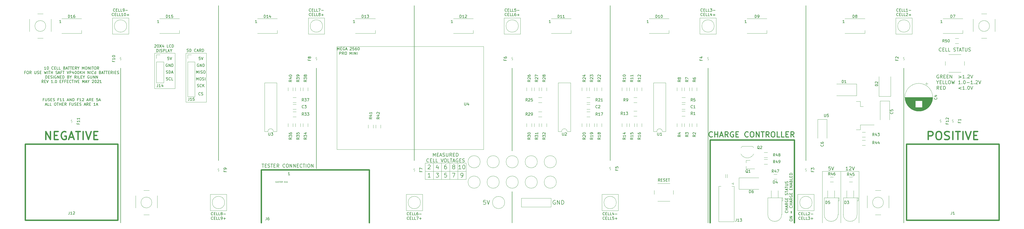
<source format=gbr>
%TF.GenerationSoftware,KiCad,Pcbnew,(5.1.6)-1*%
%TF.CreationDate,2021-05-10T16:49:00-07:00*%
%TF.ProjectId,NiCd Battery Shield - VP400KH,4e694364-2042-4617-9474-657279205368,1*%
%TF.SameCoordinates,Original*%
%TF.FileFunction,Legend,Top*%
%TF.FilePolarity,Positive*%
%FSLAX46Y46*%
G04 Gerber Fmt 4.6, Leading zero omitted, Abs format (unit mm)*
G04 Created by KiCad (PCBNEW (5.1.6)-1) date 2021-05-10 16:49:00*
%MOMM*%
%LPD*%
G01*
G04 APERTURE LIST*
%ADD10C,0.150000*%
%ADD11C,0.200000*%
%ADD12C,0.120000*%
%ADD13C,0.500000*%
%ADD14C,0.300000*%
%ADD15C,0.100000*%
G04 APERTURE END LIST*
D10*
X155750000Y-136377380D02*
X155750000Y-135377380D01*
X156083333Y-136091666D01*
X156416666Y-135377380D01*
X156416666Y-136377380D01*
X156892857Y-135853571D02*
X157226190Y-135853571D01*
X157369047Y-136377380D02*
X156892857Y-136377380D01*
X156892857Y-135377380D01*
X157369047Y-135377380D01*
X158321428Y-135425000D02*
X158226190Y-135377380D01*
X158083333Y-135377380D01*
X157940476Y-135425000D01*
X157845238Y-135520238D01*
X157797619Y-135615476D01*
X157750000Y-135805952D01*
X157750000Y-135948809D01*
X157797619Y-136139285D01*
X157845238Y-136234523D01*
X157940476Y-136329761D01*
X158083333Y-136377380D01*
X158178571Y-136377380D01*
X158321428Y-136329761D01*
X158369047Y-136282142D01*
X158369047Y-135948809D01*
X158178571Y-135948809D01*
X158750000Y-136091666D02*
X159226190Y-136091666D01*
X158654761Y-136377380D02*
X158988095Y-135377380D01*
X159321428Y-136377380D01*
X160369047Y-135472619D02*
X160416666Y-135425000D01*
X160511904Y-135377380D01*
X160750000Y-135377380D01*
X160845238Y-135425000D01*
X160892857Y-135472619D01*
X160940476Y-135567857D01*
X160940476Y-135663095D01*
X160892857Y-135805952D01*
X160321428Y-136377380D01*
X160940476Y-136377380D01*
X161845238Y-135377380D02*
X161369047Y-135377380D01*
X161321428Y-135853571D01*
X161369047Y-135805952D01*
X161464285Y-135758333D01*
X161702380Y-135758333D01*
X161797619Y-135805952D01*
X161845238Y-135853571D01*
X161892857Y-135948809D01*
X161892857Y-136186904D01*
X161845238Y-136282142D01*
X161797619Y-136329761D01*
X161702380Y-136377380D01*
X161464285Y-136377380D01*
X161369047Y-136329761D01*
X161321428Y-136282142D01*
X162750000Y-135377380D02*
X162559523Y-135377380D01*
X162464285Y-135425000D01*
X162416666Y-135472619D01*
X162321428Y-135615476D01*
X162273809Y-135805952D01*
X162273809Y-136186904D01*
X162321428Y-136282142D01*
X162369047Y-136329761D01*
X162464285Y-136377380D01*
X162654761Y-136377380D01*
X162750000Y-136329761D01*
X162797619Y-136282142D01*
X162845238Y-136186904D01*
X162845238Y-135948809D01*
X162797619Y-135853571D01*
X162750000Y-135805952D01*
X162654761Y-135758333D01*
X162464285Y-135758333D01*
X162369047Y-135805952D01*
X162321428Y-135853571D01*
X162273809Y-135948809D01*
X163464285Y-135377380D02*
X163559523Y-135377380D01*
X163654761Y-135425000D01*
X163702380Y-135472619D01*
X163750000Y-135567857D01*
X163797619Y-135758333D01*
X163797619Y-135996428D01*
X163750000Y-136186904D01*
X163702380Y-136282142D01*
X163654761Y-136329761D01*
X163559523Y-136377380D01*
X163464285Y-136377380D01*
X163369047Y-136329761D01*
X163321428Y-136282142D01*
X163273809Y-136186904D01*
X163226190Y-135996428D01*
X163226190Y-135758333D01*
X163273809Y-135567857D01*
X163321428Y-135472619D01*
X163369047Y-135425000D01*
X163464285Y-135377380D01*
X156511904Y-138027380D02*
X156511904Y-137027380D01*
X156892857Y-137027380D01*
X156988095Y-137075000D01*
X157035714Y-137122619D01*
X157083333Y-137217857D01*
X157083333Y-137360714D01*
X157035714Y-137455952D01*
X156988095Y-137503571D01*
X156892857Y-137551190D01*
X156511904Y-137551190D01*
X158083333Y-138027380D02*
X157750000Y-137551190D01*
X157511904Y-138027380D02*
X157511904Y-137027380D01*
X157892857Y-137027380D01*
X157988095Y-137075000D01*
X158035714Y-137122619D01*
X158083333Y-137217857D01*
X158083333Y-137360714D01*
X158035714Y-137455952D01*
X157988095Y-137503571D01*
X157892857Y-137551190D01*
X157511904Y-137551190D01*
X158702380Y-137027380D02*
X158892857Y-137027380D01*
X158988095Y-137075000D01*
X159083333Y-137170238D01*
X159130952Y-137360714D01*
X159130952Y-137694047D01*
X159083333Y-137884523D01*
X158988095Y-137979761D01*
X158892857Y-138027380D01*
X158702380Y-138027380D01*
X158607142Y-137979761D01*
X158511904Y-137884523D01*
X158464285Y-137694047D01*
X158464285Y-137360714D01*
X158511904Y-137170238D01*
X158607142Y-137075000D01*
X158702380Y-137027380D01*
X160321428Y-138027380D02*
X160321428Y-137027380D01*
X160654761Y-137741666D01*
X160988095Y-137027380D01*
X160988095Y-138027380D01*
X161464285Y-138027380D02*
X161464285Y-137027380D01*
X161940476Y-138027380D02*
X161940476Y-137027380D01*
X162511904Y-138027380D01*
X162511904Y-137027380D01*
X162988095Y-138027380D02*
X162988095Y-137027380D01*
X47809523Y-154603571D02*
X47476190Y-154603571D01*
X47476190Y-155127380D02*
X47476190Y-154127380D01*
X47952380Y-154127380D01*
X48333333Y-154127380D02*
X48333333Y-154936904D01*
X48380952Y-155032142D01*
X48428571Y-155079761D01*
X48523809Y-155127380D01*
X48714285Y-155127380D01*
X48809523Y-155079761D01*
X48857142Y-155032142D01*
X48904761Y-154936904D01*
X48904761Y-154127380D01*
X49333333Y-155079761D02*
X49476190Y-155127380D01*
X49714285Y-155127380D01*
X49809523Y-155079761D01*
X49857142Y-155032142D01*
X49904761Y-154936904D01*
X49904761Y-154841666D01*
X49857142Y-154746428D01*
X49809523Y-154698809D01*
X49714285Y-154651190D01*
X49523809Y-154603571D01*
X49428571Y-154555952D01*
X49380952Y-154508333D01*
X49333333Y-154413095D01*
X49333333Y-154317857D01*
X49380952Y-154222619D01*
X49428571Y-154175000D01*
X49523809Y-154127380D01*
X49761904Y-154127380D01*
X49904761Y-154175000D01*
X50333333Y-154603571D02*
X50666666Y-154603571D01*
X50809523Y-155127380D02*
X50333333Y-155127380D01*
X50333333Y-154127380D01*
X50809523Y-154127380D01*
X51190476Y-155079761D02*
X51333333Y-155127380D01*
X51571428Y-155127380D01*
X51666666Y-155079761D01*
X51714285Y-155032142D01*
X51761904Y-154936904D01*
X51761904Y-154841666D01*
X51714285Y-154746428D01*
X51666666Y-154698809D01*
X51571428Y-154651190D01*
X51380952Y-154603571D01*
X51285714Y-154555952D01*
X51238095Y-154508333D01*
X51190476Y-154413095D01*
X51190476Y-154317857D01*
X51238095Y-154222619D01*
X51285714Y-154175000D01*
X51380952Y-154127380D01*
X51619047Y-154127380D01*
X51761904Y-154175000D01*
X53285714Y-154603571D02*
X52952380Y-154603571D01*
X52952380Y-155127380D02*
X52952380Y-154127380D01*
X53428571Y-154127380D01*
X54333333Y-155127380D02*
X53761904Y-155127380D01*
X54047619Y-155127380D02*
X54047619Y-154127380D01*
X53952380Y-154270238D01*
X53857142Y-154365476D01*
X53761904Y-154413095D01*
X55285714Y-155127380D02*
X54714285Y-155127380D01*
X55000000Y-155127380D02*
X55000000Y-154127380D01*
X54904761Y-154270238D01*
X54809523Y-154365476D01*
X54714285Y-154413095D01*
X56428571Y-154841666D02*
X56904761Y-154841666D01*
X56333333Y-155127380D02*
X56666666Y-154127380D01*
X57000000Y-155127380D01*
X57333333Y-155127380D02*
X57333333Y-154127380D01*
X57904761Y-155127380D01*
X57904761Y-154127380D01*
X58380952Y-155127380D02*
X58380952Y-154127380D01*
X58619047Y-154127380D01*
X58761904Y-154175000D01*
X58857142Y-154270238D01*
X58904761Y-154365476D01*
X58952380Y-154555952D01*
X58952380Y-154698809D01*
X58904761Y-154889285D01*
X58857142Y-154984523D01*
X58761904Y-155079761D01*
X58619047Y-155127380D01*
X58380952Y-155127380D01*
X60476190Y-154603571D02*
X60142857Y-154603571D01*
X60142857Y-155127380D02*
X60142857Y-154127380D01*
X60619047Y-154127380D01*
X61523809Y-155127380D02*
X60952380Y-155127380D01*
X61238095Y-155127380D02*
X61238095Y-154127380D01*
X61142857Y-154270238D01*
X61047619Y-154365476D01*
X60952380Y-154413095D01*
X61904761Y-154222619D02*
X61952380Y-154175000D01*
X62047619Y-154127380D01*
X62285714Y-154127380D01*
X62380952Y-154175000D01*
X62428571Y-154222619D01*
X62476190Y-154317857D01*
X62476190Y-154413095D01*
X62428571Y-154555952D01*
X61857142Y-155127380D01*
X62476190Y-155127380D01*
X63619047Y-154841666D02*
X64095238Y-154841666D01*
X63523809Y-155127380D02*
X63857142Y-154127380D01*
X64190476Y-155127380D01*
X65095238Y-155127380D02*
X64761904Y-154651190D01*
X64523809Y-155127380D02*
X64523809Y-154127380D01*
X64904761Y-154127380D01*
X64999999Y-154175000D01*
X65047619Y-154222619D01*
X65095238Y-154317857D01*
X65095238Y-154460714D01*
X65047619Y-154555952D01*
X64999999Y-154603571D01*
X64904761Y-154651190D01*
X64523809Y-154651190D01*
X65523809Y-154603571D02*
X65857142Y-154603571D01*
X65999999Y-155127380D02*
X65523809Y-155127380D01*
X65523809Y-154127380D01*
X65999999Y-154127380D01*
X67666666Y-154127380D02*
X67190476Y-154127380D01*
X67142857Y-154603571D01*
X67190476Y-154555952D01*
X67285714Y-154508333D01*
X67523809Y-154508333D01*
X67619047Y-154555952D01*
X67666666Y-154603571D01*
X67714285Y-154698809D01*
X67714285Y-154936904D01*
X67666666Y-155032142D01*
X67619047Y-155079761D01*
X67523809Y-155127380D01*
X67285714Y-155127380D01*
X67190476Y-155079761D01*
X67142857Y-155032142D01*
X68095238Y-154841666D02*
X68571428Y-154841666D01*
X68000000Y-155127380D02*
X68333333Y-154127380D01*
X68666666Y-155127380D01*
X48404761Y-156491666D02*
X48880952Y-156491666D01*
X48309523Y-156777380D02*
X48642857Y-155777380D01*
X48976190Y-156777380D01*
X49785714Y-156777380D02*
X49309523Y-156777380D01*
X49309523Y-155777380D01*
X50595238Y-156777380D02*
X50119047Y-156777380D01*
X50119047Y-155777380D01*
X51880952Y-155777380D02*
X52071428Y-155777380D01*
X52166666Y-155825000D01*
X52261904Y-155920238D01*
X52309523Y-156110714D01*
X52309523Y-156444047D01*
X52261904Y-156634523D01*
X52166666Y-156729761D01*
X52071428Y-156777380D01*
X51880952Y-156777380D01*
X51785714Y-156729761D01*
X51690476Y-156634523D01*
X51642857Y-156444047D01*
X51642857Y-156110714D01*
X51690476Y-155920238D01*
X51785714Y-155825000D01*
X51880952Y-155777380D01*
X52595238Y-155777380D02*
X53166666Y-155777380D01*
X52880952Y-156777380D02*
X52880952Y-155777380D01*
X53499999Y-156777380D02*
X53499999Y-155777380D01*
X53499999Y-156253571D02*
X54071428Y-156253571D01*
X54071428Y-156777380D02*
X54071428Y-155777380D01*
X54547619Y-156253571D02*
X54880952Y-156253571D01*
X55023809Y-156777380D02*
X54547619Y-156777380D01*
X54547619Y-155777380D01*
X55023809Y-155777380D01*
X56023809Y-156777380D02*
X55690476Y-156301190D01*
X55452380Y-156777380D02*
X55452380Y-155777380D01*
X55833333Y-155777380D01*
X55928571Y-155825000D01*
X55976190Y-155872619D01*
X56023809Y-155967857D01*
X56023809Y-156110714D01*
X55976190Y-156205952D01*
X55928571Y-156253571D01*
X55833333Y-156301190D01*
X55452380Y-156301190D01*
X57547619Y-156253571D02*
X57214285Y-156253571D01*
X57214285Y-156777380D02*
X57214285Y-155777380D01*
X57690476Y-155777380D01*
X58071428Y-155777380D02*
X58071428Y-156586904D01*
X58119047Y-156682142D01*
X58166666Y-156729761D01*
X58261904Y-156777380D01*
X58452380Y-156777380D01*
X58547619Y-156729761D01*
X58595238Y-156682142D01*
X58642857Y-156586904D01*
X58642857Y-155777380D01*
X59071428Y-156729761D02*
X59214285Y-156777380D01*
X59452380Y-156777380D01*
X59547619Y-156729761D01*
X59595238Y-156682142D01*
X59642857Y-156586904D01*
X59642857Y-156491666D01*
X59595238Y-156396428D01*
X59547619Y-156348809D01*
X59452380Y-156301190D01*
X59261904Y-156253571D01*
X59166666Y-156205952D01*
X59119047Y-156158333D01*
X59071428Y-156063095D01*
X59071428Y-155967857D01*
X59119047Y-155872619D01*
X59166666Y-155825000D01*
X59261904Y-155777380D01*
X59499999Y-155777380D01*
X59642857Y-155825000D01*
X60071428Y-156253571D02*
X60404761Y-156253571D01*
X60547619Y-156777380D02*
X60071428Y-156777380D01*
X60071428Y-155777380D01*
X60547619Y-155777380D01*
X60928571Y-156729761D02*
X61071428Y-156777380D01*
X61309523Y-156777380D01*
X61404761Y-156729761D01*
X61452380Y-156682142D01*
X61499999Y-156586904D01*
X61499999Y-156491666D01*
X61452380Y-156396428D01*
X61404761Y-156348809D01*
X61309523Y-156301190D01*
X61119047Y-156253571D01*
X61023809Y-156205952D01*
X60976190Y-156158333D01*
X60928571Y-156063095D01*
X60928571Y-155967857D01*
X60976190Y-155872619D01*
X61023809Y-155825000D01*
X61119047Y-155777380D01*
X61357142Y-155777380D01*
X61499999Y-155825000D01*
X62642857Y-156491666D02*
X63119047Y-156491666D01*
X62547619Y-156777380D02*
X62880952Y-155777380D01*
X63214285Y-156777380D01*
X64119047Y-156777380D02*
X63785714Y-156301190D01*
X63547619Y-156777380D02*
X63547619Y-155777380D01*
X63928571Y-155777380D01*
X64023809Y-155825000D01*
X64071428Y-155872619D01*
X64119047Y-155967857D01*
X64119047Y-156110714D01*
X64071428Y-156205952D01*
X64023809Y-156253571D01*
X63928571Y-156301190D01*
X63547619Y-156301190D01*
X64547619Y-156253571D02*
X64880952Y-156253571D01*
X65023809Y-156777380D02*
X64547619Y-156777380D01*
X64547619Y-155777380D01*
X65023809Y-155777380D01*
X66738095Y-156777380D02*
X66166666Y-156777380D01*
X66452380Y-156777380D02*
X66452380Y-155777380D01*
X66357142Y-155920238D01*
X66261904Y-156015476D01*
X66166666Y-156063095D01*
X67119047Y-156491666D02*
X67595238Y-156491666D01*
X67023809Y-156777380D02*
X67357142Y-155777380D01*
X67690476Y-156777380D01*
X48571428Y-143477380D02*
X48000000Y-143477380D01*
X48285714Y-143477380D02*
X48285714Y-142477380D01*
X48190476Y-142620238D01*
X48095238Y-142715476D01*
X48000000Y-142763095D01*
X49190476Y-142477380D02*
X49285714Y-142477380D01*
X49380952Y-142525000D01*
X49428571Y-142572619D01*
X49476190Y-142667857D01*
X49523809Y-142858333D01*
X49523809Y-143096428D01*
X49476190Y-143286904D01*
X49428571Y-143382142D01*
X49380952Y-143429761D01*
X49285714Y-143477380D01*
X49190476Y-143477380D01*
X49095238Y-143429761D01*
X49047619Y-143382142D01*
X49000000Y-143286904D01*
X48952380Y-143096428D01*
X48952380Y-142858333D01*
X49000000Y-142667857D01*
X49047619Y-142572619D01*
X49095238Y-142525000D01*
X49190476Y-142477380D01*
X51285714Y-143382142D02*
X51238095Y-143429761D01*
X51095238Y-143477380D01*
X51000000Y-143477380D01*
X50857142Y-143429761D01*
X50761904Y-143334523D01*
X50714285Y-143239285D01*
X50666666Y-143048809D01*
X50666666Y-142905952D01*
X50714285Y-142715476D01*
X50761904Y-142620238D01*
X50857142Y-142525000D01*
X51000000Y-142477380D01*
X51095238Y-142477380D01*
X51238095Y-142525000D01*
X51285714Y-142572619D01*
X51714285Y-142953571D02*
X52047619Y-142953571D01*
X52190476Y-143477380D02*
X51714285Y-143477380D01*
X51714285Y-142477380D01*
X52190476Y-142477380D01*
X53095238Y-143477380D02*
X52619047Y-143477380D01*
X52619047Y-142477380D01*
X53904761Y-143477380D02*
X53428571Y-143477380D01*
X53428571Y-142477380D01*
X55333333Y-142953571D02*
X55476190Y-143001190D01*
X55523809Y-143048809D01*
X55571428Y-143144047D01*
X55571428Y-143286904D01*
X55523809Y-143382142D01*
X55476190Y-143429761D01*
X55380952Y-143477380D01*
X55000000Y-143477380D01*
X55000000Y-142477380D01*
X55333333Y-142477380D01*
X55428571Y-142525000D01*
X55476190Y-142572619D01*
X55523809Y-142667857D01*
X55523809Y-142763095D01*
X55476190Y-142858333D01*
X55428571Y-142905952D01*
X55333333Y-142953571D01*
X55000000Y-142953571D01*
X55952380Y-143191666D02*
X56428571Y-143191666D01*
X55857142Y-143477380D02*
X56190476Y-142477380D01*
X56523809Y-143477380D01*
X56714285Y-142477380D02*
X57285714Y-142477380D01*
X57000000Y-143477380D02*
X57000000Y-142477380D01*
X57476190Y-142477380D02*
X58047619Y-142477380D01*
X57761904Y-143477380D02*
X57761904Y-142477380D01*
X58380952Y-142953571D02*
X58714285Y-142953571D01*
X58857142Y-143477380D02*
X58380952Y-143477380D01*
X58380952Y-142477380D01*
X58857142Y-142477380D01*
X59857142Y-143477380D02*
X59523809Y-143001190D01*
X59285714Y-143477380D02*
X59285714Y-142477380D01*
X59666666Y-142477380D01*
X59761904Y-142525000D01*
X59809523Y-142572619D01*
X59857142Y-142667857D01*
X59857142Y-142810714D01*
X59809523Y-142905952D01*
X59761904Y-142953571D01*
X59666666Y-143001190D01*
X59285714Y-143001190D01*
X60476190Y-143001190D02*
X60476190Y-143477380D01*
X60142857Y-142477380D02*
X60476190Y-143001190D01*
X60809523Y-142477380D01*
X61904761Y-143477380D02*
X61904761Y-142477380D01*
X62238095Y-143191666D01*
X62571428Y-142477380D01*
X62571428Y-143477380D01*
X63238095Y-142477380D02*
X63428571Y-142477380D01*
X63523809Y-142525000D01*
X63619047Y-142620238D01*
X63666666Y-142810714D01*
X63666666Y-143144047D01*
X63619047Y-143334523D01*
X63523809Y-143429761D01*
X63428571Y-143477380D01*
X63238095Y-143477380D01*
X63142857Y-143429761D01*
X63047619Y-143334523D01*
X62999999Y-143144047D01*
X62999999Y-142810714D01*
X63047619Y-142620238D01*
X63142857Y-142525000D01*
X63238095Y-142477380D01*
X64095238Y-143477380D02*
X64095238Y-142477380D01*
X64666666Y-143477380D01*
X64666666Y-142477380D01*
X65142857Y-143477380D02*
X65142857Y-142477380D01*
X65476190Y-142477380D02*
X66047619Y-142477380D01*
X65761904Y-143477380D02*
X65761904Y-142477380D01*
X66571428Y-142477380D02*
X66761904Y-142477380D01*
X66857142Y-142525000D01*
X66952380Y-142620238D01*
X66999999Y-142810714D01*
X66999999Y-143144047D01*
X66952380Y-143334523D01*
X66857142Y-143429761D01*
X66761904Y-143477380D01*
X66571428Y-143477380D01*
X66476190Y-143429761D01*
X66380952Y-143334523D01*
X66333333Y-143144047D01*
X66333333Y-142810714D01*
X66380952Y-142620238D01*
X66476190Y-142525000D01*
X66571428Y-142477380D01*
X68000000Y-143477380D02*
X67666666Y-143001190D01*
X67428571Y-143477380D02*
X67428571Y-142477380D01*
X67809523Y-142477380D01*
X67904761Y-142525000D01*
X67952380Y-142572619D01*
X68000000Y-142667857D01*
X68000000Y-142810714D01*
X67952380Y-142905952D01*
X67904761Y-142953571D01*
X67809523Y-143001190D01*
X67428571Y-143001190D01*
X41047619Y-144603571D02*
X40714285Y-144603571D01*
X40714285Y-145127380D02*
X40714285Y-144127380D01*
X41190476Y-144127380D01*
X41761904Y-144127380D02*
X41952380Y-144127380D01*
X42047619Y-144175000D01*
X42142857Y-144270238D01*
X42190476Y-144460714D01*
X42190476Y-144794047D01*
X42142857Y-144984523D01*
X42047619Y-145079761D01*
X41952380Y-145127380D01*
X41761904Y-145127380D01*
X41666666Y-145079761D01*
X41571428Y-144984523D01*
X41523809Y-144794047D01*
X41523809Y-144460714D01*
X41571428Y-144270238D01*
X41666666Y-144175000D01*
X41761904Y-144127380D01*
X43190476Y-145127380D02*
X42857142Y-144651190D01*
X42619047Y-145127380D02*
X42619047Y-144127380D01*
X43000000Y-144127380D01*
X43095238Y-144175000D01*
X43142857Y-144222619D01*
X43190476Y-144317857D01*
X43190476Y-144460714D01*
X43142857Y-144555952D01*
X43095238Y-144603571D01*
X43000000Y-144651190D01*
X42619047Y-144651190D01*
X44380952Y-144127380D02*
X44380952Y-144936904D01*
X44428571Y-145032142D01*
X44476190Y-145079761D01*
X44571428Y-145127380D01*
X44761904Y-145127380D01*
X44857142Y-145079761D01*
X44904761Y-145032142D01*
X44952380Y-144936904D01*
X44952380Y-144127380D01*
X45380952Y-145079761D02*
X45523809Y-145127380D01*
X45761904Y-145127380D01*
X45857142Y-145079761D01*
X45904761Y-145032142D01*
X45952380Y-144936904D01*
X45952380Y-144841666D01*
X45904761Y-144746428D01*
X45857142Y-144698809D01*
X45761904Y-144651190D01*
X45571428Y-144603571D01*
X45476190Y-144555952D01*
X45428571Y-144508333D01*
X45380952Y-144413095D01*
X45380952Y-144317857D01*
X45428571Y-144222619D01*
X45476190Y-144175000D01*
X45571428Y-144127380D01*
X45809523Y-144127380D01*
X45952380Y-144175000D01*
X46380952Y-144603571D02*
X46714285Y-144603571D01*
X46857142Y-145127380D02*
X46380952Y-145127380D01*
X46380952Y-144127380D01*
X46857142Y-144127380D01*
X47952380Y-144127380D02*
X48190476Y-145127380D01*
X48380952Y-144413095D01*
X48571428Y-145127380D01*
X48809523Y-144127380D01*
X49190476Y-145127380D02*
X49190476Y-144127380D01*
X49523809Y-144127380D02*
X50095238Y-144127380D01*
X49809523Y-145127380D02*
X49809523Y-144127380D01*
X50428571Y-145127380D02*
X50428571Y-144127380D01*
X50428571Y-144603571D02*
X51000000Y-144603571D01*
X51000000Y-145127380D02*
X51000000Y-144127380D01*
X52190476Y-145079761D02*
X52333333Y-145127380D01*
X52571428Y-145127380D01*
X52666666Y-145079761D01*
X52714285Y-145032142D01*
X52761904Y-144936904D01*
X52761904Y-144841666D01*
X52714285Y-144746428D01*
X52666666Y-144698809D01*
X52571428Y-144651190D01*
X52380952Y-144603571D01*
X52285714Y-144555952D01*
X52238095Y-144508333D01*
X52190476Y-144413095D01*
X52190476Y-144317857D01*
X52238095Y-144222619D01*
X52285714Y-144175000D01*
X52380952Y-144127380D01*
X52619047Y-144127380D01*
X52761904Y-144175000D01*
X53142857Y-144841666D02*
X53619047Y-144841666D01*
X53047619Y-145127380D02*
X53380952Y-144127380D01*
X53714285Y-145127380D01*
X54380952Y-144603571D02*
X54047619Y-144603571D01*
X54047619Y-145127380D02*
X54047619Y-144127380D01*
X54523809Y-144127380D01*
X54761904Y-144127380D02*
X55333333Y-144127380D01*
X55047619Y-145127380D02*
X55047619Y-144127380D01*
X56285714Y-144127380D02*
X56619047Y-145127380D01*
X56952380Y-144127380D01*
X57285714Y-145127380D02*
X57285714Y-144127380D01*
X57666666Y-144127380D01*
X57761904Y-144175000D01*
X57809523Y-144222619D01*
X57857142Y-144317857D01*
X57857142Y-144460714D01*
X57809523Y-144555952D01*
X57761904Y-144603571D01*
X57666666Y-144651190D01*
X57285714Y-144651190D01*
X58714285Y-144460714D02*
X58714285Y-145127380D01*
X58476190Y-144079761D02*
X58238095Y-144794047D01*
X58857142Y-144794047D01*
X59428571Y-144127380D02*
X59523809Y-144127380D01*
X59619047Y-144175000D01*
X59666666Y-144222619D01*
X59714285Y-144317857D01*
X59761904Y-144508333D01*
X59761904Y-144746428D01*
X59714285Y-144936904D01*
X59666666Y-145032142D01*
X59619047Y-145079761D01*
X59523809Y-145127380D01*
X59428571Y-145127380D01*
X59333333Y-145079761D01*
X59285714Y-145032142D01*
X59238095Y-144936904D01*
X59190476Y-144746428D01*
X59190476Y-144508333D01*
X59238095Y-144317857D01*
X59285714Y-144222619D01*
X59333333Y-144175000D01*
X59428571Y-144127380D01*
X60380952Y-144127380D02*
X60476190Y-144127380D01*
X60571428Y-144175000D01*
X60619047Y-144222619D01*
X60666666Y-144317857D01*
X60714285Y-144508333D01*
X60714285Y-144746428D01*
X60666666Y-144936904D01*
X60619047Y-145032142D01*
X60571428Y-145079761D01*
X60476190Y-145127380D01*
X60380952Y-145127380D01*
X60285714Y-145079761D01*
X60238095Y-145032142D01*
X60190476Y-144936904D01*
X60142857Y-144746428D01*
X60142857Y-144508333D01*
X60190476Y-144317857D01*
X60238095Y-144222619D01*
X60285714Y-144175000D01*
X60380952Y-144127380D01*
X61142857Y-145127380D02*
X61142857Y-144127380D01*
X61714285Y-145127380D02*
X61285714Y-144555952D01*
X61714285Y-144127380D02*
X61142857Y-144698809D01*
X62142857Y-145127380D02*
X62142857Y-144127380D01*
X62142857Y-144603571D02*
X62714285Y-144603571D01*
X62714285Y-145127380D02*
X62714285Y-144127380D01*
X63952380Y-145127380D02*
X63952380Y-144127380D01*
X64523809Y-145127380D01*
X64523809Y-144127380D01*
X64999999Y-145127380D02*
X64999999Y-144460714D01*
X64999999Y-144127380D02*
X64952380Y-144175000D01*
X64999999Y-144222619D01*
X65047619Y-144175000D01*
X64999999Y-144127380D01*
X64999999Y-144222619D01*
X66047619Y-145032142D02*
X65999999Y-145079761D01*
X65857142Y-145127380D01*
X65761904Y-145127380D01*
X65619047Y-145079761D01*
X65523809Y-144984523D01*
X65476190Y-144889285D01*
X65428571Y-144698809D01*
X65428571Y-144555952D01*
X65476190Y-144365476D01*
X65523809Y-144270238D01*
X65619047Y-144175000D01*
X65761904Y-144127380D01*
X65857142Y-144127380D01*
X65999999Y-144175000D01*
X66047619Y-144222619D01*
X66904761Y-145127380D02*
X66904761Y-144127380D01*
X66904761Y-145079761D02*
X66809523Y-145127380D01*
X66619047Y-145127380D01*
X66523809Y-145079761D01*
X66476190Y-145032142D01*
X66428571Y-144936904D01*
X66428571Y-144651190D01*
X66476190Y-144555952D01*
X66523809Y-144508333D01*
X66619047Y-144460714D01*
X66809523Y-144460714D01*
X66904761Y-144508333D01*
X68476190Y-144603571D02*
X68619047Y-144651190D01*
X68666666Y-144698809D01*
X68714285Y-144794047D01*
X68714285Y-144936904D01*
X68666666Y-145032142D01*
X68619047Y-145079761D01*
X68523809Y-145127380D01*
X68142857Y-145127380D01*
X68142857Y-144127380D01*
X68476190Y-144127380D01*
X68571428Y-144175000D01*
X68619047Y-144222619D01*
X68666666Y-144317857D01*
X68666666Y-144413095D01*
X68619047Y-144508333D01*
X68571428Y-144555952D01*
X68476190Y-144603571D01*
X68142857Y-144603571D01*
X69095238Y-144841666D02*
X69571428Y-144841666D01*
X69000000Y-145127380D02*
X69333333Y-144127380D01*
X69666666Y-145127380D01*
X69857142Y-144127380D02*
X70428571Y-144127380D01*
X70142857Y-145127380D02*
X70142857Y-144127380D01*
X70619047Y-144127380D02*
X71190476Y-144127380D01*
X70904761Y-145127380D02*
X70904761Y-144127380D01*
X71523809Y-144603571D02*
X71857142Y-144603571D01*
X71999999Y-145127380D02*
X71523809Y-145127380D01*
X71523809Y-144127380D01*
X71999999Y-144127380D01*
X72999999Y-145127380D02*
X72666666Y-144651190D01*
X72428571Y-145127380D02*
X72428571Y-144127380D01*
X72809523Y-144127380D01*
X72904761Y-144175000D01*
X72952380Y-144222619D01*
X72999999Y-144317857D01*
X72999999Y-144460714D01*
X72952380Y-144555952D01*
X72904761Y-144603571D01*
X72809523Y-144651190D01*
X72428571Y-144651190D01*
X73428571Y-145127380D02*
X73428571Y-144127380D01*
X73904761Y-144603571D02*
X74238095Y-144603571D01*
X74380952Y-145127380D02*
X73904761Y-145127380D01*
X73904761Y-144127380D01*
X74380952Y-144127380D01*
X74761904Y-145079761D02*
X74904761Y-145127380D01*
X75142857Y-145127380D01*
X75238095Y-145079761D01*
X75285714Y-145032142D01*
X75333333Y-144936904D01*
X75333333Y-144841666D01*
X75285714Y-144746428D01*
X75238095Y-144698809D01*
X75142857Y-144651190D01*
X74952380Y-144603571D01*
X74857142Y-144555952D01*
X74809523Y-144508333D01*
X74761904Y-144413095D01*
X74761904Y-144317857D01*
X74809523Y-144222619D01*
X74857142Y-144175000D01*
X74952380Y-144127380D01*
X75190476Y-144127380D01*
X75333333Y-144175000D01*
X48428571Y-146777380D02*
X48428571Y-145777380D01*
X48666666Y-145777380D01*
X48809523Y-145825000D01*
X48904761Y-145920238D01*
X48952380Y-146015476D01*
X49000000Y-146205952D01*
X49000000Y-146348809D01*
X48952380Y-146539285D01*
X48904761Y-146634523D01*
X48809523Y-146729761D01*
X48666666Y-146777380D01*
X48428571Y-146777380D01*
X49428571Y-146253571D02*
X49761904Y-146253571D01*
X49904761Y-146777380D02*
X49428571Y-146777380D01*
X49428571Y-145777380D01*
X49904761Y-145777380D01*
X50285714Y-146729761D02*
X50428571Y-146777380D01*
X50666666Y-146777380D01*
X50761904Y-146729761D01*
X50809523Y-146682142D01*
X50857142Y-146586904D01*
X50857142Y-146491666D01*
X50809523Y-146396428D01*
X50761904Y-146348809D01*
X50666666Y-146301190D01*
X50476190Y-146253571D01*
X50380952Y-146205952D01*
X50333333Y-146158333D01*
X50285714Y-146063095D01*
X50285714Y-145967857D01*
X50333333Y-145872619D01*
X50380952Y-145825000D01*
X50476190Y-145777380D01*
X50714285Y-145777380D01*
X50857142Y-145825000D01*
X51285714Y-146777380D02*
X51285714Y-145777380D01*
X52285714Y-145825000D02*
X52190476Y-145777380D01*
X52047619Y-145777380D01*
X51904761Y-145825000D01*
X51809523Y-145920238D01*
X51761904Y-146015476D01*
X51714285Y-146205952D01*
X51714285Y-146348809D01*
X51761904Y-146539285D01*
X51809523Y-146634523D01*
X51904761Y-146729761D01*
X52047619Y-146777380D01*
X52142857Y-146777380D01*
X52285714Y-146729761D01*
X52333333Y-146682142D01*
X52333333Y-146348809D01*
X52142857Y-146348809D01*
X52761904Y-146777380D02*
X52761904Y-145777380D01*
X53333333Y-146777380D01*
X53333333Y-145777380D01*
X53809523Y-146253571D02*
X54142857Y-146253571D01*
X54285714Y-146777380D02*
X53809523Y-146777380D01*
X53809523Y-145777380D01*
X54285714Y-145777380D01*
X54714285Y-146777380D02*
X54714285Y-145777380D01*
X54952380Y-145777380D01*
X55095238Y-145825000D01*
X55190476Y-145920238D01*
X55238095Y-146015476D01*
X55285714Y-146205952D01*
X55285714Y-146348809D01*
X55238095Y-146539285D01*
X55190476Y-146634523D01*
X55095238Y-146729761D01*
X54952380Y-146777380D01*
X54714285Y-146777380D01*
X56809523Y-146253571D02*
X56952380Y-146301190D01*
X57000000Y-146348809D01*
X57047619Y-146444047D01*
X57047619Y-146586904D01*
X57000000Y-146682142D01*
X56952380Y-146729761D01*
X56857142Y-146777380D01*
X56476190Y-146777380D01*
X56476190Y-145777380D01*
X56809523Y-145777380D01*
X56904761Y-145825000D01*
X56952380Y-145872619D01*
X57000000Y-145967857D01*
X57000000Y-146063095D01*
X56952380Y-146158333D01*
X56904761Y-146205952D01*
X56809523Y-146253571D01*
X56476190Y-146253571D01*
X57666666Y-146301190D02*
X57666666Y-146777380D01*
X57333333Y-145777380D02*
X57666666Y-146301190D01*
X58000000Y-145777380D01*
X59666666Y-146777380D02*
X59333333Y-146301190D01*
X59095238Y-146777380D02*
X59095238Y-145777380D01*
X59476190Y-145777380D01*
X59571428Y-145825000D01*
X59619047Y-145872619D01*
X59666666Y-145967857D01*
X59666666Y-146110714D01*
X59619047Y-146205952D01*
X59571428Y-146253571D01*
X59476190Y-146301190D01*
X59095238Y-146301190D01*
X60095238Y-146777380D02*
X60095238Y-145777380D01*
X61047619Y-146777380D02*
X60571428Y-146777380D01*
X60571428Y-145777380D01*
X61380952Y-146253571D02*
X61714285Y-146253571D01*
X61857142Y-146777380D02*
X61380952Y-146777380D01*
X61380952Y-145777380D01*
X61857142Y-145777380D01*
X62476190Y-146301190D02*
X62476190Y-146777380D01*
X62142857Y-145777380D02*
X62476190Y-146301190D01*
X62809523Y-145777380D01*
X64428571Y-145825000D02*
X64333333Y-145777380D01*
X64190476Y-145777380D01*
X64047619Y-145825000D01*
X63952380Y-145920238D01*
X63904761Y-146015476D01*
X63857142Y-146205952D01*
X63857142Y-146348809D01*
X63904761Y-146539285D01*
X63952380Y-146634523D01*
X64047619Y-146729761D01*
X64190476Y-146777380D01*
X64285714Y-146777380D01*
X64428571Y-146729761D01*
X64476190Y-146682142D01*
X64476190Y-146348809D01*
X64285714Y-146348809D01*
X64904761Y-145777380D02*
X64904761Y-146586904D01*
X64952380Y-146682142D01*
X65000000Y-146729761D01*
X65095238Y-146777380D01*
X65285714Y-146777380D01*
X65380952Y-146729761D01*
X65428571Y-146682142D01*
X65476190Y-146586904D01*
X65476190Y-145777380D01*
X65952380Y-146777380D02*
X65952380Y-145777380D01*
X66523809Y-146777380D01*
X66523809Y-145777380D01*
X67000000Y-146777380D02*
X67000000Y-145777380D01*
X67571428Y-146777380D01*
X67571428Y-145777380D01*
X47619047Y-148427380D02*
X47285714Y-147951190D01*
X47047619Y-148427380D02*
X47047619Y-147427380D01*
X47428571Y-147427380D01*
X47523809Y-147475000D01*
X47571428Y-147522619D01*
X47619047Y-147617857D01*
X47619047Y-147760714D01*
X47571428Y-147855952D01*
X47523809Y-147903571D01*
X47428571Y-147951190D01*
X47047619Y-147951190D01*
X48047619Y-147903571D02*
X48380952Y-147903571D01*
X48523809Y-148427380D02*
X48047619Y-148427380D01*
X48047619Y-147427380D01*
X48523809Y-147427380D01*
X48809523Y-147427380D02*
X49142857Y-148427380D01*
X49476190Y-147427380D01*
X51095238Y-148427380D02*
X50523809Y-148427380D01*
X50809523Y-148427380D02*
X50809523Y-147427380D01*
X50714285Y-147570238D01*
X50619047Y-147665476D01*
X50523809Y-147713095D01*
X51523809Y-148332142D02*
X51571428Y-148379761D01*
X51523809Y-148427380D01*
X51476190Y-148379761D01*
X51523809Y-148332142D01*
X51523809Y-148427380D01*
X52190476Y-147427380D02*
X52285714Y-147427380D01*
X52380952Y-147475000D01*
X52428571Y-147522619D01*
X52476190Y-147617857D01*
X52523809Y-147808333D01*
X52523809Y-148046428D01*
X52476190Y-148236904D01*
X52428571Y-148332142D01*
X52380952Y-148379761D01*
X52285714Y-148427380D01*
X52190476Y-148427380D01*
X52095238Y-148379761D01*
X52047619Y-148332142D01*
X51999999Y-148236904D01*
X51952380Y-148046428D01*
X51952380Y-147808333D01*
X51999999Y-147617857D01*
X52047619Y-147522619D01*
X52095238Y-147475000D01*
X52190476Y-147427380D01*
X53714285Y-147903571D02*
X54047619Y-147903571D01*
X54190476Y-148427380D02*
X53714285Y-148427380D01*
X53714285Y-147427380D01*
X54190476Y-147427380D01*
X54952380Y-147903571D02*
X54619047Y-147903571D01*
X54619047Y-148427380D02*
X54619047Y-147427380D01*
X55095238Y-147427380D01*
X55809523Y-147903571D02*
X55476190Y-147903571D01*
X55476190Y-148427380D02*
X55476190Y-147427380D01*
X55952380Y-147427380D01*
X56333333Y-147903571D02*
X56666666Y-147903571D01*
X56809523Y-148427380D02*
X56333333Y-148427380D01*
X56333333Y-147427380D01*
X56809523Y-147427380D01*
X57809523Y-148332142D02*
X57761904Y-148379761D01*
X57619047Y-148427380D01*
X57523809Y-148427380D01*
X57380952Y-148379761D01*
X57285714Y-148284523D01*
X57238095Y-148189285D01*
X57190476Y-147998809D01*
X57190476Y-147855952D01*
X57238095Y-147665476D01*
X57285714Y-147570238D01*
X57380952Y-147475000D01*
X57523809Y-147427380D01*
X57619047Y-147427380D01*
X57761904Y-147475000D01*
X57809523Y-147522619D01*
X58095238Y-147427380D02*
X58666666Y-147427380D01*
X58380952Y-148427380D02*
X58380952Y-147427380D01*
X58999999Y-148427380D02*
X58999999Y-147427380D01*
X59333333Y-147427380D02*
X59666666Y-148427380D01*
X59999999Y-147427380D01*
X60333333Y-147903571D02*
X60666666Y-147903571D01*
X60809523Y-148427380D02*
X60333333Y-148427380D01*
X60333333Y-147427380D01*
X60809523Y-147427380D01*
X61999999Y-148427380D02*
X61999999Y-147427380D01*
X62333333Y-148141666D01*
X62666666Y-147427380D01*
X62666666Y-148427380D01*
X63095238Y-148141666D02*
X63571428Y-148141666D01*
X62999999Y-148427380D02*
X63333333Y-147427380D01*
X63666666Y-148427380D01*
X64190476Y-147951190D02*
X64190476Y-148427380D01*
X63857142Y-147427380D02*
X64190476Y-147951190D01*
X64523809Y-147427380D01*
X65571428Y-147522619D02*
X65619047Y-147475000D01*
X65714285Y-147427380D01*
X65952380Y-147427380D01*
X66047619Y-147475000D01*
X66095238Y-147522619D01*
X66142857Y-147617857D01*
X66142857Y-147713095D01*
X66095238Y-147855952D01*
X65523809Y-148427380D01*
X66142857Y-148427380D01*
X66761904Y-147427380D02*
X66857142Y-147427380D01*
X66952380Y-147475000D01*
X66999999Y-147522619D01*
X67047619Y-147617857D01*
X67095238Y-147808333D01*
X67095238Y-148046428D01*
X67047619Y-148236904D01*
X66999999Y-148332142D01*
X66952380Y-148379761D01*
X66857142Y-148427380D01*
X66761904Y-148427380D01*
X66666666Y-148379761D01*
X66619047Y-148332142D01*
X66571428Y-148236904D01*
X66523809Y-148046428D01*
X66523809Y-147808333D01*
X66571428Y-147617857D01*
X66619047Y-147522619D01*
X66666666Y-147475000D01*
X66761904Y-147427380D01*
X67476190Y-147522619D02*
X67523809Y-147475000D01*
X67619047Y-147427380D01*
X67857142Y-147427380D01*
X67952380Y-147475000D01*
X67999999Y-147522619D01*
X68047619Y-147617857D01*
X68047619Y-147713095D01*
X67999999Y-147855952D01*
X67428571Y-148427380D01*
X68047619Y-148427380D01*
X68999999Y-148427380D02*
X68428571Y-148427380D01*
X68714285Y-148427380D02*
X68714285Y-147427380D01*
X68619047Y-147570238D01*
X68523809Y-147665476D01*
X68428571Y-147713095D01*
D11*
X337011904Y-179315476D02*
X336416666Y-179315476D01*
X336357142Y-179910714D01*
X336416666Y-179851190D01*
X336535714Y-179791666D01*
X336833333Y-179791666D01*
X336952380Y-179851190D01*
X337011904Y-179910714D01*
X337071428Y-180029761D01*
X337071428Y-180327380D01*
X337011904Y-180446428D01*
X336952380Y-180505952D01*
X336833333Y-180565476D01*
X336535714Y-180565476D01*
X336416666Y-180505952D01*
X336357142Y-180446428D01*
X337428571Y-179315476D02*
X337845238Y-180565476D01*
X338261904Y-179315476D01*
X343476190Y-180565476D02*
X342761904Y-180565476D01*
X343119047Y-180565476D02*
X343119047Y-179315476D01*
X343000000Y-179494047D01*
X342880952Y-179613095D01*
X342761904Y-179672619D01*
X343952380Y-179434523D02*
X344011904Y-179375000D01*
X344130952Y-179315476D01*
X344428571Y-179315476D01*
X344547619Y-179375000D01*
X344607142Y-179434523D01*
X344666666Y-179553571D01*
X344666666Y-179672619D01*
X344607142Y-179851190D01*
X343892857Y-180565476D01*
X344666666Y-180565476D01*
X345023809Y-179315476D02*
X345440476Y-180565476D01*
X345857142Y-179315476D01*
D12*
X340750000Y-200000000D02*
X340750000Y-181000000D01*
X347500000Y-181000000D02*
X334000000Y-181000000D01*
X347500000Y-200000000D02*
X347500000Y-181000000D01*
X334000000Y-200000000D02*
X334000000Y-181000000D01*
D11*
X384177619Y-145907142D02*
X385130000Y-146264285D01*
X384177619Y-146621428D01*
X386380000Y-146740476D02*
X385665714Y-146740476D01*
X386022857Y-146740476D02*
X386022857Y-145490476D01*
X385903809Y-145669047D01*
X385784761Y-145788095D01*
X385665714Y-145847619D01*
X386915714Y-146621428D02*
X386975238Y-146680952D01*
X386915714Y-146740476D01*
X386856190Y-146680952D01*
X386915714Y-146621428D01*
X386915714Y-146740476D01*
X387451428Y-145609523D02*
X387510952Y-145550000D01*
X387630000Y-145490476D01*
X387927619Y-145490476D01*
X388046666Y-145550000D01*
X388106190Y-145609523D01*
X388165714Y-145728571D01*
X388165714Y-145847619D01*
X388106190Y-146026190D01*
X387391904Y-146740476D01*
X388165714Y-146740476D01*
X388522857Y-145490476D02*
X388939523Y-146740476D01*
X389356190Y-145490476D01*
X384832380Y-148815476D02*
X384118095Y-148815476D01*
X384475238Y-148815476D02*
X384475238Y-147565476D01*
X384356190Y-147744047D01*
X384237142Y-147863095D01*
X384118095Y-147922619D01*
X385368095Y-148696428D02*
X385427619Y-148755952D01*
X385368095Y-148815476D01*
X385308571Y-148755952D01*
X385368095Y-148696428D01*
X385368095Y-148815476D01*
X386201428Y-147565476D02*
X386320476Y-147565476D01*
X386439523Y-147625000D01*
X386499047Y-147684523D01*
X386558571Y-147803571D01*
X386618095Y-148041666D01*
X386618095Y-148339285D01*
X386558571Y-148577380D01*
X386499047Y-148696428D01*
X386439523Y-148755952D01*
X386320476Y-148815476D01*
X386201428Y-148815476D01*
X386082380Y-148755952D01*
X386022857Y-148696428D01*
X385963333Y-148577380D01*
X385903809Y-148339285D01*
X385903809Y-148041666D01*
X385963333Y-147803571D01*
X386022857Y-147684523D01*
X386082380Y-147625000D01*
X386201428Y-147565476D01*
X387153809Y-148339285D02*
X388106190Y-148339285D01*
X389356190Y-148815476D02*
X388641904Y-148815476D01*
X388999047Y-148815476D02*
X388999047Y-147565476D01*
X388880000Y-147744047D01*
X388760952Y-147863095D01*
X388641904Y-147922619D01*
X389891904Y-148696428D02*
X389951428Y-148755952D01*
X389891904Y-148815476D01*
X389832380Y-148755952D01*
X389891904Y-148696428D01*
X389891904Y-148815476D01*
X390427619Y-147684523D02*
X390487142Y-147625000D01*
X390606190Y-147565476D01*
X390903809Y-147565476D01*
X391022857Y-147625000D01*
X391082380Y-147684523D01*
X391141904Y-147803571D01*
X391141904Y-147922619D01*
X391082380Y-148101190D01*
X390368095Y-148815476D01*
X391141904Y-148815476D01*
X391499047Y-147565476D02*
X391915714Y-148815476D01*
X392332380Y-147565476D01*
X385130000Y-150057142D02*
X384177619Y-150414285D01*
X385130000Y-150771428D01*
X386380000Y-150890476D02*
X385665714Y-150890476D01*
X386022857Y-150890476D02*
X386022857Y-149640476D01*
X385903809Y-149819047D01*
X385784761Y-149938095D01*
X385665714Y-149997619D01*
X386915714Y-150771428D02*
X386975238Y-150830952D01*
X386915714Y-150890476D01*
X386856190Y-150830952D01*
X386915714Y-150771428D01*
X386915714Y-150890476D01*
X387749047Y-149640476D02*
X387868095Y-149640476D01*
X387987142Y-149700000D01*
X388046666Y-149759523D01*
X388106190Y-149878571D01*
X388165714Y-150116666D01*
X388165714Y-150414285D01*
X388106190Y-150652380D01*
X388046666Y-150771428D01*
X387987142Y-150830952D01*
X387868095Y-150890476D01*
X387749047Y-150890476D01*
X387630000Y-150830952D01*
X387570476Y-150771428D01*
X387510952Y-150652380D01*
X387451428Y-150414285D01*
X387451428Y-150116666D01*
X387510952Y-149878571D01*
X387570476Y-149759523D01*
X387630000Y-149700000D01*
X387749047Y-149640476D01*
X388522857Y-149640476D02*
X388939523Y-150890476D01*
X389356190Y-149640476D01*
X376832380Y-145550000D02*
X376713333Y-145490476D01*
X376534761Y-145490476D01*
X376356190Y-145550000D01*
X376237142Y-145669047D01*
X376177619Y-145788095D01*
X376118095Y-146026190D01*
X376118095Y-146204761D01*
X376177619Y-146442857D01*
X376237142Y-146561904D01*
X376356190Y-146680952D01*
X376534761Y-146740476D01*
X376653809Y-146740476D01*
X376832380Y-146680952D01*
X376891904Y-146621428D01*
X376891904Y-146204761D01*
X376653809Y-146204761D01*
X378141904Y-146740476D02*
X377725238Y-146145238D01*
X377427619Y-146740476D02*
X377427619Y-145490476D01*
X377903809Y-145490476D01*
X378022857Y-145550000D01*
X378082380Y-145609523D01*
X378141904Y-145728571D01*
X378141904Y-145907142D01*
X378082380Y-146026190D01*
X378022857Y-146085714D01*
X377903809Y-146145238D01*
X377427619Y-146145238D01*
X378677619Y-146085714D02*
X379094285Y-146085714D01*
X379272857Y-146740476D02*
X378677619Y-146740476D01*
X378677619Y-145490476D01*
X379272857Y-145490476D01*
X379808571Y-146085714D02*
X380225238Y-146085714D01*
X380403809Y-146740476D02*
X379808571Y-146740476D01*
X379808571Y-145490476D01*
X380403809Y-145490476D01*
X380939523Y-146740476D02*
X380939523Y-145490476D01*
X381653809Y-146740476D01*
X381653809Y-145490476D01*
X376415714Y-148220238D02*
X376415714Y-148815476D01*
X375999047Y-147565476D02*
X376415714Y-148220238D01*
X376832380Y-147565476D01*
X377249047Y-148160714D02*
X377665714Y-148160714D01*
X377844285Y-148815476D02*
X377249047Y-148815476D01*
X377249047Y-147565476D01*
X377844285Y-147565476D01*
X378975238Y-148815476D02*
X378380000Y-148815476D01*
X378380000Y-147565476D01*
X379987142Y-148815476D02*
X379391904Y-148815476D01*
X379391904Y-147565476D01*
X380641904Y-147565476D02*
X380880000Y-147565476D01*
X380999047Y-147625000D01*
X381118095Y-147744047D01*
X381177619Y-147982142D01*
X381177619Y-148398809D01*
X381118095Y-148636904D01*
X380999047Y-148755952D01*
X380880000Y-148815476D01*
X380641904Y-148815476D01*
X380522857Y-148755952D01*
X380403809Y-148636904D01*
X380344285Y-148398809D01*
X380344285Y-147982142D01*
X380403809Y-147744047D01*
X380522857Y-147625000D01*
X380641904Y-147565476D01*
X381594285Y-147565476D02*
X381891904Y-148815476D01*
X382130000Y-147922619D01*
X382368095Y-148815476D01*
X382665714Y-147565476D01*
X376891904Y-150890476D02*
X376475238Y-150295238D01*
X376177619Y-150890476D02*
X376177619Y-149640476D01*
X376653809Y-149640476D01*
X376772857Y-149700000D01*
X376832380Y-149759523D01*
X376891904Y-149878571D01*
X376891904Y-150057142D01*
X376832380Y-150176190D01*
X376772857Y-150235714D01*
X376653809Y-150295238D01*
X376177619Y-150295238D01*
X377427619Y-150235714D02*
X377844285Y-150235714D01*
X378022857Y-150890476D02*
X377427619Y-150890476D01*
X377427619Y-149640476D01*
X378022857Y-149640476D01*
X378558571Y-150890476D02*
X378558571Y-149640476D01*
X378856190Y-149640476D01*
X379034761Y-149700000D01*
X379153809Y-149819047D01*
X379213333Y-149938095D01*
X379272857Y-150176190D01*
X379272857Y-150354761D01*
X379213333Y-150592857D01*
X379153809Y-150711904D01*
X379034761Y-150830952D01*
X378856190Y-150890476D01*
X378558571Y-150890476D01*
X377750000Y-136696428D02*
X377690476Y-136755952D01*
X377511904Y-136815476D01*
X377392857Y-136815476D01*
X377214285Y-136755952D01*
X377095238Y-136636904D01*
X377035714Y-136517857D01*
X376976190Y-136279761D01*
X376976190Y-136101190D01*
X377035714Y-135863095D01*
X377095238Y-135744047D01*
X377214285Y-135625000D01*
X377392857Y-135565476D01*
X377511904Y-135565476D01*
X377690476Y-135625000D01*
X377750000Y-135684523D01*
X378285714Y-136160714D02*
X378702380Y-136160714D01*
X378880952Y-136815476D02*
X378285714Y-136815476D01*
X378285714Y-135565476D01*
X378880952Y-135565476D01*
X380011904Y-136815476D02*
X379416666Y-136815476D01*
X379416666Y-135565476D01*
X381023809Y-136815476D02*
X380428571Y-136815476D01*
X380428571Y-135565476D01*
X382333333Y-136755952D02*
X382511904Y-136815476D01*
X382809523Y-136815476D01*
X382928571Y-136755952D01*
X382988095Y-136696428D01*
X383047619Y-136577380D01*
X383047619Y-136458333D01*
X382988095Y-136339285D01*
X382928571Y-136279761D01*
X382809523Y-136220238D01*
X382571428Y-136160714D01*
X382452380Y-136101190D01*
X382392857Y-136041666D01*
X382333333Y-135922619D01*
X382333333Y-135803571D01*
X382392857Y-135684523D01*
X382452380Y-135625000D01*
X382571428Y-135565476D01*
X382869047Y-135565476D01*
X383047619Y-135625000D01*
X383404761Y-135565476D02*
X384119047Y-135565476D01*
X383761904Y-136815476D02*
X383761904Y-135565476D01*
X384476190Y-136458333D02*
X385071428Y-136458333D01*
X384357142Y-136815476D02*
X384773809Y-135565476D01*
X385190476Y-136815476D01*
X385428571Y-135565476D02*
X386142857Y-135565476D01*
X385785714Y-136815476D02*
X385785714Y-135565476D01*
X386559523Y-135565476D02*
X386559523Y-136577380D01*
X386619047Y-136696428D01*
X386678571Y-136755952D01*
X386797619Y-136815476D01*
X387035714Y-136815476D01*
X387154761Y-136755952D01*
X387214285Y-136696428D01*
X387273809Y-136577380D01*
X387273809Y-135565476D01*
X387809523Y-136755952D02*
X387988095Y-136815476D01*
X388285714Y-136815476D01*
X388404761Y-136755952D01*
X388464285Y-136696428D01*
X388523809Y-136577380D01*
X388523809Y-136458333D01*
X388464285Y-136339285D01*
X388404761Y-136279761D01*
X388285714Y-136220238D01*
X388047619Y-136160714D01*
X387928571Y-136101190D01*
X387869047Y-136041666D01*
X387809523Y-135922619D01*
X387809523Y-135803571D01*
X387869047Y-135684523D01*
X387928571Y-135625000D01*
X388047619Y-135565476D01*
X388345238Y-135565476D01*
X388523809Y-135625000D01*
D10*
X88500000Y-134472619D02*
X88547619Y-134425000D01*
X88642857Y-134377380D01*
X88880952Y-134377380D01*
X88976190Y-134425000D01*
X89023809Y-134472619D01*
X89071428Y-134567857D01*
X89071428Y-134663095D01*
X89023809Y-134805952D01*
X88452380Y-135377380D01*
X89071428Y-135377380D01*
X89690476Y-134377380D02*
X89785714Y-134377380D01*
X89880952Y-134425000D01*
X89928571Y-134472619D01*
X89976190Y-134567857D01*
X90023809Y-134758333D01*
X90023809Y-134996428D01*
X89976190Y-135186904D01*
X89928571Y-135282142D01*
X89880952Y-135329761D01*
X89785714Y-135377380D01*
X89690476Y-135377380D01*
X89595238Y-135329761D01*
X89547619Y-135282142D01*
X89500000Y-135186904D01*
X89452380Y-134996428D01*
X89452380Y-134758333D01*
X89500000Y-134567857D01*
X89547619Y-134472619D01*
X89595238Y-134425000D01*
X89690476Y-134377380D01*
X90357142Y-134377380D02*
X91023809Y-135377380D01*
X91023809Y-134377380D02*
X90357142Y-135377380D01*
X91833333Y-134710714D02*
X91833333Y-135377380D01*
X91595238Y-134329761D02*
X91357142Y-135044047D01*
X91976190Y-135044047D01*
X93595238Y-135377380D02*
X93119047Y-135377380D01*
X93119047Y-134377380D01*
X94500000Y-135282142D02*
X94452380Y-135329761D01*
X94309523Y-135377380D01*
X94214285Y-135377380D01*
X94071428Y-135329761D01*
X93976190Y-135234523D01*
X93928571Y-135139285D01*
X93880952Y-134948809D01*
X93880952Y-134805952D01*
X93928571Y-134615476D01*
X93976190Y-134520238D01*
X94071428Y-134425000D01*
X94214285Y-134377380D01*
X94309523Y-134377380D01*
X94452380Y-134425000D01*
X94500000Y-134472619D01*
X94928571Y-135377380D02*
X94928571Y-134377380D01*
X95166666Y-134377380D01*
X95309523Y-134425000D01*
X95404761Y-134520238D01*
X95452380Y-134615476D01*
X95500000Y-134805952D01*
X95500000Y-134948809D01*
X95452380Y-135139285D01*
X95404761Y-135234523D01*
X95309523Y-135329761D01*
X95166666Y-135377380D01*
X94928571Y-135377380D01*
X89261904Y-137027380D02*
X89261904Y-136027380D01*
X89500000Y-136027380D01*
X89642857Y-136075000D01*
X89738095Y-136170238D01*
X89785714Y-136265476D01*
X89833333Y-136455952D01*
X89833333Y-136598809D01*
X89785714Y-136789285D01*
X89738095Y-136884523D01*
X89642857Y-136979761D01*
X89500000Y-137027380D01*
X89261904Y-137027380D01*
X90261904Y-137027380D02*
X90261904Y-136027380D01*
X90690476Y-136979761D02*
X90833333Y-137027380D01*
X91071428Y-137027380D01*
X91166666Y-136979761D01*
X91214285Y-136932142D01*
X91261904Y-136836904D01*
X91261904Y-136741666D01*
X91214285Y-136646428D01*
X91166666Y-136598809D01*
X91071428Y-136551190D01*
X90880952Y-136503571D01*
X90785714Y-136455952D01*
X90738095Y-136408333D01*
X90690476Y-136313095D01*
X90690476Y-136217857D01*
X90738095Y-136122619D01*
X90785714Y-136075000D01*
X90880952Y-136027380D01*
X91119047Y-136027380D01*
X91261904Y-136075000D01*
X91690476Y-137027380D02*
X91690476Y-136027380D01*
X92071428Y-136027380D01*
X92166666Y-136075000D01*
X92214285Y-136122619D01*
X92261904Y-136217857D01*
X92261904Y-136360714D01*
X92214285Y-136455952D01*
X92166666Y-136503571D01*
X92071428Y-136551190D01*
X91690476Y-136551190D01*
X93166666Y-137027380D02*
X92690476Y-137027380D01*
X92690476Y-136027380D01*
X93452380Y-136741666D02*
X93928571Y-136741666D01*
X93357142Y-137027380D02*
X93690476Y-136027380D01*
X94023809Y-137027380D01*
X94547619Y-136551190D02*
X94547619Y-137027380D01*
X94214285Y-136027380D02*
X94547619Y-136551190D01*
X94880952Y-136027380D01*
D12*
X88500000Y-150500000D02*
X88500000Y-137500000D01*
X96000000Y-150500000D02*
X88500000Y-150500000D01*
X96000000Y-137500000D02*
X96000000Y-150500000D01*
X88500000Y-137500000D02*
X96000000Y-137500000D01*
D10*
X100404761Y-136904761D02*
X100547619Y-136952380D01*
X100785714Y-136952380D01*
X100880952Y-136904761D01*
X100928571Y-136857142D01*
X100976190Y-136761904D01*
X100976190Y-136666666D01*
X100928571Y-136571428D01*
X100880952Y-136523809D01*
X100785714Y-136476190D01*
X100595238Y-136428571D01*
X100500000Y-136380952D01*
X100452380Y-136333333D01*
X100404761Y-136238095D01*
X100404761Y-136142857D01*
X100452380Y-136047619D01*
X100500000Y-136000000D01*
X100595238Y-135952380D01*
X100833333Y-135952380D01*
X100976190Y-136000000D01*
X101404761Y-136952380D02*
X101404761Y-135952380D01*
X101642857Y-135952380D01*
X101785714Y-136000000D01*
X101880952Y-136095238D01*
X101928571Y-136190476D01*
X101976190Y-136380952D01*
X101976190Y-136523809D01*
X101928571Y-136714285D01*
X101880952Y-136809523D01*
X101785714Y-136904761D01*
X101642857Y-136952380D01*
X101404761Y-136952380D01*
X103738095Y-136857142D02*
X103690476Y-136904761D01*
X103547619Y-136952380D01*
X103452380Y-136952380D01*
X103309523Y-136904761D01*
X103214285Y-136809523D01*
X103166666Y-136714285D01*
X103119047Y-136523809D01*
X103119047Y-136380952D01*
X103166666Y-136190476D01*
X103214285Y-136095238D01*
X103309523Y-136000000D01*
X103452380Y-135952380D01*
X103547619Y-135952380D01*
X103690476Y-136000000D01*
X103738095Y-136047619D01*
X104119047Y-136666666D02*
X104595238Y-136666666D01*
X104023809Y-136952380D02*
X104357142Y-135952380D01*
X104690476Y-136952380D01*
X105595238Y-136952380D02*
X105261904Y-136476190D01*
X105023809Y-136952380D02*
X105023809Y-135952380D01*
X105404761Y-135952380D01*
X105500000Y-136000000D01*
X105547619Y-136047619D01*
X105595238Y-136142857D01*
X105595238Y-136285714D01*
X105547619Y-136380952D01*
X105500000Y-136428571D01*
X105404761Y-136476190D01*
X105023809Y-136476190D01*
X106023809Y-136952380D02*
X106023809Y-135952380D01*
X106261904Y-135952380D01*
X106404761Y-136000000D01*
X106500000Y-136095238D01*
X106547619Y-136190476D01*
X106595238Y-136380952D01*
X106595238Y-136523809D01*
X106547619Y-136714285D01*
X106500000Y-136809523D01*
X106404761Y-136904761D01*
X106261904Y-136952380D01*
X106023809Y-136952380D01*
D12*
X107500000Y-155500000D02*
X100000000Y-155500000D01*
X107500000Y-137500000D02*
X107500000Y-155500000D01*
X100000000Y-137500000D02*
X107500000Y-137500000D01*
X100000000Y-155500000D02*
X100000000Y-137500000D01*
D10*
X92809523Y-147404761D02*
X92952380Y-147452380D01*
X93190476Y-147452380D01*
X93285714Y-147404761D01*
X93333333Y-147357142D01*
X93380952Y-147261904D01*
X93380952Y-147166666D01*
X93333333Y-147071428D01*
X93285714Y-147023809D01*
X93190476Y-146976190D01*
X93000000Y-146928571D01*
X92904761Y-146880952D01*
X92857142Y-146833333D01*
X92809523Y-146738095D01*
X92809523Y-146642857D01*
X92857142Y-146547619D01*
X92904761Y-146500000D01*
X93000000Y-146452380D01*
X93238095Y-146452380D01*
X93380952Y-146500000D01*
X94380952Y-147357142D02*
X94333333Y-147404761D01*
X94190476Y-147452380D01*
X94095238Y-147452380D01*
X93952380Y-147404761D01*
X93857142Y-147309523D01*
X93809523Y-147214285D01*
X93761904Y-147023809D01*
X93761904Y-146880952D01*
X93809523Y-146690476D01*
X93857142Y-146595238D01*
X93952380Y-146500000D01*
X94095238Y-146452380D01*
X94190476Y-146452380D01*
X94333333Y-146500000D01*
X94380952Y-146547619D01*
X95285714Y-147452380D02*
X94809523Y-147452380D01*
X94809523Y-146452380D01*
X92785714Y-144904761D02*
X92928571Y-144952380D01*
X93166666Y-144952380D01*
X93261904Y-144904761D01*
X93309523Y-144857142D01*
X93357142Y-144761904D01*
X93357142Y-144666666D01*
X93309523Y-144571428D01*
X93261904Y-144523809D01*
X93166666Y-144476190D01*
X92976190Y-144428571D01*
X92880952Y-144380952D01*
X92833333Y-144333333D01*
X92785714Y-144238095D01*
X92785714Y-144142857D01*
X92833333Y-144047619D01*
X92880952Y-144000000D01*
X92976190Y-143952380D01*
X93214285Y-143952380D01*
X93357142Y-144000000D01*
X93785714Y-144952380D02*
X93785714Y-143952380D01*
X94023809Y-143952380D01*
X94166666Y-144000000D01*
X94261904Y-144095238D01*
X94309523Y-144190476D01*
X94357142Y-144380952D01*
X94357142Y-144523809D01*
X94309523Y-144714285D01*
X94261904Y-144809523D01*
X94166666Y-144904761D01*
X94023809Y-144952380D01*
X93785714Y-144952380D01*
X94738095Y-144666666D02*
X95214285Y-144666666D01*
X94642857Y-144952380D02*
X94976190Y-143952380D01*
X95309523Y-144952380D01*
X93238095Y-141500000D02*
X93142857Y-141452380D01*
X93000000Y-141452380D01*
X92857142Y-141500000D01*
X92761904Y-141595238D01*
X92714285Y-141690476D01*
X92666666Y-141880952D01*
X92666666Y-142023809D01*
X92714285Y-142214285D01*
X92761904Y-142309523D01*
X92857142Y-142404761D01*
X93000000Y-142452380D01*
X93095238Y-142452380D01*
X93238095Y-142404761D01*
X93285714Y-142357142D01*
X93285714Y-142023809D01*
X93095238Y-142023809D01*
X93714285Y-142452380D02*
X93714285Y-141452380D01*
X94285714Y-142452380D01*
X94285714Y-141452380D01*
X94761904Y-142452380D02*
X94761904Y-141452380D01*
X95000000Y-141452380D01*
X95142857Y-141500000D01*
X95238095Y-141595238D01*
X95285714Y-141690476D01*
X95333333Y-141880952D01*
X95333333Y-142023809D01*
X95285714Y-142214285D01*
X95238095Y-142309523D01*
X95142857Y-142404761D01*
X95000000Y-142452380D01*
X94761904Y-142452380D01*
X93809523Y-138952380D02*
X93333333Y-138952380D01*
X93285714Y-139428571D01*
X93333333Y-139380952D01*
X93428571Y-139333333D01*
X93666666Y-139333333D01*
X93761904Y-139380952D01*
X93809523Y-139428571D01*
X93857142Y-139523809D01*
X93857142Y-139761904D01*
X93809523Y-139857142D01*
X93761904Y-139904761D01*
X93666666Y-139952380D01*
X93428571Y-139952380D01*
X93333333Y-139904761D01*
X93285714Y-139857142D01*
X94142857Y-138952380D02*
X94476190Y-139952380D01*
X94809523Y-138952380D01*
X105333333Y-152857142D02*
X105285714Y-152904761D01*
X105142857Y-152952380D01*
X105047619Y-152952380D01*
X104904761Y-152904761D01*
X104809523Y-152809523D01*
X104761904Y-152714285D01*
X104714285Y-152523809D01*
X104714285Y-152380952D01*
X104761904Y-152190476D01*
X104809523Y-152095238D01*
X104904761Y-152000000D01*
X105047619Y-151952380D01*
X105142857Y-151952380D01*
X105285714Y-152000000D01*
X105333333Y-152047619D01*
X105714285Y-152904761D02*
X105857142Y-152952380D01*
X106095238Y-152952380D01*
X106190476Y-152904761D01*
X106238095Y-152857142D01*
X106285714Y-152761904D01*
X106285714Y-152666666D01*
X106238095Y-152571428D01*
X106190476Y-152523809D01*
X106095238Y-152476190D01*
X105904761Y-152428571D01*
X105809523Y-152380952D01*
X105761904Y-152333333D01*
X105714285Y-152238095D01*
X105714285Y-152142857D01*
X105761904Y-152047619D01*
X105809523Y-152000000D01*
X105904761Y-151952380D01*
X106142857Y-151952380D01*
X106285714Y-152000000D01*
X104214285Y-149904761D02*
X104357142Y-149952380D01*
X104595238Y-149952380D01*
X104690476Y-149904761D01*
X104738095Y-149857142D01*
X104785714Y-149761904D01*
X104785714Y-149666666D01*
X104738095Y-149571428D01*
X104690476Y-149523809D01*
X104595238Y-149476190D01*
X104404761Y-149428571D01*
X104309523Y-149380952D01*
X104261904Y-149333333D01*
X104214285Y-149238095D01*
X104214285Y-149142857D01*
X104261904Y-149047619D01*
X104309523Y-149000000D01*
X104404761Y-148952380D01*
X104642857Y-148952380D01*
X104785714Y-149000000D01*
X105785714Y-149857142D02*
X105738095Y-149904761D01*
X105595238Y-149952380D01*
X105500000Y-149952380D01*
X105357142Y-149904761D01*
X105261904Y-149809523D01*
X105214285Y-149714285D01*
X105166666Y-149523809D01*
X105166666Y-149380952D01*
X105214285Y-149190476D01*
X105261904Y-149095238D01*
X105357142Y-149000000D01*
X105500000Y-148952380D01*
X105595238Y-148952380D01*
X105738095Y-149000000D01*
X105785714Y-149047619D01*
X106214285Y-149952380D02*
X106214285Y-148952380D01*
X106785714Y-149952380D02*
X106357142Y-149380952D01*
X106785714Y-148952380D02*
X106214285Y-149523809D01*
X103928571Y-147452380D02*
X103928571Y-146452380D01*
X104261904Y-147166666D01*
X104595238Y-146452380D01*
X104595238Y-147452380D01*
X105261904Y-146452380D02*
X105452380Y-146452380D01*
X105547619Y-146500000D01*
X105642857Y-146595238D01*
X105690476Y-146785714D01*
X105690476Y-147119047D01*
X105642857Y-147309523D01*
X105547619Y-147404761D01*
X105452380Y-147452380D01*
X105261904Y-147452380D01*
X105166666Y-147404761D01*
X105071428Y-147309523D01*
X105023809Y-147119047D01*
X105023809Y-146785714D01*
X105071428Y-146595238D01*
X105166666Y-146500000D01*
X105261904Y-146452380D01*
X106071428Y-147404761D02*
X106214285Y-147452380D01*
X106452380Y-147452380D01*
X106547619Y-147404761D01*
X106595238Y-147357142D01*
X106642857Y-147261904D01*
X106642857Y-147166666D01*
X106595238Y-147071428D01*
X106547619Y-147023809D01*
X106452380Y-146976190D01*
X106261904Y-146928571D01*
X106166666Y-146880952D01*
X106119047Y-146833333D01*
X106071428Y-146738095D01*
X106071428Y-146642857D01*
X106119047Y-146547619D01*
X106166666Y-146500000D01*
X106261904Y-146452380D01*
X106500000Y-146452380D01*
X106642857Y-146500000D01*
X107071428Y-147452380D02*
X107071428Y-146452380D01*
X103928571Y-144952380D02*
X103928571Y-143952380D01*
X104261904Y-144666666D01*
X104595238Y-143952380D01*
X104595238Y-144952380D01*
X105071428Y-144952380D02*
X105071428Y-143952380D01*
X105500000Y-144904761D02*
X105642857Y-144952380D01*
X105880952Y-144952380D01*
X105976190Y-144904761D01*
X106023809Y-144857142D01*
X106071428Y-144761904D01*
X106071428Y-144666666D01*
X106023809Y-144571428D01*
X105976190Y-144523809D01*
X105880952Y-144476190D01*
X105690476Y-144428571D01*
X105595238Y-144380952D01*
X105547619Y-144333333D01*
X105500000Y-144238095D01*
X105500000Y-144142857D01*
X105547619Y-144047619D01*
X105595238Y-144000000D01*
X105690476Y-143952380D01*
X105928571Y-143952380D01*
X106071428Y-144000000D01*
X106690476Y-143952380D02*
X106880952Y-143952380D01*
X106976190Y-144000000D01*
X107071428Y-144095238D01*
X107119047Y-144285714D01*
X107119047Y-144619047D01*
X107071428Y-144809523D01*
X106976190Y-144904761D01*
X106880952Y-144952380D01*
X106690476Y-144952380D01*
X106595238Y-144904761D01*
X106500000Y-144809523D01*
X106452380Y-144619047D01*
X106452380Y-144285714D01*
X106500000Y-144095238D01*
X106595238Y-144000000D01*
X106690476Y-143952380D01*
X104738095Y-141500000D02*
X104642857Y-141452380D01*
X104500000Y-141452380D01*
X104357142Y-141500000D01*
X104261904Y-141595238D01*
X104214285Y-141690476D01*
X104166666Y-141880952D01*
X104166666Y-142023809D01*
X104214285Y-142214285D01*
X104261904Y-142309523D01*
X104357142Y-142404761D01*
X104500000Y-142452380D01*
X104595238Y-142452380D01*
X104738095Y-142404761D01*
X104785714Y-142357142D01*
X104785714Y-142023809D01*
X104595238Y-142023809D01*
X105214285Y-142452380D02*
X105214285Y-141452380D01*
X105785714Y-142452380D01*
X105785714Y-141452380D01*
X106261904Y-142452380D02*
X106261904Y-141452380D01*
X106500000Y-141452380D01*
X106642857Y-141500000D01*
X106738095Y-141595238D01*
X106785714Y-141690476D01*
X106833333Y-141880952D01*
X106833333Y-142023809D01*
X106785714Y-142214285D01*
X106738095Y-142309523D01*
X106642857Y-142404761D01*
X106500000Y-142452380D01*
X106261904Y-142452380D01*
X105309523Y-138952380D02*
X104833333Y-138952380D01*
X104785714Y-139428571D01*
X104833333Y-139380952D01*
X104928571Y-139333333D01*
X105166666Y-139333333D01*
X105261904Y-139380952D01*
X105309523Y-139428571D01*
X105357142Y-139523809D01*
X105357142Y-139761904D01*
X105309523Y-139857142D01*
X105261904Y-139904761D01*
X105166666Y-139952380D01*
X104928571Y-139952380D01*
X104833333Y-139904761D01*
X104785714Y-139857142D01*
X105642857Y-138952380D02*
X105976190Y-139952380D01*
X106309523Y-138952380D01*
D11*
X127976190Y-178315476D02*
X128690476Y-178315476D01*
X128333333Y-179565476D02*
X128333333Y-178315476D01*
X129107142Y-178910714D02*
X129523809Y-178910714D01*
X129702380Y-179565476D02*
X129107142Y-179565476D01*
X129107142Y-178315476D01*
X129702380Y-178315476D01*
X130178571Y-179505952D02*
X130357142Y-179565476D01*
X130654761Y-179565476D01*
X130773809Y-179505952D01*
X130833333Y-179446428D01*
X130892857Y-179327380D01*
X130892857Y-179208333D01*
X130833333Y-179089285D01*
X130773809Y-179029761D01*
X130654761Y-178970238D01*
X130416666Y-178910714D01*
X130297619Y-178851190D01*
X130238095Y-178791666D01*
X130178571Y-178672619D01*
X130178571Y-178553571D01*
X130238095Y-178434523D01*
X130297619Y-178375000D01*
X130416666Y-178315476D01*
X130714285Y-178315476D01*
X130892857Y-178375000D01*
X131250000Y-178315476D02*
X131964285Y-178315476D01*
X131607142Y-179565476D02*
X131607142Y-178315476D01*
X132380952Y-178910714D02*
X132797619Y-178910714D01*
X132976190Y-179565476D02*
X132380952Y-179565476D01*
X132380952Y-178315476D01*
X132976190Y-178315476D01*
X134226190Y-179565476D02*
X133809523Y-178970238D01*
X133511904Y-179565476D02*
X133511904Y-178315476D01*
X133988095Y-178315476D01*
X134107142Y-178375000D01*
X134166666Y-178434523D01*
X134226190Y-178553571D01*
X134226190Y-178732142D01*
X134166666Y-178851190D01*
X134107142Y-178910714D01*
X133988095Y-178970238D01*
X133511904Y-178970238D01*
X136428571Y-179446428D02*
X136369047Y-179505952D01*
X136190476Y-179565476D01*
X136071428Y-179565476D01*
X135892857Y-179505952D01*
X135773809Y-179386904D01*
X135714285Y-179267857D01*
X135654761Y-179029761D01*
X135654761Y-178851190D01*
X135714285Y-178613095D01*
X135773809Y-178494047D01*
X135892857Y-178375000D01*
X136071428Y-178315476D01*
X136190476Y-178315476D01*
X136369047Y-178375000D01*
X136428571Y-178434523D01*
X137202380Y-178315476D02*
X137440476Y-178315476D01*
X137559523Y-178375000D01*
X137678571Y-178494047D01*
X137738095Y-178732142D01*
X137738095Y-179148809D01*
X137678571Y-179386904D01*
X137559523Y-179505952D01*
X137440476Y-179565476D01*
X137202380Y-179565476D01*
X137083333Y-179505952D01*
X136964285Y-179386904D01*
X136904761Y-179148809D01*
X136904761Y-178732142D01*
X136964285Y-178494047D01*
X137083333Y-178375000D01*
X137202380Y-178315476D01*
X138273809Y-179565476D02*
X138273809Y-178315476D01*
X138988095Y-179565476D01*
X138988095Y-178315476D01*
X139583333Y-179565476D02*
X139583333Y-178315476D01*
X140297619Y-179565476D01*
X140297619Y-178315476D01*
X140892857Y-178910714D02*
X141309523Y-178910714D01*
X141488095Y-179565476D02*
X140892857Y-179565476D01*
X140892857Y-178315476D01*
X141488095Y-178315476D01*
X142738095Y-179446428D02*
X142678571Y-179505952D01*
X142500000Y-179565476D01*
X142380952Y-179565476D01*
X142202380Y-179505952D01*
X142083333Y-179386904D01*
X142023809Y-179267857D01*
X141964285Y-179029761D01*
X141964285Y-178851190D01*
X142023809Y-178613095D01*
X142083333Y-178494047D01*
X142202380Y-178375000D01*
X142380952Y-178315476D01*
X142500000Y-178315476D01*
X142678571Y-178375000D01*
X142738095Y-178434523D01*
X143095238Y-178315476D02*
X143809523Y-178315476D01*
X143452380Y-179565476D02*
X143452380Y-178315476D01*
X144226190Y-179565476D02*
X144226190Y-178315476D01*
X145059523Y-178315476D02*
X145297619Y-178315476D01*
X145416666Y-178375000D01*
X145535714Y-178494047D01*
X145595238Y-178732142D01*
X145595238Y-179148809D01*
X145535714Y-179386904D01*
X145416666Y-179505952D01*
X145297619Y-179565476D01*
X145059523Y-179565476D01*
X144940476Y-179505952D01*
X144821428Y-179386904D01*
X144761904Y-179148809D01*
X144761904Y-178732142D01*
X144821428Y-178494047D01*
X144940476Y-178375000D01*
X145059523Y-178315476D01*
X146130952Y-179565476D02*
X146130952Y-178315476D01*
X146845238Y-179565476D01*
X146845238Y-178315476D01*
D13*
X127750000Y-180500000D02*
X167500000Y-180500000D01*
X167500000Y-200000000D02*
X167500000Y-180500000D01*
X127750000Y-180500000D02*
X127750000Y-200000000D01*
D11*
X190916666Y-175527976D02*
X190916666Y-174277976D01*
X191333333Y-175170833D01*
X191750000Y-174277976D01*
X191750000Y-175527976D01*
X192345238Y-174873214D02*
X192761904Y-174873214D01*
X192940476Y-175527976D02*
X192345238Y-175527976D01*
X192345238Y-174277976D01*
X192940476Y-174277976D01*
X193416666Y-175170833D02*
X194011904Y-175170833D01*
X193297619Y-175527976D02*
X193714285Y-174277976D01*
X194130952Y-175527976D01*
X194488095Y-175468452D02*
X194666666Y-175527976D01*
X194964285Y-175527976D01*
X195083333Y-175468452D01*
X195142857Y-175408928D01*
X195202380Y-175289880D01*
X195202380Y-175170833D01*
X195142857Y-175051785D01*
X195083333Y-174992261D01*
X194964285Y-174932738D01*
X194726190Y-174873214D01*
X194607142Y-174813690D01*
X194547619Y-174754166D01*
X194488095Y-174635119D01*
X194488095Y-174516071D01*
X194547619Y-174397023D01*
X194607142Y-174337500D01*
X194726190Y-174277976D01*
X195023809Y-174277976D01*
X195202380Y-174337500D01*
X195738095Y-174277976D02*
X195738095Y-175289880D01*
X195797619Y-175408928D01*
X195857142Y-175468452D01*
X195976190Y-175527976D01*
X196214285Y-175527976D01*
X196333333Y-175468452D01*
X196392857Y-175408928D01*
X196452380Y-175289880D01*
X196452380Y-174277976D01*
X197761904Y-175527976D02*
X197345238Y-174932738D01*
X197047619Y-175527976D02*
X197047619Y-174277976D01*
X197523809Y-174277976D01*
X197642857Y-174337500D01*
X197702380Y-174397023D01*
X197761904Y-174516071D01*
X197761904Y-174694642D01*
X197702380Y-174813690D01*
X197642857Y-174873214D01*
X197523809Y-174932738D01*
X197047619Y-174932738D01*
X198297619Y-174873214D02*
X198714285Y-174873214D01*
X198892857Y-175527976D02*
X198297619Y-175527976D01*
X198297619Y-174277976D01*
X198892857Y-174277976D01*
X199428571Y-175527976D02*
X199428571Y-174277976D01*
X199726190Y-174277976D01*
X199904761Y-174337500D01*
X200023809Y-174456547D01*
X200083333Y-174575595D01*
X200142857Y-174813690D01*
X200142857Y-174992261D01*
X200083333Y-175230357D01*
X200023809Y-175349404D01*
X199904761Y-175468452D01*
X199726190Y-175527976D01*
X199428571Y-175527976D01*
X189339285Y-177483928D02*
X189279761Y-177543452D01*
X189101190Y-177602976D01*
X188982142Y-177602976D01*
X188803571Y-177543452D01*
X188684523Y-177424404D01*
X188625000Y-177305357D01*
X188565476Y-177067261D01*
X188565476Y-176888690D01*
X188625000Y-176650595D01*
X188684523Y-176531547D01*
X188803571Y-176412500D01*
X188982142Y-176352976D01*
X189101190Y-176352976D01*
X189279761Y-176412500D01*
X189339285Y-176472023D01*
X189875000Y-176948214D02*
X190291666Y-176948214D01*
X190470238Y-177602976D02*
X189875000Y-177602976D01*
X189875000Y-176352976D01*
X190470238Y-176352976D01*
X191601190Y-177602976D02*
X191005952Y-177602976D01*
X191005952Y-176352976D01*
X192613095Y-177602976D02*
X192017857Y-177602976D01*
X192017857Y-176352976D01*
X193803571Y-176352976D02*
X194220238Y-177602976D01*
X194636904Y-176352976D01*
X195291666Y-176352976D02*
X195529761Y-176352976D01*
X195648809Y-176412500D01*
X195767857Y-176531547D01*
X195827380Y-176769642D01*
X195827380Y-177186309D01*
X195767857Y-177424404D01*
X195648809Y-177543452D01*
X195529761Y-177602976D01*
X195291666Y-177602976D01*
X195172619Y-177543452D01*
X195053571Y-177424404D01*
X194994047Y-177186309D01*
X194994047Y-176769642D01*
X195053571Y-176531547D01*
X195172619Y-176412500D01*
X195291666Y-176352976D01*
X196958333Y-177602976D02*
X196363095Y-177602976D01*
X196363095Y-176352976D01*
X197196428Y-176352976D02*
X197910714Y-176352976D01*
X197553571Y-177602976D02*
X197553571Y-176352976D01*
X198267857Y-177245833D02*
X198863095Y-177245833D01*
X198148809Y-177602976D02*
X198565476Y-176352976D01*
X198982142Y-177602976D01*
X200053571Y-176412500D02*
X199934523Y-176352976D01*
X199755952Y-176352976D01*
X199577380Y-176412500D01*
X199458333Y-176531547D01*
X199398809Y-176650595D01*
X199339285Y-176888690D01*
X199339285Y-177067261D01*
X199398809Y-177305357D01*
X199458333Y-177424404D01*
X199577380Y-177543452D01*
X199755952Y-177602976D01*
X199875000Y-177602976D01*
X200053571Y-177543452D01*
X200113095Y-177483928D01*
X200113095Y-177067261D01*
X199875000Y-177067261D01*
X200648809Y-176948214D02*
X201065476Y-176948214D01*
X201244047Y-177602976D02*
X200648809Y-177602976D01*
X200648809Y-176352976D01*
X201244047Y-176352976D01*
X201720238Y-177543452D02*
X201898809Y-177602976D01*
X202196428Y-177602976D01*
X202315476Y-177543452D01*
X202375000Y-177483928D01*
X202434523Y-177364880D01*
X202434523Y-177245833D01*
X202375000Y-177126785D01*
X202315476Y-177067261D01*
X202196428Y-177007738D01*
X201958333Y-176948214D01*
X201839285Y-176888690D01*
X201779761Y-176829166D01*
X201720238Y-176710119D01*
X201720238Y-176591071D01*
X201779761Y-176472023D01*
X201839285Y-176412500D01*
X201958333Y-176352976D01*
X202255952Y-176352976D01*
X202434523Y-176412500D01*
D12*
X200000000Y-178000000D02*
X200000000Y-184000000D01*
X197000000Y-178000000D02*
X197000000Y-184000000D01*
X194000000Y-178000000D02*
X194000000Y-184000000D01*
X191000000Y-178000000D02*
X191000000Y-184000000D01*
X188000000Y-181000000D02*
X203000000Y-181000000D01*
X203000000Y-184000000D02*
X188000000Y-184000000D01*
X203000000Y-178000000D02*
X203000000Y-184000000D01*
X188000000Y-178000000D02*
X203000000Y-178000000D01*
X188000000Y-184000000D02*
X188000000Y-178000000D01*
D11*
X201214285Y-180178571D02*
X200357142Y-180178571D01*
X200785714Y-180178571D02*
X200785714Y-178678571D01*
X200642857Y-178892857D01*
X200500000Y-179035714D01*
X200357142Y-179107142D01*
X202142857Y-178678571D02*
X202285714Y-178678571D01*
X202428571Y-178750000D01*
X202500000Y-178821428D01*
X202571428Y-178964285D01*
X202642857Y-179250000D01*
X202642857Y-179607142D01*
X202571428Y-179892857D01*
X202500000Y-180035714D01*
X202428571Y-180107142D01*
X202285714Y-180178571D01*
X202142857Y-180178571D01*
X202000000Y-180107142D01*
X201928571Y-180035714D01*
X201857142Y-179892857D01*
X201785714Y-179607142D01*
X201785714Y-179250000D01*
X201857142Y-178964285D01*
X201928571Y-178821428D01*
X202000000Y-178750000D01*
X202142857Y-178678571D01*
X201214285Y-183178571D02*
X201500000Y-183178571D01*
X201642857Y-183107142D01*
X201714285Y-183035714D01*
X201857142Y-182821428D01*
X201928571Y-182535714D01*
X201928571Y-181964285D01*
X201857142Y-181821428D01*
X201785714Y-181750000D01*
X201642857Y-181678571D01*
X201357142Y-181678571D01*
X201214285Y-181750000D01*
X201142857Y-181821428D01*
X201071428Y-181964285D01*
X201071428Y-182321428D01*
X201142857Y-182464285D01*
X201214285Y-182535714D01*
X201357142Y-182607142D01*
X201642857Y-182607142D01*
X201785714Y-182535714D01*
X201857142Y-182464285D01*
X201928571Y-182321428D01*
X198357142Y-179321428D02*
X198214285Y-179250000D01*
X198142857Y-179178571D01*
X198071428Y-179035714D01*
X198071428Y-178964285D01*
X198142857Y-178821428D01*
X198214285Y-178750000D01*
X198357142Y-178678571D01*
X198642857Y-178678571D01*
X198785714Y-178750000D01*
X198857142Y-178821428D01*
X198928571Y-178964285D01*
X198928571Y-179035714D01*
X198857142Y-179178571D01*
X198785714Y-179250000D01*
X198642857Y-179321428D01*
X198357142Y-179321428D01*
X198214285Y-179392857D01*
X198142857Y-179464285D01*
X198071428Y-179607142D01*
X198071428Y-179892857D01*
X198142857Y-180035714D01*
X198214285Y-180107142D01*
X198357142Y-180178571D01*
X198642857Y-180178571D01*
X198785714Y-180107142D01*
X198857142Y-180035714D01*
X198928571Y-179892857D01*
X198928571Y-179607142D01*
X198857142Y-179464285D01*
X198785714Y-179392857D01*
X198642857Y-179321428D01*
X198000000Y-181678571D02*
X199000000Y-181678571D01*
X198357142Y-183178571D01*
X195785714Y-178678571D02*
X195500000Y-178678571D01*
X195357142Y-178750000D01*
X195285714Y-178821428D01*
X195142857Y-179035714D01*
X195071428Y-179321428D01*
X195071428Y-179892857D01*
X195142857Y-180035714D01*
X195214285Y-180107142D01*
X195357142Y-180178571D01*
X195642857Y-180178571D01*
X195785714Y-180107142D01*
X195857142Y-180035714D01*
X195928571Y-179892857D01*
X195928571Y-179535714D01*
X195857142Y-179392857D01*
X195785714Y-179321428D01*
X195642857Y-179250000D01*
X195357142Y-179250000D01*
X195214285Y-179321428D01*
X195142857Y-179392857D01*
X195071428Y-179535714D01*
X195857142Y-181678571D02*
X195142857Y-181678571D01*
X195071428Y-182392857D01*
X195142857Y-182321428D01*
X195285714Y-182250000D01*
X195642857Y-182250000D01*
X195785714Y-182321428D01*
X195857142Y-182392857D01*
X195928571Y-182535714D01*
X195928571Y-182892857D01*
X195857142Y-183035714D01*
X195785714Y-183107142D01*
X195642857Y-183178571D01*
X195285714Y-183178571D01*
X195142857Y-183107142D01*
X195071428Y-183035714D01*
X192785714Y-179178571D02*
X192785714Y-180178571D01*
X192428571Y-178607142D02*
X192071428Y-179678571D01*
X193000000Y-179678571D01*
X192000000Y-181678571D02*
X192928571Y-181678571D01*
X192428571Y-182250000D01*
X192642857Y-182250000D01*
X192785714Y-182321428D01*
X192857142Y-182392857D01*
X192928571Y-182535714D01*
X192928571Y-182892857D01*
X192857142Y-183035714D01*
X192785714Y-183107142D01*
X192642857Y-183178571D01*
X192214285Y-183178571D01*
X192071428Y-183107142D01*
X192000000Y-183035714D01*
X189071428Y-178821428D02*
X189142857Y-178750000D01*
X189285714Y-178678571D01*
X189642857Y-178678571D01*
X189785714Y-178750000D01*
X189857142Y-178821428D01*
X189928571Y-178964285D01*
X189928571Y-179107142D01*
X189857142Y-179321428D01*
X189000000Y-180178571D01*
X189928571Y-180178571D01*
X189928571Y-183178571D02*
X189071428Y-183178571D01*
X189500000Y-183178571D02*
X189500000Y-181678571D01*
X189357142Y-181892857D01*
X189214285Y-182035714D01*
X189071428Y-182107142D01*
X292000000Y-143000000D02*
X292000000Y-200000000D01*
X364000000Y-143000000D02*
X364000000Y-200000000D01*
X328000000Y-177000000D02*
X328000000Y-120000000D01*
X256000000Y-177000000D02*
X256000000Y-120000000D01*
X220000000Y-173500000D02*
X220000000Y-143000000D01*
X220000000Y-200000000D02*
X220000000Y-188500000D01*
X184000000Y-120000000D02*
X184000000Y-177000000D01*
X148000000Y-143000000D02*
X148000000Y-180000000D01*
X112000000Y-177000000D02*
X112000000Y-120000000D01*
X76000000Y-200000000D02*
X76000000Y-143000000D01*
D10*
X274297619Y-184702380D02*
X273964285Y-184226190D01*
X273726190Y-184702380D02*
X273726190Y-183702380D01*
X274107142Y-183702380D01*
X274202380Y-183750000D01*
X274250000Y-183797619D01*
X274297619Y-183892857D01*
X274297619Y-184035714D01*
X274250000Y-184130952D01*
X274202380Y-184178571D01*
X274107142Y-184226190D01*
X273726190Y-184226190D01*
X274726190Y-184178571D02*
X275059523Y-184178571D01*
X275202380Y-184702380D02*
X274726190Y-184702380D01*
X274726190Y-183702380D01*
X275202380Y-183702380D01*
X275583333Y-184654761D02*
X275726190Y-184702380D01*
X275964285Y-184702380D01*
X276059523Y-184654761D01*
X276107142Y-184607142D01*
X276154761Y-184511904D01*
X276154761Y-184416666D01*
X276107142Y-184321428D01*
X276059523Y-184273809D01*
X275964285Y-184226190D01*
X275773809Y-184178571D01*
X275678571Y-184130952D01*
X275630952Y-184083333D01*
X275583333Y-183988095D01*
X275583333Y-183892857D01*
X275630952Y-183797619D01*
X275678571Y-183750000D01*
X275773809Y-183702380D01*
X276011904Y-183702380D01*
X276154761Y-183750000D01*
X276583333Y-184178571D02*
X276916666Y-184178571D01*
X277059523Y-184702380D02*
X276583333Y-184702380D01*
X276583333Y-183702380D01*
X277059523Y-183702380D01*
X277345238Y-183702380D02*
X277916666Y-183702380D01*
X277630952Y-184702380D02*
X277630952Y-183702380D01*
D11*
X235857142Y-191750000D02*
X235714285Y-191678571D01*
X235500000Y-191678571D01*
X235285714Y-191750000D01*
X235142857Y-191892857D01*
X235071428Y-192035714D01*
X235000000Y-192321428D01*
X235000000Y-192535714D01*
X235071428Y-192821428D01*
X235142857Y-192964285D01*
X235285714Y-193107142D01*
X235500000Y-193178571D01*
X235642857Y-193178571D01*
X235857142Y-193107142D01*
X235928571Y-193035714D01*
X235928571Y-192535714D01*
X235642857Y-192535714D01*
X236571428Y-193178571D02*
X236571428Y-191678571D01*
X237428571Y-193178571D01*
X237428571Y-191678571D01*
X238142857Y-193178571D02*
X238142857Y-191678571D01*
X238500000Y-191678571D01*
X238714285Y-191750000D01*
X238857142Y-191892857D01*
X238928571Y-192035714D01*
X239000000Y-192321428D01*
X239000000Y-192535714D01*
X238928571Y-192821428D01*
X238857142Y-192964285D01*
X238714285Y-193107142D01*
X238500000Y-193178571D01*
X238142857Y-193178571D01*
X210214285Y-191678571D02*
X209500000Y-191678571D01*
X209428571Y-192392857D01*
X209500000Y-192321428D01*
X209642857Y-192250000D01*
X210000000Y-192250000D01*
X210142857Y-192321428D01*
X210214285Y-192392857D01*
X210285714Y-192535714D01*
X210285714Y-192892857D01*
X210214285Y-193035714D01*
X210142857Y-193107142D01*
X210000000Y-193178571D01*
X209642857Y-193178571D01*
X209500000Y-193107142D01*
X209428571Y-193035714D01*
X210714285Y-191678571D02*
X211214285Y-193178571D01*
X211714285Y-191678571D01*
D10*
X321282142Y-195642857D02*
X321329761Y-195690476D01*
X321377380Y-195833333D01*
X321377380Y-195928571D01*
X321329761Y-196071428D01*
X321234523Y-196166666D01*
X321139285Y-196214285D01*
X320948809Y-196261904D01*
X320805952Y-196261904D01*
X320615476Y-196214285D01*
X320520238Y-196166666D01*
X320425000Y-196071428D01*
X320377380Y-195928571D01*
X320377380Y-195833333D01*
X320425000Y-195690476D01*
X320472619Y-195642857D01*
X321377380Y-195214285D02*
X320377380Y-195214285D01*
X320853571Y-195214285D02*
X320853571Y-194642857D01*
X321377380Y-194642857D02*
X320377380Y-194642857D01*
X321091666Y-194214285D02*
X321091666Y-193738095D01*
X321377380Y-194309523D02*
X320377380Y-193976190D01*
X321377380Y-193642857D01*
X321377380Y-192738095D02*
X320901190Y-193071428D01*
X321377380Y-193309523D02*
X320377380Y-193309523D01*
X320377380Y-192928571D01*
X320425000Y-192833333D01*
X320472619Y-192785714D01*
X320567857Y-192738095D01*
X320710714Y-192738095D01*
X320805952Y-192785714D01*
X320853571Y-192833333D01*
X320901190Y-192928571D01*
X320901190Y-193309523D01*
X320425000Y-191785714D02*
X320377380Y-191880952D01*
X320377380Y-192023809D01*
X320425000Y-192166666D01*
X320520238Y-192261904D01*
X320615476Y-192309523D01*
X320805952Y-192357142D01*
X320948809Y-192357142D01*
X321139285Y-192309523D01*
X321234523Y-192261904D01*
X321329761Y-192166666D01*
X321377380Y-192023809D01*
X321377380Y-191928571D01*
X321329761Y-191785714D01*
X321282142Y-191738095D01*
X320948809Y-191738095D01*
X320948809Y-191928571D01*
X320853571Y-191309523D02*
X320853571Y-190976190D01*
X321377380Y-190833333D02*
X321377380Y-191309523D01*
X320377380Y-191309523D01*
X320377380Y-190833333D01*
X321329761Y-189690476D02*
X321377380Y-189547619D01*
X321377380Y-189309523D01*
X321329761Y-189214285D01*
X321282142Y-189166666D01*
X321186904Y-189119047D01*
X321091666Y-189119047D01*
X320996428Y-189166666D01*
X320948809Y-189214285D01*
X320901190Y-189309523D01*
X320853571Y-189500000D01*
X320805952Y-189595238D01*
X320758333Y-189642857D01*
X320663095Y-189690476D01*
X320567857Y-189690476D01*
X320472619Y-189642857D01*
X320425000Y-189595238D01*
X320377380Y-189500000D01*
X320377380Y-189261904D01*
X320425000Y-189119047D01*
X320377380Y-188833333D02*
X320377380Y-188261904D01*
X321377380Y-188547619D02*
X320377380Y-188547619D01*
X321091666Y-187976190D02*
X321091666Y-187500000D01*
X321377380Y-188071428D02*
X320377380Y-187738095D01*
X321377380Y-187404761D01*
X320377380Y-187214285D02*
X320377380Y-186642857D01*
X321377380Y-186928571D02*
X320377380Y-186928571D01*
X320377380Y-186309523D02*
X321186904Y-186309523D01*
X321282142Y-186261904D01*
X321329761Y-186214285D01*
X321377380Y-186119047D01*
X321377380Y-185928571D01*
X321329761Y-185833333D01*
X321282142Y-185785714D01*
X321186904Y-185738095D01*
X320377380Y-185738095D01*
X321329761Y-185309523D02*
X321377380Y-185166666D01*
X321377380Y-184928571D01*
X321329761Y-184833333D01*
X321282142Y-184785714D01*
X321186904Y-184738095D01*
X321091666Y-184738095D01*
X320996428Y-184785714D01*
X320948809Y-184833333D01*
X320901190Y-184928571D01*
X320853571Y-185119047D01*
X320805952Y-185214285D01*
X320758333Y-185261904D01*
X320663095Y-185309523D01*
X320567857Y-185309523D01*
X320472619Y-185261904D01*
X320425000Y-185214285D01*
X320377380Y-185119047D01*
X320377380Y-184880952D01*
X320425000Y-184738095D01*
X322027380Y-199047619D02*
X322027380Y-198857142D01*
X322075000Y-198761904D01*
X322170238Y-198666666D01*
X322360714Y-198619047D01*
X322694047Y-198619047D01*
X322884523Y-198666666D01*
X322979761Y-198761904D01*
X323027380Y-198857142D01*
X323027380Y-199047619D01*
X322979761Y-199142857D01*
X322884523Y-199238095D01*
X322694047Y-199285714D01*
X322360714Y-199285714D01*
X322170238Y-199238095D01*
X322075000Y-199142857D01*
X322027380Y-199047619D01*
X323027380Y-198190476D02*
X322027380Y-198190476D01*
X323027380Y-197619047D01*
X322027380Y-197619047D01*
X322503571Y-196380952D02*
X322503571Y-195619047D01*
X322789285Y-195619047D02*
X322789285Y-196380952D01*
X322932142Y-193809523D02*
X322979761Y-193857142D01*
X323027380Y-194000000D01*
X323027380Y-194095238D01*
X322979761Y-194238095D01*
X322884523Y-194333333D01*
X322789285Y-194380952D01*
X322598809Y-194428571D01*
X322455952Y-194428571D01*
X322265476Y-194380952D01*
X322170238Y-194333333D01*
X322075000Y-194238095D01*
X322027380Y-194095238D01*
X322027380Y-194000000D01*
X322075000Y-193857142D01*
X322122619Y-193809523D01*
X323027380Y-193380952D02*
X322027380Y-193380952D01*
X322503571Y-193380952D02*
X322503571Y-192809523D01*
X323027380Y-192809523D02*
X322027380Y-192809523D01*
X322741666Y-192380952D02*
X322741666Y-191904761D01*
X323027380Y-192476190D02*
X322027380Y-192142857D01*
X323027380Y-191809523D01*
X323027380Y-190904761D02*
X322551190Y-191238095D01*
X323027380Y-191476190D02*
X322027380Y-191476190D01*
X322027380Y-191095238D01*
X322075000Y-191000000D01*
X322122619Y-190952380D01*
X322217857Y-190904761D01*
X322360714Y-190904761D01*
X322455952Y-190952380D01*
X322503571Y-191000000D01*
X322551190Y-191095238D01*
X322551190Y-191476190D01*
X322075000Y-189952380D02*
X322027380Y-190047619D01*
X322027380Y-190190476D01*
X322075000Y-190333333D01*
X322170238Y-190428571D01*
X322265476Y-190476190D01*
X322455952Y-190523809D01*
X322598809Y-190523809D01*
X322789285Y-190476190D01*
X322884523Y-190428571D01*
X322979761Y-190333333D01*
X323027380Y-190190476D01*
X323027380Y-190095238D01*
X322979761Y-189952380D01*
X322932142Y-189904761D01*
X322598809Y-189904761D01*
X322598809Y-190095238D01*
X322503571Y-189476190D02*
X322503571Y-189142857D01*
X323027380Y-189000000D02*
X323027380Y-189476190D01*
X322027380Y-189476190D01*
X322027380Y-189000000D01*
X322503571Y-187809523D02*
X322503571Y-187476190D01*
X323027380Y-187333333D02*
X323027380Y-187809523D01*
X322027380Y-187809523D01*
X322027380Y-187333333D01*
X323027380Y-186904761D02*
X322027380Y-186904761D01*
X323027380Y-186333333D01*
X322027380Y-186333333D01*
X322741666Y-185904761D02*
X322741666Y-185428571D01*
X323027380Y-186000000D02*
X322027380Y-185666666D01*
X323027380Y-185333333D01*
X322503571Y-184666666D02*
X322551190Y-184523809D01*
X322598809Y-184476190D01*
X322694047Y-184428571D01*
X322836904Y-184428571D01*
X322932142Y-184476190D01*
X322979761Y-184523809D01*
X323027380Y-184619047D01*
X323027380Y-185000000D01*
X322027380Y-185000000D01*
X322027380Y-184666666D01*
X322075000Y-184571428D01*
X322122619Y-184523809D01*
X322217857Y-184476190D01*
X322313095Y-184476190D01*
X322408333Y-184523809D01*
X322455952Y-184571428D01*
X322503571Y-184666666D01*
X322503571Y-185000000D01*
X323027380Y-183523809D02*
X323027380Y-184000000D01*
X322027380Y-184000000D01*
X322503571Y-183190476D02*
X322503571Y-182857142D01*
X323027380Y-182714285D02*
X323027380Y-183190476D01*
X322027380Y-183190476D01*
X322027380Y-182714285D01*
X323027380Y-182285714D02*
X322027380Y-182285714D01*
X322027380Y-182047619D01*
X322075000Y-181904761D01*
X322170238Y-181809523D01*
X322265476Y-181761904D01*
X322455952Y-181714285D01*
X322598809Y-181714285D01*
X322789285Y-181761904D01*
X322884523Y-181809523D01*
X322979761Y-181904761D01*
X323027380Y-182047619D01*
X323027380Y-182285714D01*
D14*
X293619047Y-168214285D02*
X293523809Y-168309523D01*
X293238095Y-168404761D01*
X293047619Y-168404761D01*
X292761904Y-168309523D01*
X292571428Y-168119047D01*
X292476190Y-167928571D01*
X292380952Y-167547619D01*
X292380952Y-167261904D01*
X292476190Y-166880952D01*
X292571428Y-166690476D01*
X292761904Y-166500000D01*
X293047619Y-166404761D01*
X293238095Y-166404761D01*
X293523809Y-166500000D01*
X293619047Y-166595238D01*
X294476190Y-168404761D02*
X294476190Y-166404761D01*
X294476190Y-167357142D02*
X295619047Y-167357142D01*
X295619047Y-168404761D02*
X295619047Y-166404761D01*
X296476190Y-167833333D02*
X297428571Y-167833333D01*
X296285714Y-168404761D02*
X296952380Y-166404761D01*
X297619047Y-168404761D01*
X299428571Y-168404761D02*
X298761904Y-167452380D01*
X298285714Y-168404761D02*
X298285714Y-166404761D01*
X299047619Y-166404761D01*
X299238095Y-166500000D01*
X299333333Y-166595238D01*
X299428571Y-166785714D01*
X299428571Y-167071428D01*
X299333333Y-167261904D01*
X299238095Y-167357142D01*
X299047619Y-167452380D01*
X298285714Y-167452380D01*
X301333333Y-166500000D02*
X301142857Y-166404761D01*
X300857142Y-166404761D01*
X300571428Y-166500000D01*
X300380952Y-166690476D01*
X300285714Y-166880952D01*
X300190476Y-167261904D01*
X300190476Y-167547619D01*
X300285714Y-167928571D01*
X300380952Y-168119047D01*
X300571428Y-168309523D01*
X300857142Y-168404761D01*
X301047619Y-168404761D01*
X301333333Y-168309523D01*
X301428571Y-168214285D01*
X301428571Y-167547619D01*
X301047619Y-167547619D01*
X302285714Y-167357142D02*
X302952380Y-167357142D01*
X303238095Y-168404761D02*
X302285714Y-168404761D01*
X302285714Y-166404761D01*
X303238095Y-166404761D01*
X306761904Y-168214285D02*
X306666666Y-168309523D01*
X306380952Y-168404761D01*
X306190476Y-168404761D01*
X305904761Y-168309523D01*
X305714285Y-168119047D01*
X305619047Y-167928571D01*
X305523809Y-167547619D01*
X305523809Y-167261904D01*
X305619047Y-166880952D01*
X305714285Y-166690476D01*
X305904761Y-166500000D01*
X306190476Y-166404761D01*
X306380952Y-166404761D01*
X306666666Y-166500000D01*
X306761904Y-166595238D01*
X308000000Y-166404761D02*
X308380952Y-166404761D01*
X308571428Y-166500000D01*
X308761904Y-166690476D01*
X308857142Y-167071428D01*
X308857142Y-167738095D01*
X308761904Y-168119047D01*
X308571428Y-168309523D01*
X308380952Y-168404761D01*
X308000000Y-168404761D01*
X307809523Y-168309523D01*
X307619047Y-168119047D01*
X307523809Y-167738095D01*
X307523809Y-167071428D01*
X307619047Y-166690476D01*
X307809523Y-166500000D01*
X308000000Y-166404761D01*
X309714285Y-168404761D02*
X309714285Y-166404761D01*
X310857142Y-168404761D01*
X310857142Y-166404761D01*
X311523809Y-166404761D02*
X312666666Y-166404761D01*
X312095238Y-168404761D02*
X312095238Y-166404761D01*
X314476190Y-168404761D02*
X313809523Y-167452380D01*
X313333333Y-168404761D02*
X313333333Y-166404761D01*
X314095238Y-166404761D01*
X314285714Y-166500000D01*
X314380952Y-166595238D01*
X314476190Y-166785714D01*
X314476190Y-167071428D01*
X314380952Y-167261904D01*
X314285714Y-167357142D01*
X314095238Y-167452380D01*
X313333333Y-167452380D01*
X315714285Y-166404761D02*
X316095238Y-166404761D01*
X316285714Y-166500000D01*
X316476190Y-166690476D01*
X316571428Y-167071428D01*
X316571428Y-167738095D01*
X316476190Y-168119047D01*
X316285714Y-168309523D01*
X316095238Y-168404761D01*
X315714285Y-168404761D01*
X315523809Y-168309523D01*
X315333333Y-168119047D01*
X315238095Y-167738095D01*
X315238095Y-167071428D01*
X315333333Y-166690476D01*
X315523809Y-166500000D01*
X315714285Y-166404761D01*
X318380952Y-168404761D02*
X317428571Y-168404761D01*
X317428571Y-166404761D01*
X320000000Y-168404761D02*
X319047619Y-168404761D01*
X319047619Y-166404761D01*
X320666666Y-167357142D02*
X321333333Y-167357142D01*
X321619047Y-168404761D02*
X320666666Y-168404761D01*
X320666666Y-166404761D01*
X321619047Y-166404761D01*
X323619047Y-168404761D02*
X322952380Y-167452380D01*
X322476190Y-168404761D02*
X322476190Y-166404761D01*
X323238095Y-166404761D01*
X323428571Y-166500000D01*
X323523809Y-166595238D01*
X323619047Y-166785714D01*
X323619047Y-167071428D01*
X323523809Y-167261904D01*
X323428571Y-167357142D01*
X323238095Y-167452380D01*
X322476190Y-167452380D01*
D13*
X292750000Y-169500000D02*
X292750000Y-200000000D01*
X292750000Y-169500000D02*
X323750000Y-169500000D01*
X323750000Y-200000000D02*
X323750000Y-169500000D01*
D12*
X79000000Y-130500000D02*
X73000000Y-130500000D01*
X73000000Y-130500000D02*
X73000000Y-124500000D01*
X79000000Y-124500000D02*
X79000000Y-130500000D01*
X73000000Y-124500000D02*
X79000000Y-124500000D01*
D10*
X73952380Y-122032142D02*
X73904761Y-122079761D01*
X73761904Y-122127380D01*
X73666666Y-122127380D01*
X73523809Y-122079761D01*
X73428571Y-121984523D01*
X73380952Y-121889285D01*
X73333333Y-121698809D01*
X73333333Y-121555952D01*
X73380952Y-121365476D01*
X73428571Y-121270238D01*
X73523809Y-121175000D01*
X73666666Y-121127380D01*
X73761904Y-121127380D01*
X73904761Y-121175000D01*
X73952380Y-121222619D01*
X74380952Y-121603571D02*
X74714285Y-121603571D01*
X74857142Y-122127380D02*
X74380952Y-122127380D01*
X74380952Y-121127380D01*
X74857142Y-121127380D01*
X75761904Y-122127380D02*
X75285714Y-122127380D01*
X75285714Y-121127380D01*
X76571428Y-122127380D02*
X76095238Y-122127380D01*
X76095238Y-121127380D01*
X76952380Y-122127380D02*
X77142857Y-122127380D01*
X77238095Y-122079761D01*
X77285714Y-122032142D01*
X77380952Y-121889285D01*
X77428571Y-121698809D01*
X77428571Y-121317857D01*
X77380952Y-121222619D01*
X77333333Y-121175000D01*
X77238095Y-121127380D01*
X77047619Y-121127380D01*
X76952380Y-121175000D01*
X76904761Y-121222619D01*
X76857142Y-121317857D01*
X76857142Y-121555952D01*
X76904761Y-121651190D01*
X76952380Y-121698809D01*
X77047619Y-121746428D01*
X77238095Y-121746428D01*
X77333333Y-121698809D01*
X77380952Y-121651190D01*
X77428571Y-121555952D01*
X77857142Y-121746428D02*
X78619047Y-121746428D01*
X73476190Y-123682142D02*
X73428571Y-123729761D01*
X73285714Y-123777380D01*
X73190476Y-123777380D01*
X73047619Y-123729761D01*
X72952380Y-123634523D01*
X72904761Y-123539285D01*
X72857142Y-123348809D01*
X72857142Y-123205952D01*
X72904761Y-123015476D01*
X72952380Y-122920238D01*
X73047619Y-122825000D01*
X73190476Y-122777380D01*
X73285714Y-122777380D01*
X73428571Y-122825000D01*
X73476190Y-122872619D01*
X73904761Y-123253571D02*
X74238095Y-123253571D01*
X74380952Y-123777380D02*
X73904761Y-123777380D01*
X73904761Y-122777380D01*
X74380952Y-122777380D01*
X75285714Y-123777380D02*
X74809523Y-123777380D01*
X74809523Y-122777380D01*
X76095238Y-123777380D02*
X75619047Y-123777380D01*
X75619047Y-122777380D01*
X76952380Y-123777380D02*
X76380952Y-123777380D01*
X76666666Y-123777380D02*
X76666666Y-122777380D01*
X76571428Y-122920238D01*
X76476190Y-123015476D01*
X76380952Y-123063095D01*
X77571428Y-122777380D02*
X77666666Y-122777380D01*
X77761904Y-122825000D01*
X77809523Y-122872619D01*
X77857142Y-122967857D01*
X77904761Y-123158333D01*
X77904761Y-123396428D01*
X77857142Y-123586904D01*
X77809523Y-123682142D01*
X77761904Y-123729761D01*
X77666666Y-123777380D01*
X77571428Y-123777380D01*
X77476190Y-123729761D01*
X77428571Y-123682142D01*
X77380952Y-123586904D01*
X77333333Y-123396428D01*
X77333333Y-123158333D01*
X77380952Y-122967857D01*
X77428571Y-122872619D01*
X77476190Y-122825000D01*
X77571428Y-122777380D01*
X78333333Y-123396428D02*
X79095238Y-123396428D01*
X78714285Y-123777380D02*
X78714285Y-123015476D01*
D12*
X115000000Y-195500000D02*
X109000000Y-195500000D01*
X109000000Y-195500000D02*
X109000000Y-189500000D01*
X115000000Y-189500000D02*
X115000000Y-195500000D01*
X109000000Y-189500000D02*
X115000000Y-189500000D01*
D10*
X109952380Y-197032142D02*
X109904761Y-197079761D01*
X109761904Y-197127380D01*
X109666666Y-197127380D01*
X109523809Y-197079761D01*
X109428571Y-196984523D01*
X109380952Y-196889285D01*
X109333333Y-196698809D01*
X109333333Y-196555952D01*
X109380952Y-196365476D01*
X109428571Y-196270238D01*
X109523809Y-196175000D01*
X109666666Y-196127380D01*
X109761904Y-196127380D01*
X109904761Y-196175000D01*
X109952380Y-196222619D01*
X110380952Y-196603571D02*
X110714285Y-196603571D01*
X110857142Y-197127380D02*
X110380952Y-197127380D01*
X110380952Y-196127380D01*
X110857142Y-196127380D01*
X111761904Y-197127380D02*
X111285714Y-197127380D01*
X111285714Y-196127380D01*
X112571428Y-197127380D02*
X112095238Y-197127380D01*
X112095238Y-196127380D01*
X113047619Y-196555952D02*
X112952380Y-196508333D01*
X112904761Y-196460714D01*
X112857142Y-196365476D01*
X112857142Y-196317857D01*
X112904761Y-196222619D01*
X112952380Y-196175000D01*
X113047619Y-196127380D01*
X113238095Y-196127380D01*
X113333333Y-196175000D01*
X113380952Y-196222619D01*
X113428571Y-196317857D01*
X113428571Y-196365476D01*
X113380952Y-196460714D01*
X113333333Y-196508333D01*
X113238095Y-196555952D01*
X113047619Y-196555952D01*
X112952380Y-196603571D01*
X112904761Y-196651190D01*
X112857142Y-196746428D01*
X112857142Y-196936904D01*
X112904761Y-197032142D01*
X112952380Y-197079761D01*
X113047619Y-197127380D01*
X113238095Y-197127380D01*
X113333333Y-197079761D01*
X113380952Y-197032142D01*
X113428571Y-196936904D01*
X113428571Y-196746428D01*
X113380952Y-196651190D01*
X113333333Y-196603571D01*
X113238095Y-196555952D01*
X113857142Y-196746428D02*
X114619047Y-196746428D01*
X109952380Y-198682142D02*
X109904761Y-198729761D01*
X109761904Y-198777380D01*
X109666666Y-198777380D01*
X109523809Y-198729761D01*
X109428571Y-198634523D01*
X109380952Y-198539285D01*
X109333333Y-198348809D01*
X109333333Y-198205952D01*
X109380952Y-198015476D01*
X109428571Y-197920238D01*
X109523809Y-197825000D01*
X109666666Y-197777380D01*
X109761904Y-197777380D01*
X109904761Y-197825000D01*
X109952380Y-197872619D01*
X110380952Y-198253571D02*
X110714285Y-198253571D01*
X110857142Y-198777380D02*
X110380952Y-198777380D01*
X110380952Y-197777380D01*
X110857142Y-197777380D01*
X111761904Y-198777380D02*
X111285714Y-198777380D01*
X111285714Y-197777380D01*
X112571428Y-198777380D02*
X112095238Y-198777380D01*
X112095238Y-197777380D01*
X112952380Y-198777380D02*
X113142857Y-198777380D01*
X113238095Y-198729761D01*
X113285714Y-198682142D01*
X113380952Y-198539285D01*
X113428571Y-198348809D01*
X113428571Y-197967857D01*
X113380952Y-197872619D01*
X113333333Y-197825000D01*
X113238095Y-197777380D01*
X113047619Y-197777380D01*
X112952380Y-197825000D01*
X112904761Y-197872619D01*
X112857142Y-197967857D01*
X112857142Y-198205952D01*
X112904761Y-198301190D01*
X112952380Y-198348809D01*
X113047619Y-198396428D01*
X113238095Y-198396428D01*
X113333333Y-198348809D01*
X113380952Y-198301190D01*
X113428571Y-198205952D01*
X113857142Y-198396428D02*
X114619047Y-198396428D01*
X114238095Y-198777380D02*
X114238095Y-198015476D01*
D12*
X151000000Y-124500000D02*
X151000000Y-130500000D01*
X145000000Y-130500000D02*
X145000000Y-124500000D01*
X145000000Y-124500000D02*
X151000000Y-124500000D01*
X151000000Y-130500000D02*
X145000000Y-130500000D01*
D10*
X145952380Y-122032142D02*
X145904761Y-122079761D01*
X145761904Y-122127380D01*
X145666666Y-122127380D01*
X145523809Y-122079761D01*
X145428571Y-121984523D01*
X145380952Y-121889285D01*
X145333333Y-121698809D01*
X145333333Y-121555952D01*
X145380952Y-121365476D01*
X145428571Y-121270238D01*
X145523809Y-121175000D01*
X145666666Y-121127380D01*
X145761904Y-121127380D01*
X145904761Y-121175000D01*
X145952380Y-121222619D01*
X146380952Y-121603571D02*
X146714285Y-121603571D01*
X146857142Y-122127380D02*
X146380952Y-122127380D01*
X146380952Y-121127380D01*
X146857142Y-121127380D01*
X147761904Y-122127380D02*
X147285714Y-122127380D01*
X147285714Y-121127380D01*
X148571428Y-122127380D02*
X148095238Y-122127380D01*
X148095238Y-121127380D01*
X148809523Y-121127380D02*
X149476190Y-121127380D01*
X149047619Y-122127380D01*
X149857142Y-121746428D02*
X150619047Y-121746428D01*
X145952380Y-123682142D02*
X145904761Y-123729761D01*
X145761904Y-123777380D01*
X145666666Y-123777380D01*
X145523809Y-123729761D01*
X145428571Y-123634523D01*
X145380952Y-123539285D01*
X145333333Y-123348809D01*
X145333333Y-123205952D01*
X145380952Y-123015476D01*
X145428571Y-122920238D01*
X145523809Y-122825000D01*
X145666666Y-122777380D01*
X145761904Y-122777380D01*
X145904761Y-122825000D01*
X145952380Y-122872619D01*
X146380952Y-123253571D02*
X146714285Y-123253571D01*
X146857142Y-123777380D02*
X146380952Y-123777380D01*
X146380952Y-122777380D01*
X146857142Y-122777380D01*
X147761904Y-123777380D02*
X147285714Y-123777380D01*
X147285714Y-122777380D01*
X148571428Y-123777380D02*
X148095238Y-123777380D01*
X148095238Y-122777380D01*
X149047619Y-123205952D02*
X148952380Y-123158333D01*
X148904761Y-123110714D01*
X148857142Y-123015476D01*
X148857142Y-122967857D01*
X148904761Y-122872619D01*
X148952380Y-122825000D01*
X149047619Y-122777380D01*
X149238095Y-122777380D01*
X149333333Y-122825000D01*
X149380952Y-122872619D01*
X149428571Y-122967857D01*
X149428571Y-123015476D01*
X149380952Y-123110714D01*
X149333333Y-123158333D01*
X149238095Y-123205952D01*
X149047619Y-123205952D01*
X148952380Y-123253571D01*
X148904761Y-123301190D01*
X148857142Y-123396428D01*
X148857142Y-123586904D01*
X148904761Y-123682142D01*
X148952380Y-123729761D01*
X149047619Y-123777380D01*
X149238095Y-123777380D01*
X149333333Y-123729761D01*
X149380952Y-123682142D01*
X149428571Y-123586904D01*
X149428571Y-123396428D01*
X149380952Y-123301190D01*
X149333333Y-123253571D01*
X149238095Y-123205952D01*
X149857142Y-123396428D02*
X150619047Y-123396428D01*
X150238095Y-123777380D02*
X150238095Y-123015476D01*
D12*
X187000000Y-189500000D02*
X187000000Y-195500000D01*
X187000000Y-195500000D02*
X181000000Y-195500000D01*
X181000000Y-189500000D02*
X187000000Y-189500000D01*
X181000000Y-195500000D02*
X181000000Y-189500000D01*
D10*
X181952380Y-197032142D02*
X181904761Y-197079761D01*
X181761904Y-197127380D01*
X181666666Y-197127380D01*
X181523809Y-197079761D01*
X181428571Y-196984523D01*
X181380952Y-196889285D01*
X181333333Y-196698809D01*
X181333333Y-196555952D01*
X181380952Y-196365476D01*
X181428571Y-196270238D01*
X181523809Y-196175000D01*
X181666666Y-196127380D01*
X181761904Y-196127380D01*
X181904761Y-196175000D01*
X181952380Y-196222619D01*
X182380952Y-196603571D02*
X182714285Y-196603571D01*
X182857142Y-197127380D02*
X182380952Y-197127380D01*
X182380952Y-196127380D01*
X182857142Y-196127380D01*
X183761904Y-197127380D02*
X183285714Y-197127380D01*
X183285714Y-196127380D01*
X184571428Y-197127380D02*
X184095238Y-197127380D01*
X184095238Y-196127380D01*
X185333333Y-196127380D02*
X185142857Y-196127380D01*
X185047619Y-196175000D01*
X185000000Y-196222619D01*
X184904761Y-196365476D01*
X184857142Y-196555952D01*
X184857142Y-196936904D01*
X184904761Y-197032142D01*
X184952380Y-197079761D01*
X185047619Y-197127380D01*
X185238095Y-197127380D01*
X185333333Y-197079761D01*
X185380952Y-197032142D01*
X185428571Y-196936904D01*
X185428571Y-196698809D01*
X185380952Y-196603571D01*
X185333333Y-196555952D01*
X185238095Y-196508333D01*
X185047619Y-196508333D01*
X184952380Y-196555952D01*
X184904761Y-196603571D01*
X184857142Y-196698809D01*
X185857142Y-196746428D02*
X186619047Y-196746428D01*
X181952380Y-198682142D02*
X181904761Y-198729761D01*
X181761904Y-198777380D01*
X181666666Y-198777380D01*
X181523809Y-198729761D01*
X181428571Y-198634523D01*
X181380952Y-198539285D01*
X181333333Y-198348809D01*
X181333333Y-198205952D01*
X181380952Y-198015476D01*
X181428571Y-197920238D01*
X181523809Y-197825000D01*
X181666666Y-197777380D01*
X181761904Y-197777380D01*
X181904761Y-197825000D01*
X181952380Y-197872619D01*
X182380952Y-198253571D02*
X182714285Y-198253571D01*
X182857142Y-198777380D02*
X182380952Y-198777380D01*
X182380952Y-197777380D01*
X182857142Y-197777380D01*
X183761904Y-198777380D02*
X183285714Y-198777380D01*
X183285714Y-197777380D01*
X184571428Y-198777380D02*
X184095238Y-198777380D01*
X184095238Y-197777380D01*
X184809523Y-197777380D02*
X185476190Y-197777380D01*
X185047619Y-198777380D01*
X185857142Y-198396428D02*
X186619047Y-198396428D01*
X186238095Y-198777380D02*
X186238095Y-198015476D01*
D12*
X217000000Y-130500000D02*
X217000000Y-124500000D01*
X223000000Y-124500000D02*
X223000000Y-130500000D01*
X217000000Y-124500000D02*
X223000000Y-124500000D01*
X223000000Y-130500000D02*
X217000000Y-130500000D01*
D10*
X217952380Y-122032142D02*
X217904761Y-122079761D01*
X217761904Y-122127380D01*
X217666666Y-122127380D01*
X217523809Y-122079761D01*
X217428571Y-121984523D01*
X217380952Y-121889285D01*
X217333333Y-121698809D01*
X217333333Y-121555952D01*
X217380952Y-121365476D01*
X217428571Y-121270238D01*
X217523809Y-121175000D01*
X217666666Y-121127380D01*
X217761904Y-121127380D01*
X217904761Y-121175000D01*
X217952380Y-121222619D01*
X218380952Y-121603571D02*
X218714285Y-121603571D01*
X218857142Y-122127380D02*
X218380952Y-122127380D01*
X218380952Y-121127380D01*
X218857142Y-121127380D01*
X219761904Y-122127380D02*
X219285714Y-122127380D01*
X219285714Y-121127380D01*
X220571428Y-122127380D02*
X220095238Y-122127380D01*
X220095238Y-121127380D01*
X221380952Y-121127380D02*
X220904761Y-121127380D01*
X220857142Y-121603571D01*
X220904761Y-121555952D01*
X221000000Y-121508333D01*
X221238095Y-121508333D01*
X221333333Y-121555952D01*
X221380952Y-121603571D01*
X221428571Y-121698809D01*
X221428571Y-121936904D01*
X221380952Y-122032142D01*
X221333333Y-122079761D01*
X221238095Y-122127380D01*
X221000000Y-122127380D01*
X220904761Y-122079761D01*
X220857142Y-122032142D01*
X221857142Y-121746428D02*
X222619047Y-121746428D01*
X217952380Y-123682142D02*
X217904761Y-123729761D01*
X217761904Y-123777380D01*
X217666666Y-123777380D01*
X217523809Y-123729761D01*
X217428571Y-123634523D01*
X217380952Y-123539285D01*
X217333333Y-123348809D01*
X217333333Y-123205952D01*
X217380952Y-123015476D01*
X217428571Y-122920238D01*
X217523809Y-122825000D01*
X217666666Y-122777380D01*
X217761904Y-122777380D01*
X217904761Y-122825000D01*
X217952380Y-122872619D01*
X218380952Y-123253571D02*
X218714285Y-123253571D01*
X218857142Y-123777380D02*
X218380952Y-123777380D01*
X218380952Y-122777380D01*
X218857142Y-122777380D01*
X219761904Y-123777380D02*
X219285714Y-123777380D01*
X219285714Y-122777380D01*
X220571428Y-123777380D02*
X220095238Y-123777380D01*
X220095238Y-122777380D01*
X221333333Y-122777380D02*
X221142857Y-122777380D01*
X221047619Y-122825000D01*
X221000000Y-122872619D01*
X220904761Y-123015476D01*
X220857142Y-123205952D01*
X220857142Y-123586904D01*
X220904761Y-123682142D01*
X220952380Y-123729761D01*
X221047619Y-123777380D01*
X221238095Y-123777380D01*
X221333333Y-123729761D01*
X221380952Y-123682142D01*
X221428571Y-123586904D01*
X221428571Y-123348809D01*
X221380952Y-123253571D01*
X221333333Y-123205952D01*
X221238095Y-123158333D01*
X221047619Y-123158333D01*
X220952380Y-123205952D01*
X220904761Y-123253571D01*
X220857142Y-123348809D01*
X221857142Y-123396428D02*
X222619047Y-123396428D01*
X222238095Y-123777380D02*
X222238095Y-123015476D01*
D12*
X253000000Y-189500000D02*
X259000000Y-189500000D01*
X259000000Y-195500000D02*
X253000000Y-195500000D01*
X253000000Y-195500000D02*
X253000000Y-189500000D01*
X259000000Y-189500000D02*
X259000000Y-195500000D01*
D10*
X253952380Y-197032142D02*
X253904761Y-197079761D01*
X253761904Y-197127380D01*
X253666666Y-197127380D01*
X253523809Y-197079761D01*
X253428571Y-196984523D01*
X253380952Y-196889285D01*
X253333333Y-196698809D01*
X253333333Y-196555952D01*
X253380952Y-196365476D01*
X253428571Y-196270238D01*
X253523809Y-196175000D01*
X253666666Y-196127380D01*
X253761904Y-196127380D01*
X253904761Y-196175000D01*
X253952380Y-196222619D01*
X254380952Y-196603571D02*
X254714285Y-196603571D01*
X254857142Y-197127380D02*
X254380952Y-197127380D01*
X254380952Y-196127380D01*
X254857142Y-196127380D01*
X255761904Y-197127380D02*
X255285714Y-197127380D01*
X255285714Y-196127380D01*
X256571428Y-197127380D02*
X256095238Y-197127380D01*
X256095238Y-196127380D01*
X257333333Y-196460714D02*
X257333333Y-197127380D01*
X257095238Y-196079761D02*
X256857142Y-196794047D01*
X257476190Y-196794047D01*
X257857142Y-196746428D02*
X258619047Y-196746428D01*
X253952380Y-198682142D02*
X253904761Y-198729761D01*
X253761904Y-198777380D01*
X253666666Y-198777380D01*
X253523809Y-198729761D01*
X253428571Y-198634523D01*
X253380952Y-198539285D01*
X253333333Y-198348809D01*
X253333333Y-198205952D01*
X253380952Y-198015476D01*
X253428571Y-197920238D01*
X253523809Y-197825000D01*
X253666666Y-197777380D01*
X253761904Y-197777380D01*
X253904761Y-197825000D01*
X253952380Y-197872619D01*
X254380952Y-198253571D02*
X254714285Y-198253571D01*
X254857142Y-198777380D02*
X254380952Y-198777380D01*
X254380952Y-197777380D01*
X254857142Y-197777380D01*
X255761904Y-198777380D02*
X255285714Y-198777380D01*
X255285714Y-197777380D01*
X256571428Y-198777380D02*
X256095238Y-198777380D01*
X256095238Y-197777380D01*
X257380952Y-197777380D02*
X256904761Y-197777380D01*
X256857142Y-198253571D01*
X256904761Y-198205952D01*
X257000000Y-198158333D01*
X257238095Y-198158333D01*
X257333333Y-198205952D01*
X257380952Y-198253571D01*
X257428571Y-198348809D01*
X257428571Y-198586904D01*
X257380952Y-198682142D01*
X257333333Y-198729761D01*
X257238095Y-198777380D01*
X257000000Y-198777380D01*
X256904761Y-198729761D01*
X256857142Y-198682142D01*
X257857142Y-198396428D02*
X258619047Y-198396428D01*
X258238095Y-198777380D02*
X258238095Y-198015476D01*
D12*
X289000000Y-130500000D02*
X289000000Y-124500000D01*
X295000000Y-130500000D02*
X289000000Y-130500000D01*
X289000000Y-124500000D02*
X295000000Y-124500000D01*
X295000000Y-124500000D02*
X295000000Y-130500000D01*
D10*
X289952380Y-122032142D02*
X289904761Y-122079761D01*
X289761904Y-122127380D01*
X289666666Y-122127380D01*
X289523809Y-122079761D01*
X289428571Y-121984523D01*
X289380952Y-121889285D01*
X289333333Y-121698809D01*
X289333333Y-121555952D01*
X289380952Y-121365476D01*
X289428571Y-121270238D01*
X289523809Y-121175000D01*
X289666666Y-121127380D01*
X289761904Y-121127380D01*
X289904761Y-121175000D01*
X289952380Y-121222619D01*
X290380952Y-121603571D02*
X290714285Y-121603571D01*
X290857142Y-122127380D02*
X290380952Y-122127380D01*
X290380952Y-121127380D01*
X290857142Y-121127380D01*
X291761904Y-122127380D02*
X291285714Y-122127380D01*
X291285714Y-121127380D01*
X292571428Y-122127380D02*
X292095238Y-122127380D01*
X292095238Y-121127380D01*
X292809523Y-121127380D02*
X293428571Y-121127380D01*
X293095238Y-121508333D01*
X293238095Y-121508333D01*
X293333333Y-121555952D01*
X293380952Y-121603571D01*
X293428571Y-121698809D01*
X293428571Y-121936904D01*
X293380952Y-122032142D01*
X293333333Y-122079761D01*
X293238095Y-122127380D01*
X292952380Y-122127380D01*
X292857142Y-122079761D01*
X292809523Y-122032142D01*
X293857142Y-121746428D02*
X294619047Y-121746428D01*
X289952380Y-123682142D02*
X289904761Y-123729761D01*
X289761904Y-123777380D01*
X289666666Y-123777380D01*
X289523809Y-123729761D01*
X289428571Y-123634523D01*
X289380952Y-123539285D01*
X289333333Y-123348809D01*
X289333333Y-123205952D01*
X289380952Y-123015476D01*
X289428571Y-122920238D01*
X289523809Y-122825000D01*
X289666666Y-122777380D01*
X289761904Y-122777380D01*
X289904761Y-122825000D01*
X289952380Y-122872619D01*
X290380952Y-123253571D02*
X290714285Y-123253571D01*
X290857142Y-123777380D02*
X290380952Y-123777380D01*
X290380952Y-122777380D01*
X290857142Y-122777380D01*
X291761904Y-123777380D02*
X291285714Y-123777380D01*
X291285714Y-122777380D01*
X292571428Y-123777380D02*
X292095238Y-123777380D01*
X292095238Y-122777380D01*
X293333333Y-123110714D02*
X293333333Y-123777380D01*
X293095238Y-122729761D02*
X292857142Y-123444047D01*
X293476190Y-123444047D01*
X293857142Y-123396428D02*
X294619047Y-123396428D01*
X294238095Y-123777380D02*
X294238095Y-123015476D01*
D12*
X325000000Y-195500000D02*
X325000000Y-189500000D01*
X331000000Y-195500000D02*
X325000000Y-195500000D01*
X331000000Y-189500000D02*
X331000000Y-195500000D01*
X325000000Y-189500000D02*
X331000000Y-189500000D01*
D10*
X325952380Y-197032142D02*
X325904761Y-197079761D01*
X325761904Y-197127380D01*
X325666666Y-197127380D01*
X325523809Y-197079761D01*
X325428571Y-196984523D01*
X325380952Y-196889285D01*
X325333333Y-196698809D01*
X325333333Y-196555952D01*
X325380952Y-196365476D01*
X325428571Y-196270238D01*
X325523809Y-196175000D01*
X325666666Y-196127380D01*
X325761904Y-196127380D01*
X325904761Y-196175000D01*
X325952380Y-196222619D01*
X326380952Y-196603571D02*
X326714285Y-196603571D01*
X326857142Y-197127380D02*
X326380952Y-197127380D01*
X326380952Y-196127380D01*
X326857142Y-196127380D01*
X327761904Y-197127380D02*
X327285714Y-197127380D01*
X327285714Y-196127380D01*
X328571428Y-197127380D02*
X328095238Y-197127380D01*
X328095238Y-196127380D01*
X328857142Y-196222619D02*
X328904761Y-196175000D01*
X329000000Y-196127380D01*
X329238095Y-196127380D01*
X329333333Y-196175000D01*
X329380952Y-196222619D01*
X329428571Y-196317857D01*
X329428571Y-196413095D01*
X329380952Y-196555952D01*
X328809523Y-197127380D01*
X329428571Y-197127380D01*
X329857142Y-196746428D02*
X330619047Y-196746428D01*
X325952380Y-198682142D02*
X325904761Y-198729761D01*
X325761904Y-198777380D01*
X325666666Y-198777380D01*
X325523809Y-198729761D01*
X325428571Y-198634523D01*
X325380952Y-198539285D01*
X325333333Y-198348809D01*
X325333333Y-198205952D01*
X325380952Y-198015476D01*
X325428571Y-197920238D01*
X325523809Y-197825000D01*
X325666666Y-197777380D01*
X325761904Y-197777380D01*
X325904761Y-197825000D01*
X325952380Y-197872619D01*
X326380952Y-198253571D02*
X326714285Y-198253571D01*
X326857142Y-198777380D02*
X326380952Y-198777380D01*
X326380952Y-197777380D01*
X326857142Y-197777380D01*
X327761904Y-198777380D02*
X327285714Y-198777380D01*
X327285714Y-197777380D01*
X328571428Y-198777380D02*
X328095238Y-198777380D01*
X328095238Y-197777380D01*
X328809523Y-197777380D02*
X329428571Y-197777380D01*
X329095238Y-198158333D01*
X329238095Y-198158333D01*
X329333333Y-198205952D01*
X329380952Y-198253571D01*
X329428571Y-198348809D01*
X329428571Y-198586904D01*
X329380952Y-198682142D01*
X329333333Y-198729761D01*
X329238095Y-198777380D01*
X328952380Y-198777380D01*
X328857142Y-198729761D01*
X328809523Y-198682142D01*
X329857142Y-198396428D02*
X330619047Y-198396428D01*
X330238095Y-198777380D02*
X330238095Y-198015476D01*
X361952380Y-122032142D02*
X361904761Y-122079761D01*
X361761904Y-122127380D01*
X361666666Y-122127380D01*
X361523809Y-122079761D01*
X361428571Y-121984523D01*
X361380952Y-121889285D01*
X361333333Y-121698809D01*
X361333333Y-121555952D01*
X361380952Y-121365476D01*
X361428571Y-121270238D01*
X361523809Y-121175000D01*
X361666666Y-121127380D01*
X361761904Y-121127380D01*
X361904761Y-121175000D01*
X361952380Y-121222619D01*
X362380952Y-121603571D02*
X362714285Y-121603571D01*
X362857142Y-122127380D02*
X362380952Y-122127380D01*
X362380952Y-121127380D01*
X362857142Y-121127380D01*
X363761904Y-122127380D02*
X363285714Y-122127380D01*
X363285714Y-121127380D01*
X364571428Y-122127380D02*
X364095238Y-122127380D01*
X364095238Y-121127380D01*
X365428571Y-122127380D02*
X364857142Y-122127380D01*
X365142857Y-122127380D02*
X365142857Y-121127380D01*
X365047619Y-121270238D01*
X364952380Y-121365476D01*
X364857142Y-121413095D01*
X365857142Y-121746428D02*
X366619047Y-121746428D01*
X361952380Y-123682142D02*
X361904761Y-123729761D01*
X361761904Y-123777380D01*
X361666666Y-123777380D01*
X361523809Y-123729761D01*
X361428571Y-123634523D01*
X361380952Y-123539285D01*
X361333333Y-123348809D01*
X361333333Y-123205952D01*
X361380952Y-123015476D01*
X361428571Y-122920238D01*
X361523809Y-122825000D01*
X361666666Y-122777380D01*
X361761904Y-122777380D01*
X361904761Y-122825000D01*
X361952380Y-122872619D01*
X362380952Y-123253571D02*
X362714285Y-123253571D01*
X362857142Y-123777380D02*
X362380952Y-123777380D01*
X362380952Y-122777380D01*
X362857142Y-122777380D01*
X363761904Y-123777380D02*
X363285714Y-123777380D01*
X363285714Y-122777380D01*
X364571428Y-123777380D02*
X364095238Y-123777380D01*
X364095238Y-122777380D01*
X364857142Y-122872619D02*
X364904761Y-122825000D01*
X365000000Y-122777380D01*
X365238095Y-122777380D01*
X365333333Y-122825000D01*
X365380952Y-122872619D01*
X365428571Y-122967857D01*
X365428571Y-123063095D01*
X365380952Y-123205952D01*
X364809523Y-123777380D01*
X365428571Y-123777380D01*
X365857142Y-123396428D02*
X366619047Y-123396428D01*
X366238095Y-123777380D02*
X366238095Y-123015476D01*
D12*
X361000000Y-130500000D02*
X361000000Y-124500000D01*
X367000000Y-130500000D02*
X361000000Y-130500000D01*
X367000000Y-124500000D02*
X367000000Y-130500000D01*
X361000000Y-124500000D02*
X367000000Y-124500000D01*
D13*
X41000000Y-171000000D02*
X75000000Y-171000000D01*
X41000000Y-199000000D02*
X41000000Y-171000000D01*
X75000000Y-171000000D02*
X75000000Y-199000000D01*
X75000000Y-199000000D02*
X41000000Y-199000000D01*
X48500000Y-169357142D02*
X48500000Y-166357142D01*
X50214285Y-169357142D01*
X50214285Y-166357142D01*
X51642857Y-167785714D02*
X52642857Y-167785714D01*
X53071428Y-169357142D02*
X51642857Y-169357142D01*
X51642857Y-166357142D01*
X53071428Y-166357142D01*
X55928571Y-166500000D02*
X55642857Y-166357142D01*
X55214285Y-166357142D01*
X54785714Y-166500000D01*
X54500000Y-166785714D01*
X54357142Y-167071428D01*
X54214285Y-167642857D01*
X54214285Y-168071428D01*
X54357142Y-168642857D01*
X54500000Y-168928571D01*
X54785714Y-169214285D01*
X55214285Y-169357142D01*
X55500000Y-169357142D01*
X55928571Y-169214285D01*
X56071428Y-169071428D01*
X56071428Y-168071428D01*
X55500000Y-168071428D01*
X57214285Y-168500000D02*
X58642857Y-168500000D01*
X56928571Y-169357142D02*
X57928571Y-166357142D01*
X58928571Y-169357142D01*
X59500000Y-166357142D02*
X61214285Y-166357142D01*
X60357142Y-169357142D02*
X60357142Y-166357142D01*
X62214285Y-169357142D02*
X62214285Y-166357142D01*
X63214285Y-166357142D02*
X64214285Y-169357142D01*
X65214285Y-166357142D01*
X66214285Y-167785714D02*
X67214285Y-167785714D01*
X67642857Y-169357142D02*
X66214285Y-169357142D01*
X66214285Y-166357142D01*
X67642857Y-166357142D01*
X373000000Y-169357142D02*
X373000000Y-166357142D01*
X374142857Y-166357142D01*
X374428571Y-166500000D01*
X374571428Y-166642857D01*
X374714285Y-166928571D01*
X374714285Y-167357142D01*
X374571428Y-167642857D01*
X374428571Y-167785714D01*
X374142857Y-167928571D01*
X373000000Y-167928571D01*
X376571428Y-166357142D02*
X377142857Y-166357142D01*
X377428571Y-166500000D01*
X377714285Y-166785714D01*
X377857142Y-167357142D01*
X377857142Y-168357142D01*
X377714285Y-168928571D01*
X377428571Y-169214285D01*
X377142857Y-169357142D01*
X376571428Y-169357142D01*
X376285714Y-169214285D01*
X376000000Y-168928571D01*
X375857142Y-168357142D01*
X375857142Y-167357142D01*
X376000000Y-166785714D01*
X376285714Y-166500000D01*
X376571428Y-166357142D01*
X379000000Y-169214285D02*
X379428571Y-169357142D01*
X380142857Y-169357142D01*
X380428571Y-169214285D01*
X380571428Y-169071428D01*
X380714285Y-168785714D01*
X380714285Y-168500000D01*
X380571428Y-168214285D01*
X380428571Y-168071428D01*
X380142857Y-167928571D01*
X379571428Y-167785714D01*
X379285714Y-167642857D01*
X379142857Y-167500000D01*
X379000000Y-167214285D01*
X379000000Y-166928571D01*
X379142857Y-166642857D01*
X379285714Y-166500000D01*
X379571428Y-166357142D01*
X380285714Y-166357142D01*
X380714285Y-166500000D01*
X382000000Y-169357142D02*
X382000000Y-166357142D01*
X383000000Y-166357142D02*
X384714285Y-166357142D01*
X383857142Y-169357142D02*
X383857142Y-166357142D01*
X385714285Y-169357142D02*
X385714285Y-166357142D01*
X386714285Y-166357142D02*
X387714285Y-169357142D01*
X388714285Y-166357142D01*
X389714285Y-167785714D02*
X390714285Y-167785714D01*
X391142857Y-169357142D02*
X389714285Y-169357142D01*
X389714285Y-166357142D01*
X391142857Y-166357142D01*
X399000000Y-199000000D02*
X365000000Y-199000000D01*
X399000000Y-171000000D02*
X399000000Y-199000000D01*
X365000000Y-171000000D02*
X399000000Y-171000000D01*
X365000000Y-199000000D02*
X365000000Y-171000000D01*
D12*
%TO.C,C4*%
X372875000Y-148770354D02*
X371875000Y-148770354D01*
X372375000Y-148270354D02*
X372375000Y-149270354D01*
X370099000Y-158831000D02*
X368901000Y-158831000D01*
X370362000Y-158791000D02*
X368638000Y-158791000D01*
X370562000Y-158751000D02*
X368438000Y-158751000D01*
X370730000Y-158711000D02*
X368270000Y-158711000D01*
X370878000Y-158671000D02*
X368122000Y-158671000D01*
X371010000Y-158631000D02*
X367990000Y-158631000D01*
X371130000Y-158591000D02*
X367870000Y-158591000D01*
X371242000Y-158551000D02*
X367758000Y-158551000D01*
X371346000Y-158511000D02*
X367654000Y-158511000D01*
X371444000Y-158471000D02*
X367556000Y-158471000D01*
X371537000Y-158431000D02*
X367463000Y-158431000D01*
X371625000Y-158391000D02*
X367375000Y-158391000D01*
X371709000Y-158351000D02*
X367291000Y-158351000D01*
X371789000Y-158311000D02*
X367211000Y-158311000D01*
X371865000Y-158271000D02*
X367135000Y-158271000D01*
X371939000Y-158231000D02*
X367061000Y-158231000D01*
X372010000Y-158191000D02*
X366990000Y-158191000D01*
X372079000Y-158151000D02*
X366921000Y-158151000D01*
X372145000Y-158111000D02*
X366855000Y-158111000D01*
X372209000Y-158071000D02*
X366791000Y-158071000D01*
X372270000Y-158031000D02*
X366730000Y-158031000D01*
X372330000Y-157991000D02*
X366670000Y-157991000D01*
X372389000Y-157951000D02*
X366611000Y-157951000D01*
X372445000Y-157911000D02*
X366555000Y-157911000D01*
X372500000Y-157871000D02*
X366500000Y-157871000D01*
X372554000Y-157831000D02*
X366446000Y-157831000D01*
X372606000Y-157791000D02*
X366394000Y-157791000D01*
X372656000Y-157751000D02*
X366344000Y-157751000D01*
X372706000Y-157711000D02*
X366294000Y-157711000D01*
X372754000Y-157671000D02*
X366246000Y-157671000D01*
X372801000Y-157631000D02*
X366199000Y-157631000D01*
X372847000Y-157591000D02*
X366153000Y-157591000D01*
X372892000Y-157551000D02*
X366108000Y-157551000D01*
X372936000Y-157511000D02*
X366064000Y-157511000D01*
X368259000Y-157471000D02*
X366022000Y-157471000D01*
X372978000Y-157471000D02*
X370741000Y-157471000D01*
X368259000Y-157431000D02*
X365980000Y-157431000D01*
X373020000Y-157431000D02*
X370741000Y-157431000D01*
X368259000Y-157391000D02*
X365939000Y-157391000D01*
X373061000Y-157391000D02*
X370741000Y-157391000D01*
X368259000Y-157351000D02*
X365899000Y-157351000D01*
X373101000Y-157351000D02*
X370741000Y-157351000D01*
X368259000Y-157311000D02*
X365860000Y-157311000D01*
X373140000Y-157311000D02*
X370741000Y-157311000D01*
X368259000Y-157271000D02*
X365821000Y-157271000D01*
X373179000Y-157271000D02*
X370741000Y-157271000D01*
X368259000Y-157231000D02*
X365784000Y-157231000D01*
X373216000Y-157231000D02*
X370741000Y-157231000D01*
X368259000Y-157191000D02*
X365747000Y-157191000D01*
X373253000Y-157191000D02*
X370741000Y-157191000D01*
X368259000Y-157151000D02*
X365711000Y-157151000D01*
X373289000Y-157151000D02*
X370741000Y-157151000D01*
X368259000Y-157111000D02*
X365676000Y-157111000D01*
X373324000Y-157111000D02*
X370741000Y-157111000D01*
X368259000Y-157071000D02*
X365642000Y-157071000D01*
X373358000Y-157071000D02*
X370741000Y-157071000D01*
X368259000Y-157031000D02*
X365608000Y-157031000D01*
X373392000Y-157031000D02*
X370741000Y-157031000D01*
X368259000Y-156991000D02*
X365575000Y-156991000D01*
X373425000Y-156991000D02*
X370741000Y-156991000D01*
X368259000Y-156951000D02*
X365543000Y-156951000D01*
X373457000Y-156951000D02*
X370741000Y-156951000D01*
X368259000Y-156911000D02*
X365511000Y-156911000D01*
X373489000Y-156911000D02*
X370741000Y-156911000D01*
X368259000Y-156871000D02*
X365480000Y-156871000D01*
X373520000Y-156871000D02*
X370741000Y-156871000D01*
X368259000Y-156831000D02*
X365450000Y-156831000D01*
X373550000Y-156831000D02*
X370741000Y-156831000D01*
X368259000Y-156791000D02*
X365420000Y-156791000D01*
X373580000Y-156791000D02*
X370741000Y-156791000D01*
X368259000Y-156751000D02*
X365390000Y-156751000D01*
X373610000Y-156751000D02*
X370741000Y-156751000D01*
X368259000Y-156711000D02*
X365362000Y-156711000D01*
X373638000Y-156711000D02*
X370741000Y-156711000D01*
X368259000Y-156671000D02*
X365334000Y-156671000D01*
X373666000Y-156671000D02*
X370741000Y-156671000D01*
X368259000Y-156631000D02*
X365306000Y-156631000D01*
X373694000Y-156631000D02*
X370741000Y-156631000D01*
X368259000Y-156591000D02*
X365279000Y-156591000D01*
X373721000Y-156591000D02*
X370741000Y-156591000D01*
X368259000Y-156551000D02*
X365253000Y-156551000D01*
X373747000Y-156551000D02*
X370741000Y-156551000D01*
X368259000Y-156511000D02*
X365227000Y-156511000D01*
X373773000Y-156511000D02*
X370741000Y-156511000D01*
X368259000Y-156471000D02*
X365202000Y-156471000D01*
X373798000Y-156471000D02*
X370741000Y-156471000D01*
X368259000Y-156431000D02*
X365177000Y-156431000D01*
X373823000Y-156431000D02*
X370741000Y-156431000D01*
X368259000Y-156391000D02*
X365153000Y-156391000D01*
X373847000Y-156391000D02*
X370741000Y-156391000D01*
X368259000Y-156351000D02*
X365129000Y-156351000D01*
X373871000Y-156351000D02*
X370741000Y-156351000D01*
X368259000Y-156311000D02*
X365105000Y-156311000D01*
X373895000Y-156311000D02*
X370741000Y-156311000D01*
X368259000Y-156271000D02*
X365083000Y-156271000D01*
X373917000Y-156271000D02*
X370741000Y-156271000D01*
X368259000Y-156231000D02*
X365060000Y-156231000D01*
X373940000Y-156231000D02*
X370741000Y-156231000D01*
X368259000Y-156191000D02*
X365038000Y-156191000D01*
X373962000Y-156191000D02*
X370741000Y-156191000D01*
X368259000Y-156151000D02*
X365017000Y-156151000D01*
X373983000Y-156151000D02*
X370741000Y-156151000D01*
X368259000Y-156111000D02*
X364996000Y-156111000D01*
X374004000Y-156111000D02*
X370741000Y-156111000D01*
X368259000Y-156071000D02*
X364975000Y-156071000D01*
X374025000Y-156071000D02*
X370741000Y-156071000D01*
X368259000Y-156031000D02*
X364955000Y-156031000D01*
X374045000Y-156031000D02*
X370741000Y-156031000D01*
X368259000Y-155991000D02*
X364936000Y-155991000D01*
X374064000Y-155991000D02*
X370741000Y-155991000D01*
X368259000Y-155951000D02*
X364916000Y-155951000D01*
X374084000Y-155951000D02*
X370741000Y-155951000D01*
X368259000Y-155911000D02*
X364897000Y-155911000D01*
X374103000Y-155911000D02*
X370741000Y-155911000D01*
X368259000Y-155871000D02*
X364879000Y-155871000D01*
X374121000Y-155871000D02*
X370741000Y-155871000D01*
X368259000Y-155831000D02*
X364861000Y-155831000D01*
X374139000Y-155831000D02*
X370741000Y-155831000D01*
X368259000Y-155791000D02*
X364843000Y-155791000D01*
X374157000Y-155791000D02*
X370741000Y-155791000D01*
X368259000Y-155751000D02*
X364826000Y-155751000D01*
X374174000Y-155751000D02*
X370741000Y-155751000D01*
X368259000Y-155711000D02*
X364810000Y-155711000D01*
X374190000Y-155711000D02*
X370741000Y-155711000D01*
X368259000Y-155671000D02*
X364793000Y-155671000D01*
X374207000Y-155671000D02*
X370741000Y-155671000D01*
X368259000Y-155631000D02*
X364777000Y-155631000D01*
X374223000Y-155631000D02*
X370741000Y-155631000D01*
X368259000Y-155591000D02*
X364762000Y-155591000D01*
X374238000Y-155591000D02*
X370741000Y-155591000D01*
X368259000Y-155551000D02*
X364746000Y-155551000D01*
X374254000Y-155551000D02*
X370741000Y-155551000D01*
X368259000Y-155511000D02*
X364732000Y-155511000D01*
X374268000Y-155511000D02*
X370741000Y-155511000D01*
X368259000Y-155471000D02*
X364717000Y-155471000D01*
X374283000Y-155471000D02*
X370741000Y-155471000D01*
X368259000Y-155431000D02*
X364703000Y-155431000D01*
X374297000Y-155431000D02*
X370741000Y-155431000D01*
X368259000Y-155391000D02*
X364689000Y-155391000D01*
X374311000Y-155391000D02*
X370741000Y-155391000D01*
X368259000Y-155351000D02*
X364676000Y-155351000D01*
X374324000Y-155351000D02*
X370741000Y-155351000D01*
X368259000Y-155311000D02*
X364663000Y-155311000D01*
X374337000Y-155311000D02*
X370741000Y-155311000D01*
X368259000Y-155271000D02*
X364650000Y-155271000D01*
X374350000Y-155271000D02*
X370741000Y-155271000D01*
X368259000Y-155231000D02*
X364638000Y-155231000D01*
X374362000Y-155231000D02*
X370741000Y-155231000D01*
X368259000Y-155191000D02*
X364626000Y-155191000D01*
X374374000Y-155191000D02*
X370741000Y-155191000D01*
X368259000Y-155151000D02*
X364615000Y-155151000D01*
X374385000Y-155151000D02*
X370741000Y-155151000D01*
X368259000Y-155111000D02*
X364603000Y-155111000D01*
X374397000Y-155111000D02*
X370741000Y-155111000D01*
X368259000Y-155071000D02*
X364593000Y-155071000D01*
X374407000Y-155071000D02*
X370741000Y-155071000D01*
X368259000Y-155031000D02*
X364582000Y-155031000D01*
X374418000Y-155031000D02*
X370741000Y-155031000D01*
X374428000Y-154991000D02*
X364572000Y-154991000D01*
X374438000Y-154951000D02*
X364562000Y-154951000D01*
X374447000Y-154911000D02*
X364553000Y-154911000D01*
X374456000Y-154871000D02*
X364544000Y-154871000D01*
X374465000Y-154831000D02*
X364535000Y-154831000D01*
X374474000Y-154791000D02*
X364526000Y-154791000D01*
X374482000Y-154751000D02*
X364518000Y-154751000D01*
X374490000Y-154711000D02*
X364510000Y-154711000D01*
X374497000Y-154671000D02*
X364503000Y-154671000D01*
X374504000Y-154631000D02*
X364496000Y-154631000D01*
X374511000Y-154591000D02*
X364489000Y-154591000D01*
X374518000Y-154551000D02*
X364482000Y-154551000D01*
X374524000Y-154511000D02*
X364476000Y-154511000D01*
X374530000Y-154471000D02*
X364470000Y-154471000D01*
X374535000Y-154430000D02*
X364465000Y-154430000D01*
X374540000Y-154390000D02*
X364460000Y-154390000D01*
X374545000Y-154350000D02*
X364455000Y-154350000D01*
X374550000Y-154310000D02*
X364450000Y-154310000D01*
X374554000Y-154270000D02*
X364446000Y-154270000D01*
X374558000Y-154230000D02*
X364442000Y-154230000D01*
X374562000Y-154190000D02*
X364438000Y-154190000D01*
X374565000Y-154150000D02*
X364435000Y-154150000D01*
X374568000Y-154110000D02*
X364432000Y-154110000D01*
X374570000Y-154070000D02*
X364430000Y-154070000D01*
X374573000Y-154030000D02*
X364427000Y-154030000D01*
X374575000Y-153990000D02*
X364425000Y-153990000D01*
X374577000Y-153950000D02*
X364423000Y-153950000D01*
X374578000Y-153910000D02*
X364422000Y-153910000D01*
X374579000Y-153870000D02*
X364421000Y-153870000D01*
X374580000Y-153830000D02*
X364420000Y-153830000D01*
X374580000Y-153790000D02*
X364420000Y-153790000D01*
X374580000Y-153750000D02*
X364420000Y-153750000D01*
X374620000Y-153750000D02*
G75*
G03*
X374620000Y-153750000I-5120000J0D01*
G01*
%TO.C,D1*%
X346600000Y-153150000D02*
X339300000Y-153150000D01*
X346600000Y-148850000D02*
X339300000Y-148850000D01*
X346600000Y-153150000D02*
X346600000Y-148850000D01*
%TO.C,TP19*%
X78286000Y-127500000D02*
G75*
G03*
X78286000Y-127500000I-2286000J0D01*
G01*
%TO.C,TP17*%
X114286000Y-192500000D02*
G75*
G03*
X114286000Y-192500000I-2286000J0D01*
G01*
%TO.C,TP14*%
X150286000Y-127500000D02*
G75*
G03*
X150286000Y-127500000I-2286000J0D01*
G01*
%TO.C,TP12*%
X186286000Y-192500000D02*
G75*
G03*
X186286000Y-192500000I-2286000J0D01*
G01*
%TO.C,TP10*%
X222286000Y-127500000D02*
G75*
G03*
X222286000Y-127500000I-2286000J0D01*
G01*
%TO.C,TP8*%
X258286000Y-192500000D02*
G75*
G03*
X258286000Y-192500000I-2286000J0D01*
G01*
%TO.C,TP6*%
X294286000Y-127500000D02*
G75*
G03*
X294286000Y-127500000I-2286000J0D01*
G01*
%TO.C,TP4*%
X330286000Y-192500000D02*
G75*
G03*
X330286000Y-192500000I-2286000J0D01*
G01*
%TO.C,TP2*%
X366286000Y-127500000D02*
G75*
G03*
X366286000Y-127500000I-2286000J0D01*
G01*
%TO.C,TP15*%
X223400000Y-194100000D02*
X223400000Y-190900000D01*
X234300000Y-190900000D02*
X234300000Y-194100000D01*
X223400000Y-190900000D02*
X234300000Y-190900000D01*
X234300000Y-194100000D02*
X223400000Y-194100000D01*
%TO.C,D5*%
X338540000Y-188080000D02*
X338540000Y-188080000D01*
X338540000Y-190750000D02*
X338540000Y-188080000D01*
X338540000Y-190750000D02*
X338540000Y-190750000D01*
X338540000Y-188080000D02*
X338540000Y-190750000D01*
X336000000Y-188080000D02*
X336000000Y-188080000D01*
X336000000Y-190750000D02*
X336000000Y-188080000D01*
X336000000Y-190750000D02*
X336000000Y-190750000D01*
X336000000Y-188080000D02*
X336000000Y-190750000D01*
X339830000Y-190750000D02*
X340230000Y-190750000D01*
X339830000Y-191870000D02*
X339830000Y-190750000D01*
X340230000Y-191870000D02*
X339830000Y-191870000D01*
X340230000Y-190750000D02*
X340230000Y-191870000D01*
X334710000Y-190750000D02*
X339830000Y-190750000D01*
X339830000Y-190750000D02*
X339830000Y-196910000D01*
X334710000Y-190750000D02*
X334710000Y-196910000D01*
X339830000Y-196910000D02*
G75*
G02*
X334710000Y-196910000I-2560000J0D01*
G01*
%TO.C,D3*%
X345540000Y-188080000D02*
X345540000Y-188080000D01*
X345540000Y-190750000D02*
X345540000Y-188080000D01*
X345540000Y-190750000D02*
X345540000Y-190750000D01*
X345540000Y-188080000D02*
X345540000Y-190750000D01*
X343000000Y-188080000D02*
X343000000Y-188080000D01*
X343000000Y-190750000D02*
X343000000Y-188080000D01*
X343000000Y-190750000D02*
X343000000Y-190750000D01*
X343000000Y-188080000D02*
X343000000Y-190750000D01*
X346830000Y-190750000D02*
X347230000Y-190750000D01*
X346830000Y-191870000D02*
X346830000Y-190750000D01*
X347230000Y-191870000D02*
X346830000Y-191870000D01*
X347230000Y-190750000D02*
X347230000Y-191870000D01*
X341710000Y-190750000D02*
X346830000Y-190750000D01*
X346830000Y-190750000D02*
X346830000Y-196910000D01*
X341710000Y-190750000D02*
X341710000Y-196910000D01*
X346830000Y-196910000D02*
G75*
G02*
X341710000Y-196910000I-2560000J0D01*
G01*
%TO.C,R47*%
X316135436Y-183910000D02*
X317339564Y-183910000D01*
X316135436Y-182090000D02*
X317339564Y-182090000D01*
%TO.C,D4*%
X317790000Y-188080000D02*
X317790000Y-188080000D01*
X317790000Y-190750000D02*
X317790000Y-188080000D01*
X317790000Y-190750000D02*
X317790000Y-190750000D01*
X317790000Y-188080000D02*
X317790000Y-190750000D01*
X315250000Y-188080000D02*
X315250000Y-188080000D01*
X315250000Y-190750000D02*
X315250000Y-188080000D01*
X315250000Y-190750000D02*
X315250000Y-190750000D01*
X315250000Y-188080000D02*
X315250000Y-190750000D01*
X319080000Y-190750000D02*
X319480000Y-190750000D01*
X319080000Y-191870000D02*
X319080000Y-190750000D01*
X319480000Y-191870000D02*
X319080000Y-191870000D01*
X319480000Y-190750000D02*
X319480000Y-191870000D01*
X313960000Y-190750000D02*
X319080000Y-190750000D01*
X319080000Y-190750000D02*
X319080000Y-196910000D01*
X313960000Y-190750000D02*
X313960000Y-196910000D01*
X319080000Y-196910000D02*
G75*
G02*
X313960000Y-196910000I-2560000J0D01*
G01*
%TO.C,C6*%
X332290000Y-161865000D02*
X332290000Y-168800000D01*
X335710000Y-161865000D02*
X332290000Y-161865000D01*
X335710000Y-168800000D02*
X335710000Y-161865000D01*
%TO.C,C5*%
X355290000Y-155115000D02*
X355290000Y-162050000D01*
X358710000Y-155115000D02*
X355290000Y-155115000D01*
X358710000Y-162050000D02*
X358710000Y-155115000D01*
%TO.C,C1*%
X282385436Y-158160000D02*
X283589564Y-158160000D01*
X282385436Y-156340000D02*
X283589564Y-156340000D01*
%TO.C,C2*%
X247385436Y-158160000D02*
X248589564Y-158160000D01*
X247385436Y-156340000D02*
X248589564Y-156340000D01*
%TO.C,C3*%
X139385436Y-158160000D02*
X140589564Y-158160000D01*
X139385436Y-156340000D02*
X140589564Y-156340000D01*
%TO.C,D6*%
X303350000Y-183350000D02*
X310650000Y-183350000D01*
X303350000Y-187650000D02*
X310650000Y-187650000D01*
X303350000Y-183350000D02*
X303350000Y-187650000D01*
%TO.C,D7*%
X385650000Y-130250000D02*
X385650000Y-129100000D01*
X378350000Y-130250000D02*
X385650000Y-130250000D01*
X378350000Y-124750000D02*
X385650000Y-124750000D01*
%TO.C,D8*%
X349650000Y-130250000D02*
X349650000Y-129100000D01*
X342350000Y-130250000D02*
X349650000Y-130250000D01*
X342350000Y-124750000D02*
X349650000Y-124750000D01*
%TO.C,D9*%
X313650000Y-130250000D02*
X313650000Y-129100000D01*
X306350000Y-130250000D02*
X313650000Y-130250000D01*
X306350000Y-124750000D02*
X313650000Y-124750000D01*
%TO.C,D10*%
X277650000Y-130250000D02*
X277650000Y-129100000D01*
X270350000Y-130250000D02*
X277650000Y-130250000D01*
X270350000Y-124750000D02*
X277650000Y-124750000D01*
%TO.C,D11*%
X241650000Y-130250000D02*
X241650000Y-129100000D01*
X234350000Y-130250000D02*
X241650000Y-130250000D01*
X234350000Y-124750000D02*
X241650000Y-124750000D01*
%TO.C,D12*%
X205650000Y-130250000D02*
X205650000Y-129100000D01*
X198350000Y-130250000D02*
X205650000Y-130250000D01*
X198350000Y-124750000D02*
X205650000Y-124750000D01*
%TO.C,D13*%
X169650000Y-130250000D02*
X169650000Y-129100000D01*
X162350000Y-130250000D02*
X169650000Y-130250000D01*
X162350000Y-124750000D02*
X169650000Y-124750000D01*
%TO.C,D14*%
X133650000Y-130250000D02*
X133650000Y-129100000D01*
X126350000Y-130250000D02*
X133650000Y-130250000D01*
X126350000Y-124750000D02*
X133650000Y-124750000D01*
%TO.C,D15*%
X97650000Y-130250000D02*
X97650000Y-129100000D01*
X90350000Y-130250000D02*
X97650000Y-130250000D01*
X90350000Y-124750000D02*
X97650000Y-124750000D01*
%TO.C,D16*%
X61650000Y-130250000D02*
X61650000Y-129100000D01*
X54350000Y-130250000D02*
X61650000Y-130250000D01*
X54350000Y-124750000D02*
X61650000Y-124750000D01*
%TO.C,F1*%
X382000000Y-162880000D02*
X382000000Y-163080000D01*
X382000000Y-162080000D02*
X382000000Y-161880000D01*
X382000000Y-162480000D02*
G75*
G02*
X382000000Y-162080000I0J200000D01*
G01*
X382000000Y-162480000D02*
G75*
G02*
X382000000Y-162880000I0J-200000D01*
G01*
%TO.C,F2*%
X364000000Y-139120000D02*
X364000000Y-138920000D01*
X364000000Y-139920000D02*
X364000000Y-140120000D01*
X364000000Y-139520000D02*
G75*
G02*
X364000000Y-139920000I0J-200000D01*
G01*
X364000000Y-139520000D02*
G75*
G02*
X364000000Y-139120000I0J200000D01*
G01*
%TO.C,F3*%
X328000000Y-180880000D02*
X328000000Y-181080000D01*
X328000000Y-180080000D02*
X328000000Y-179880000D01*
X328000000Y-180480000D02*
G75*
G02*
X328000000Y-180080000I0J200000D01*
G01*
X328000000Y-180480000D02*
G75*
G02*
X328000000Y-180880000I0J-200000D01*
G01*
%TO.C,F4*%
X292000000Y-139120000D02*
X292000000Y-138920000D01*
X292000000Y-139920000D02*
X292000000Y-140120000D01*
X292000000Y-139520000D02*
G75*
G02*
X292000000Y-139920000I0J-200000D01*
G01*
X292000000Y-139520000D02*
G75*
G02*
X292000000Y-139120000I0J200000D01*
G01*
%TO.C,F5*%
X256000000Y-180380000D02*
X256000000Y-180580000D01*
X256000000Y-179580000D02*
X256000000Y-179380000D01*
X256000000Y-179980000D02*
G75*
G02*
X256000000Y-179580000I0J200000D01*
G01*
X256000000Y-179980000D02*
G75*
G02*
X256000000Y-180380000I0J-200000D01*
G01*
%TO.C,F12*%
X377500000Y-162880000D02*
X377500000Y-163080000D01*
X377500000Y-162080000D02*
X377500000Y-161880000D01*
X377500000Y-162480000D02*
G75*
G02*
X377500000Y-162080000I0J200000D01*
G01*
X377500000Y-162480000D02*
G75*
G02*
X377500000Y-162880000I0J-200000D01*
G01*
%TO.C,J14*%
X89170000Y-138095001D02*
X90500000Y-138095001D01*
X89170000Y-139425001D02*
X89170000Y-138095001D01*
X89170000Y-140695001D02*
X91830000Y-140695001D01*
X91830000Y-140695001D02*
X91830000Y-148375001D01*
X89170000Y-140695001D02*
X89170000Y-148375001D01*
X89170000Y-148375001D02*
X91830000Y-148375001D01*
%TO.C,J13*%
X301350000Y-185800000D02*
X300750000Y-185500000D01*
X301350000Y-185200000D02*
X301350000Y-185800000D01*
X300750000Y-185500000D02*
X301350000Y-185200000D01*
X298450000Y-183390000D02*
X298450000Y-182110000D01*
X299050000Y-183390000D02*
X299050000Y-182110000D01*
X295940000Y-199510000D02*
X298750000Y-199510000D01*
X295940000Y-186490000D02*
X295940000Y-199510000D01*
X296750000Y-186490000D02*
X295940000Y-186490000D01*
X301560000Y-199510000D02*
X298750000Y-199510000D01*
X301560000Y-186490000D02*
X301560000Y-199510000D01*
X300750000Y-186490000D02*
X301560000Y-186490000D01*
%TO.C,J15*%
X100670000Y-138095001D02*
X102000000Y-138095001D01*
X100670000Y-139425001D02*
X100670000Y-138095001D01*
X100670000Y-140695001D02*
X103330000Y-140695001D01*
X103330000Y-140695001D02*
X103330000Y-153455001D01*
X100670000Y-140695001D02*
X100670000Y-153455001D01*
X100670000Y-153455001D02*
X103330000Y-153455001D01*
%TO.C,Q1*%
X305990000Y-176920000D02*
X307450000Y-176920000D01*
X305990000Y-180080000D02*
X309150000Y-180080000D01*
X305990000Y-180080000D02*
X305990000Y-179150000D01*
X305990000Y-176920000D02*
X305990000Y-177850000D01*
%TO.C,R1*%
X282385436Y-160660000D02*
X283589564Y-160660000D01*
X282385436Y-158840000D02*
X283589564Y-158840000D01*
%TO.C,R2*%
X287910000Y-164589564D02*
X287910000Y-163385436D01*
X286090000Y-164589564D02*
X286090000Y-163385436D01*
%TO.C,R3*%
X285160000Y-164589564D02*
X285160000Y-163385436D01*
X283340000Y-164589564D02*
X283340000Y-163385436D01*
%TO.C,R4*%
X280590000Y-163410436D02*
X280590000Y-164614564D01*
X282410000Y-163410436D02*
X282410000Y-164614564D01*
%TO.C,R5*%
X282410436Y-155660000D02*
X283614564Y-155660000D01*
X282410436Y-153840000D02*
X283614564Y-153840000D01*
%TO.C,R6*%
X286090000Y-150160436D02*
X286090000Y-151364564D01*
X287910000Y-150160436D02*
X287910000Y-151364564D01*
%TO.C,R7*%
X283340000Y-150160436D02*
X283340000Y-151364564D01*
X285160000Y-150160436D02*
X285160000Y-151364564D01*
%TO.C,R8*%
X282410000Y-151364564D02*
X282410000Y-150160436D01*
X280590000Y-151364564D02*
X280590000Y-150160436D01*
%TO.C,R9*%
X265864564Y-153840000D02*
X264660436Y-153840000D01*
X265864564Y-155660000D02*
X264660436Y-155660000D01*
%TO.C,R10*%
X260340000Y-150160436D02*
X260340000Y-151364564D01*
X262160000Y-150160436D02*
X262160000Y-151364564D01*
%TO.C,R11*%
X263090000Y-150160436D02*
X263090000Y-151364564D01*
X264910000Y-150160436D02*
X264910000Y-151364564D01*
%TO.C,R12*%
X267660000Y-151364564D02*
X267660000Y-150160436D01*
X265840000Y-151364564D02*
X265840000Y-150160436D01*
%TO.C,R13*%
X265864564Y-158840000D02*
X264660436Y-158840000D01*
X265864564Y-160660000D02*
X264660436Y-160660000D01*
%TO.C,R14*%
X262160000Y-164589564D02*
X262160000Y-163385436D01*
X260340000Y-164589564D02*
X260340000Y-163385436D01*
%TO.C,R15*%
X264910000Y-164589564D02*
X264910000Y-163385436D01*
X263090000Y-164589564D02*
X263090000Y-163385436D01*
%TO.C,R16*%
X265840000Y-163385436D02*
X265840000Y-164589564D01*
X267660000Y-163385436D02*
X267660000Y-164589564D01*
%TO.C,R17*%
X247385436Y-160910000D02*
X248589564Y-160910000D01*
X247385436Y-159090000D02*
X248589564Y-159090000D01*
%TO.C,R18*%
X252910000Y-164589564D02*
X252910000Y-163385436D01*
X251090000Y-164589564D02*
X251090000Y-163385436D01*
%TO.C,R19*%
X250160000Y-164589564D02*
X250160000Y-163385436D01*
X248340000Y-164589564D02*
X248340000Y-163385436D01*
%TO.C,R20*%
X245590000Y-163385436D02*
X245590000Y-164589564D01*
X247410000Y-163385436D02*
X247410000Y-164589564D01*
%TO.C,R21*%
X247385436Y-155660000D02*
X248589564Y-155660000D01*
X247385436Y-153840000D02*
X248589564Y-153840000D01*
%TO.C,R22*%
X251090000Y-150160436D02*
X251090000Y-151364564D01*
X252910000Y-150160436D02*
X252910000Y-151364564D01*
%TO.C,R23*%
X248340000Y-150160436D02*
X248340000Y-151364564D01*
X250160000Y-150160436D02*
X250160000Y-151364564D01*
%TO.C,R24*%
X247410000Y-151364564D02*
X247410000Y-150160436D01*
X245590000Y-151364564D02*
X245590000Y-150160436D01*
%TO.C,R25*%
X230864564Y-153840000D02*
X229660436Y-153840000D01*
X230864564Y-155660000D02*
X229660436Y-155660000D01*
%TO.C,R26*%
X225340000Y-150160436D02*
X225340000Y-151364564D01*
X227160000Y-150160436D02*
X227160000Y-151364564D01*
%TO.C,R27*%
X228090000Y-150160436D02*
X228090000Y-151364564D01*
X229910000Y-150160436D02*
X229910000Y-151364564D01*
%TO.C,R28*%
X232660000Y-151364564D02*
X232660000Y-150160436D01*
X230840000Y-151364564D02*
X230840000Y-150160436D01*
%TO.C,R29*%
X230864564Y-159090000D02*
X229660436Y-159090000D01*
X230864564Y-160910000D02*
X229660436Y-160910000D01*
%TO.C,R30*%
X227160000Y-164589564D02*
X227160000Y-163385436D01*
X225340000Y-164589564D02*
X225340000Y-163385436D01*
%TO.C,R31*%
X229910000Y-164589564D02*
X229910000Y-163385436D01*
X228090000Y-164589564D02*
X228090000Y-163385436D01*
%TO.C,R32*%
X230840000Y-163385436D02*
X230840000Y-164589564D01*
X232660000Y-163385436D02*
X232660000Y-164589564D01*
%TO.C,R33*%
X139385436Y-160910000D02*
X140589564Y-160910000D01*
X139385436Y-159090000D02*
X140589564Y-159090000D01*
%TO.C,R34*%
X144910000Y-164589564D02*
X144910000Y-163385436D01*
X143090000Y-164589564D02*
X143090000Y-163385436D01*
%TO.C,R35*%
X142160000Y-164589564D02*
X142160000Y-163385436D01*
X140340000Y-164589564D02*
X140340000Y-163385436D01*
%TO.C,R36*%
X137590000Y-163385436D02*
X137590000Y-164589564D01*
X139410000Y-163385436D02*
X139410000Y-164589564D01*
%TO.C,R37*%
X139385436Y-155660000D02*
X140589564Y-155660000D01*
X139385436Y-153840000D02*
X140589564Y-153840000D01*
%TO.C,R38*%
X143090000Y-150160436D02*
X143090000Y-151364564D01*
X144910000Y-150160436D02*
X144910000Y-151364564D01*
%TO.C,R39*%
X140340000Y-150160436D02*
X140340000Y-151364564D01*
X142160000Y-150160436D02*
X142160000Y-151364564D01*
%TO.C,R40*%
X139410000Y-151364564D02*
X139410000Y-150160436D01*
X137590000Y-151364564D02*
X137590000Y-150160436D01*
%TO.C,R41*%
X167090000Y-163885436D02*
X167090000Y-165089564D01*
X168910000Y-163885436D02*
X168910000Y-165089564D01*
%TO.C,R42*%
X171660000Y-165089564D02*
X171660000Y-163885436D01*
X169840000Y-165089564D02*
X169840000Y-163885436D01*
%TO.C,R43*%
X348660436Y-168410000D02*
X349864564Y-168410000D01*
X348660436Y-166590000D02*
X349864564Y-166590000D01*
%TO.C,R44*%
X349864564Y-169590000D02*
X348660436Y-169590000D01*
X349864564Y-171410000D02*
X348660436Y-171410000D01*
%TO.C,R45*%
X343885436Y-184910000D02*
X345089564Y-184910000D01*
X343885436Y-183090000D02*
X345089564Y-183090000D01*
%TO.C,R46*%
X338089564Y-183090000D02*
X336885436Y-183090000D01*
X338089564Y-184910000D02*
X336885436Y-184910000D01*
%TO.C,R48*%
X313839564Y-175910000D02*
X312635436Y-175910000D01*
X313839564Y-174090000D02*
X312635436Y-174090000D01*
%TO.C,R49*%
X312635436Y-178410000D02*
X313839564Y-178410000D01*
X312635436Y-176590000D02*
X313839564Y-176590000D01*
%TO.C,R50*%
X382910436Y-133910000D02*
X384114564Y-133910000D01*
X382910436Y-132090000D02*
X384114564Y-132090000D01*
%TO.C,SW1*%
X279250000Y-189500000D02*
X279250000Y-188000000D01*
X278000000Y-185500000D02*
X273500000Y-185500000D01*
X272250000Y-188000000D02*
X272250000Y-189500000D01*
X273500000Y-192000000D02*
X278000000Y-192000000D01*
%TO.C,U1*%
X271940000Y-166330000D02*
X273190000Y-166330000D01*
X271940000Y-148430000D02*
X271940000Y-166330000D01*
X276440000Y-148430000D02*
X271940000Y-148430000D01*
X276440000Y-166330000D02*
X276440000Y-148430000D01*
X275190000Y-166330000D02*
X276440000Y-166330000D01*
X273190000Y-166330000D02*
G75*
G02*
X275190000Y-166330000I1000000J0D01*
G01*
%TO.C,U2*%
X236940000Y-166330000D02*
X238190000Y-166330000D01*
X236940000Y-148430000D02*
X236940000Y-166330000D01*
X241440000Y-148430000D02*
X236940000Y-148430000D01*
X241440000Y-166330000D02*
X241440000Y-148430000D01*
X240190000Y-166330000D02*
X241440000Y-166330000D01*
X238190000Y-166330000D02*
G75*
G02*
X240190000Y-166330000I1000000J0D01*
G01*
%TO.C,U3*%
X128940000Y-166330000D02*
X130190000Y-166330000D01*
X128940000Y-148430000D02*
X128940000Y-166330000D01*
X133440000Y-148430000D02*
X128940000Y-148430000D01*
X133440000Y-166330000D02*
X133440000Y-148430000D01*
X132190000Y-166330000D02*
X133440000Y-166330000D01*
X130190000Y-166330000D02*
G75*
G02*
X132190000Y-166330000I1000000J0D01*
G01*
%TO.C,U4*%
X155500000Y-135000000D02*
X209500000Y-135000000D01*
X209500000Y-135000000D02*
X209500000Y-173000000D01*
X209500000Y-173000000D02*
X155500000Y-173000000D01*
X155500000Y-173000000D02*
X155500000Y-135000000D01*
%TO.C,U5*%
X347950000Y-157110000D02*
X349050000Y-157110000D01*
X347950000Y-155300000D02*
X347950000Y-157110000D01*
X346450000Y-155300000D02*
X347950000Y-155300000D01*
X347950000Y-163890000D02*
X353075000Y-163890000D01*
X347950000Y-165700000D02*
X347950000Y-163890000D01*
X346450000Y-165700000D02*
X347950000Y-165700000D01*
%TO.C,Q2*%
X308400000Y-171800000D02*
X304550000Y-171800000D01*
X304157617Y-172387736D02*
G75*
G02*
X304550000Y-171800000I2302383J-1112264D01*
G01*
X304103600Y-174598807D02*
G75*
G03*
X306460000Y-176100000I2356400J1098807D01*
G01*
X308816400Y-174598807D02*
G75*
G02*
X306460000Y-176100000I-2356400J1098807D01*
G01*
X308782631Y-172377955D02*
G75*
G03*
X308400000Y-171800000I-2322631J-1122045D01*
G01*
%TO.C,D2*%
X354850000Y-153400000D02*
X354850000Y-146100000D01*
X359150000Y-153400000D02*
X359150000Y-146100000D01*
X354850000Y-153400000D02*
X359150000Y-153400000D01*
%TO.C,F6*%
X220000000Y-139120000D02*
X220000000Y-138920000D01*
X220000000Y-139920000D02*
X220000000Y-140120000D01*
X220000000Y-139520000D02*
G75*
G02*
X220000000Y-139920000I0J-200000D01*
G01*
X220000000Y-139520000D02*
G75*
G02*
X220000000Y-139120000I0J200000D01*
G01*
%TO.C,F7*%
X184000000Y-180880000D02*
X184000000Y-181080000D01*
X184000000Y-180080000D02*
X184000000Y-179880000D01*
X184000000Y-180480000D02*
G75*
G02*
X184000000Y-180080000I0J200000D01*
G01*
X184000000Y-180480000D02*
G75*
G02*
X184000000Y-180880000I0J-200000D01*
G01*
%TO.C,F8*%
X148000000Y-139120000D02*
X148000000Y-138920000D01*
X148000000Y-139920000D02*
X148000000Y-140120000D01*
X148000000Y-139520000D02*
G75*
G02*
X148000000Y-139920000I0J-200000D01*
G01*
X148000000Y-139520000D02*
G75*
G02*
X148000000Y-139120000I0J200000D01*
G01*
%TO.C,F9*%
X112000000Y-180880000D02*
X112000000Y-181080000D01*
X112000000Y-180080000D02*
X112000000Y-179880000D01*
X112000000Y-180480000D02*
G75*
G02*
X112000000Y-180080000I0J200000D01*
G01*
X112000000Y-180480000D02*
G75*
G02*
X112000000Y-180880000I0J-200000D01*
G01*
%TO.C,F10*%
X76000000Y-139120000D02*
X76000000Y-138920000D01*
X76000000Y-139920000D02*
X76000000Y-140120000D01*
X76000000Y-139520000D02*
G75*
G02*
X76000000Y-139920000I0J-200000D01*
G01*
X76000000Y-139520000D02*
G75*
G02*
X76000000Y-139120000I0J200000D01*
G01*
%TO.C,F11*%
X58000000Y-162920000D02*
X58000000Y-163120000D01*
X58000000Y-162120000D02*
X58000000Y-161920000D01*
X58000000Y-162520000D02*
G75*
G02*
X58000000Y-162120000I0J200000D01*
G01*
X58000000Y-162520000D02*
G75*
G02*
X58000000Y-162920000I0J-200000D01*
G01*
%TO.C,TP1*%
X208250000Y-185000000D02*
G75*
G03*
X208250000Y-185000000I-2250000J0D01*
G01*
%TO.C,TP3*%
X208250000Y-177500000D02*
G75*
G03*
X208250000Y-177500000I-2250000J0D01*
G01*
%TO.C,TP5*%
X215250000Y-185000000D02*
G75*
G03*
X215250000Y-185000000I-2250000J0D01*
G01*
%TO.C,TP7*%
X215250000Y-177500000D02*
G75*
G03*
X215250000Y-177500000I-2250000J0D01*
G01*
%TO.C,TP9*%
X222250000Y-185000000D02*
G75*
G03*
X222250000Y-185000000I-2250000J0D01*
G01*
%TO.C,TP11*%
X222250000Y-177500000D02*
G75*
G03*
X222250000Y-177500000I-2250000J0D01*
G01*
%TO.C,TP13*%
X229250000Y-185000000D02*
G75*
G03*
X229250000Y-185000000I-2250000J0D01*
G01*
%TO.C,TP16*%
X229250000Y-177500000D02*
G75*
G03*
X229250000Y-177500000I-2250000J0D01*
G01*
%TO.C,TP18*%
X236250000Y-185000000D02*
G75*
G03*
X236250000Y-185000000I-2250000J0D01*
G01*
%TO.C,TP20*%
X236250000Y-177500000D02*
G75*
G03*
X236250000Y-177500000I-2250000J0D01*
G01*
%TO.C,TP21*%
X217250000Y-192500000D02*
G75*
G03*
X217250000Y-192500000I-2250000J0D01*
G01*
%TO.C,H1*%
X48500000Y-127500000D02*
G75*
G03*
X48500000Y-127500000I-2000000J0D01*
G01*
X45500000Y-123000000D02*
X47500000Y-123000000D01*
X45500000Y-132000000D02*
X47500000Y-132000000D01*
X50500000Y-125000000D02*
X50500000Y-129500000D01*
X42500000Y-129500000D02*
X42500000Y-125000000D01*
%TO.C,H2*%
X87500000Y-192500000D02*
G75*
G03*
X87500000Y-192500000I-2000000J0D01*
G01*
X84500000Y-188000000D02*
X86500000Y-188000000D01*
X84500000Y-197000000D02*
X86500000Y-197000000D01*
X89500000Y-190000000D02*
X89500000Y-194500000D01*
X81500000Y-194500000D02*
X81500000Y-190000000D01*
%TO.C,H3*%
X395500000Y-127500000D02*
G75*
G03*
X395500000Y-127500000I-2000000J0D01*
G01*
X392500000Y-123000000D02*
X394500000Y-123000000D01*
X392500000Y-132000000D02*
X394500000Y-132000000D01*
X397500000Y-125000000D02*
X397500000Y-129500000D01*
X389500000Y-129500000D02*
X389500000Y-125000000D01*
%TO.C,H4*%
X356500000Y-192500000D02*
G75*
G03*
X356500000Y-192500000I-2000000J0D01*
G01*
X353500000Y-188000000D02*
X355500000Y-188000000D01*
X353500000Y-197000000D02*
X355500000Y-197000000D01*
X358500000Y-190000000D02*
X358500000Y-194500000D01*
X350500000Y-194500000D02*
X350500000Y-190000000D01*
%TO.C,SW2*%
X379250000Y-140500000D02*
X379250000Y-142000000D01*
X380500000Y-144500000D02*
X385000000Y-144500000D01*
X386250000Y-142000000D02*
X386250000Y-140500000D01*
X385000000Y-138000000D02*
X380500000Y-138000000D01*
%TO.C,J1*%
D10*
X381666666Y-195882380D02*
X381666666Y-196596666D01*
X381619047Y-196739523D01*
X381523809Y-196834761D01*
X381380952Y-196882380D01*
X381285714Y-196882380D01*
X382666666Y-196882380D02*
X382095238Y-196882380D01*
X382380952Y-196882380D02*
X382380952Y-195882380D01*
X382285714Y-196025238D01*
X382190476Y-196120476D01*
X382095238Y-196168095D01*
%TO.C,J12*%
X57190476Y-195882380D02*
X57190476Y-196596666D01*
X57142857Y-196739523D01*
X57047619Y-196834761D01*
X56904761Y-196882380D01*
X56809523Y-196882380D01*
X58190476Y-196882380D02*
X57619047Y-196882380D01*
X57904761Y-196882380D02*
X57904761Y-195882380D01*
X57809523Y-196025238D01*
X57714285Y-196120476D01*
X57619047Y-196168095D01*
X58571428Y-195977619D02*
X58619047Y-195930000D01*
X58714285Y-195882380D01*
X58952380Y-195882380D01*
X59047619Y-195930000D01*
X59095238Y-195977619D01*
X59142857Y-196072857D01*
X59142857Y-196168095D01*
X59095238Y-196310952D01*
X58523809Y-196882380D01*
X59142857Y-196882380D01*
%TO.C,J6*%
X129666666Y-197952380D02*
X129666666Y-198666666D01*
X129619047Y-198809523D01*
X129523809Y-198904761D01*
X129380952Y-198952380D01*
X129285714Y-198952380D01*
X130571428Y-197952380D02*
X130380952Y-197952380D01*
X130285714Y-198000000D01*
X130238095Y-198047619D01*
X130142857Y-198190476D01*
X130095238Y-198380952D01*
X130095238Y-198761904D01*
X130142857Y-198857142D01*
X130190476Y-198904761D01*
X130285714Y-198952380D01*
X130476190Y-198952380D01*
X130571428Y-198904761D01*
X130619047Y-198857142D01*
X130666666Y-198761904D01*
X130666666Y-198523809D01*
X130619047Y-198428571D01*
X130571428Y-198380952D01*
X130476190Y-198333333D01*
X130285714Y-198333333D01*
X130190476Y-198380952D01*
X130142857Y-198428571D01*
X130095238Y-198523809D01*
D15*
X133052142Y-184884285D02*
X133218809Y-184884285D01*
X133290238Y-185146190D02*
X133052142Y-185146190D01*
X133052142Y-184646190D01*
X133290238Y-184646190D01*
X133480714Y-185003333D02*
X133718809Y-185003333D01*
X133433095Y-185146190D02*
X133599761Y-184646190D01*
X133766428Y-185146190D01*
X133909285Y-185122380D02*
X133980714Y-185146190D01*
X134099761Y-185146190D01*
X134147380Y-185122380D01*
X134171190Y-185098571D01*
X134195000Y-185050952D01*
X134195000Y-185003333D01*
X134171190Y-184955714D01*
X134147380Y-184931904D01*
X134099761Y-184908095D01*
X134004523Y-184884285D01*
X133956904Y-184860476D01*
X133933095Y-184836666D01*
X133909285Y-184789047D01*
X133909285Y-184741428D01*
X133933095Y-184693809D01*
X133956904Y-184670000D01*
X134004523Y-184646190D01*
X134123571Y-184646190D01*
X134195000Y-184670000D01*
X134337857Y-184646190D02*
X134623571Y-184646190D01*
X134480714Y-185146190D02*
X134480714Y-184646190D01*
X134790238Y-184884285D02*
X134956904Y-184884285D01*
X135028333Y-185146190D02*
X134790238Y-185146190D01*
X134790238Y-184646190D01*
X135028333Y-184646190D01*
X135528333Y-185146190D02*
X135361666Y-184908095D01*
X135242619Y-185146190D02*
X135242619Y-184646190D01*
X135433095Y-184646190D01*
X135480714Y-184670000D01*
X135504523Y-184693809D01*
X135528333Y-184741428D01*
X135528333Y-184812857D01*
X135504523Y-184860476D01*
X135480714Y-184884285D01*
X135433095Y-184908095D01*
X135242619Y-184908095D01*
X136123571Y-184884285D02*
X136290238Y-184884285D01*
X136361666Y-185146190D02*
X136123571Y-185146190D01*
X136123571Y-184646190D01*
X136361666Y-184646190D01*
X136837857Y-184670000D02*
X136790238Y-184646190D01*
X136718809Y-184646190D01*
X136647380Y-184670000D01*
X136599761Y-184717619D01*
X136575952Y-184765238D01*
X136552142Y-184860476D01*
X136552142Y-184931904D01*
X136575952Y-185027142D01*
X136599761Y-185074761D01*
X136647380Y-185122380D01*
X136718809Y-185146190D01*
X136766428Y-185146190D01*
X136837857Y-185122380D01*
X136861666Y-185098571D01*
X136861666Y-184931904D01*
X136766428Y-184931904D01*
X137337857Y-184670000D02*
X137290238Y-184646190D01*
X137218809Y-184646190D01*
X137147380Y-184670000D01*
X137099761Y-184717619D01*
X137075952Y-184765238D01*
X137052142Y-184860476D01*
X137052142Y-184931904D01*
X137075952Y-185027142D01*
X137099761Y-185074761D01*
X137147380Y-185122380D01*
X137218809Y-185146190D01*
X137266428Y-185146190D01*
X137337857Y-185122380D01*
X137361666Y-185098571D01*
X137361666Y-184931904D01*
X137266428Y-184931904D01*
D10*
X138230714Y-182372380D02*
X137659285Y-182372380D01*
X137945000Y-182372380D02*
X137945000Y-181372380D01*
X137849761Y-181515238D01*
X137754523Y-181610476D01*
X137659285Y-181658095D01*
%TO.C,C4*%
X376107142Y-153916666D02*
X376154761Y-153964285D01*
X376202380Y-154107142D01*
X376202380Y-154202380D01*
X376154761Y-154345238D01*
X376059523Y-154440476D01*
X375964285Y-154488095D01*
X375773809Y-154535714D01*
X375630952Y-154535714D01*
X375440476Y-154488095D01*
X375345238Y-154440476D01*
X375250000Y-154345238D01*
X375202380Y-154202380D01*
X375202380Y-154107142D01*
X375250000Y-153964285D01*
X375297619Y-153916666D01*
X375535714Y-153059523D02*
X376202380Y-153059523D01*
X375154761Y-153297619D02*
X375869047Y-153535714D01*
X375869047Y-152916666D01*
%TO.C,D1*%
X341261904Y-148452380D02*
X341261904Y-147452380D01*
X341500000Y-147452380D01*
X341642857Y-147500000D01*
X341738095Y-147595238D01*
X341785714Y-147690476D01*
X341833333Y-147880952D01*
X341833333Y-148023809D01*
X341785714Y-148214285D01*
X341738095Y-148309523D01*
X341642857Y-148404761D01*
X341500000Y-148452380D01*
X341261904Y-148452380D01*
X342785714Y-148452380D02*
X342214285Y-148452380D01*
X342500000Y-148452380D02*
X342500000Y-147452380D01*
X342404761Y-147595238D01*
X342309523Y-147690476D01*
X342214285Y-147738095D01*
%TO.C,D5*%
X335261904Y-192952380D02*
X335261904Y-191952380D01*
X335500000Y-191952380D01*
X335642857Y-192000000D01*
X335738095Y-192095238D01*
X335785714Y-192190476D01*
X335833333Y-192380952D01*
X335833333Y-192523809D01*
X335785714Y-192714285D01*
X335738095Y-192809523D01*
X335642857Y-192904761D01*
X335500000Y-192952380D01*
X335261904Y-192952380D01*
X336738095Y-191952380D02*
X336261904Y-191952380D01*
X336214285Y-192428571D01*
X336261904Y-192380952D01*
X336357142Y-192333333D01*
X336595238Y-192333333D01*
X336690476Y-192380952D01*
X336738095Y-192428571D01*
X336785714Y-192523809D01*
X336785714Y-192761904D01*
X336738095Y-192857142D01*
X336690476Y-192904761D01*
X336595238Y-192952380D01*
X336357142Y-192952380D01*
X336261904Y-192904761D01*
X336214285Y-192857142D01*
%TO.C,D3*%
X342261904Y-192952380D02*
X342261904Y-191952380D01*
X342500000Y-191952380D01*
X342642857Y-192000000D01*
X342738095Y-192095238D01*
X342785714Y-192190476D01*
X342833333Y-192380952D01*
X342833333Y-192523809D01*
X342785714Y-192714285D01*
X342738095Y-192809523D01*
X342642857Y-192904761D01*
X342500000Y-192952380D01*
X342261904Y-192952380D01*
X343166666Y-191952380D02*
X343785714Y-191952380D01*
X343452380Y-192333333D01*
X343595238Y-192333333D01*
X343690476Y-192380952D01*
X343738095Y-192428571D01*
X343785714Y-192523809D01*
X343785714Y-192761904D01*
X343738095Y-192857142D01*
X343690476Y-192904761D01*
X343595238Y-192952380D01*
X343309523Y-192952380D01*
X343214285Y-192904761D01*
X343166666Y-192857142D01*
%TO.C,R47*%
X316107142Y-181452380D02*
X315773809Y-180976190D01*
X315535714Y-181452380D02*
X315535714Y-180452380D01*
X315916666Y-180452380D01*
X316011904Y-180500000D01*
X316059523Y-180547619D01*
X316107142Y-180642857D01*
X316107142Y-180785714D01*
X316059523Y-180880952D01*
X316011904Y-180928571D01*
X315916666Y-180976190D01*
X315535714Y-180976190D01*
X316964285Y-180785714D02*
X316964285Y-181452380D01*
X316726190Y-180404761D02*
X316488095Y-181119047D01*
X317107142Y-181119047D01*
X317392857Y-180452380D02*
X318059523Y-180452380D01*
X317630952Y-181452380D01*
%TO.C,D4*%
X316011904Y-185452380D02*
X316011904Y-184452380D01*
X316250000Y-184452380D01*
X316392857Y-184500000D01*
X316488095Y-184595238D01*
X316535714Y-184690476D01*
X316583333Y-184880952D01*
X316583333Y-185023809D01*
X316535714Y-185214285D01*
X316488095Y-185309523D01*
X316392857Y-185404761D01*
X316250000Y-185452380D01*
X316011904Y-185452380D01*
X317440476Y-184785714D02*
X317440476Y-185452380D01*
X317202380Y-184404761D02*
X316964285Y-185119047D01*
X317583333Y-185119047D01*
%TO.C,C6*%
X334357142Y-171166666D02*
X334404761Y-171214285D01*
X334452380Y-171357142D01*
X334452380Y-171452380D01*
X334404761Y-171595238D01*
X334309523Y-171690476D01*
X334214285Y-171738095D01*
X334023809Y-171785714D01*
X333880952Y-171785714D01*
X333690476Y-171738095D01*
X333595238Y-171690476D01*
X333500000Y-171595238D01*
X333452380Y-171452380D01*
X333452380Y-171357142D01*
X333500000Y-171214285D01*
X333547619Y-171166666D01*
X333452380Y-170309523D02*
X333452380Y-170500000D01*
X333500000Y-170595238D01*
X333547619Y-170642857D01*
X333690476Y-170738095D01*
X333880952Y-170785714D01*
X334261904Y-170785714D01*
X334357142Y-170738095D01*
X334404761Y-170690476D01*
X334452380Y-170595238D01*
X334452380Y-170404761D01*
X334404761Y-170309523D01*
X334357142Y-170261904D01*
X334261904Y-170214285D01*
X334023809Y-170214285D01*
X333928571Y-170261904D01*
X333880952Y-170309523D01*
X333833333Y-170404761D01*
X333833333Y-170595238D01*
X333880952Y-170690476D01*
X333928571Y-170738095D01*
X334023809Y-170785714D01*
%TO.C,C5*%
X359907142Y-159216666D02*
X359954761Y-159264285D01*
X360002380Y-159407142D01*
X360002380Y-159502380D01*
X359954761Y-159645238D01*
X359859523Y-159740476D01*
X359764285Y-159788095D01*
X359573809Y-159835714D01*
X359430952Y-159835714D01*
X359240476Y-159788095D01*
X359145238Y-159740476D01*
X359050000Y-159645238D01*
X359002380Y-159502380D01*
X359002380Y-159407142D01*
X359050000Y-159264285D01*
X359097619Y-159216666D01*
X359002380Y-158311904D02*
X359002380Y-158788095D01*
X359478571Y-158835714D01*
X359430952Y-158788095D01*
X359383333Y-158692857D01*
X359383333Y-158454761D01*
X359430952Y-158359523D01*
X359478571Y-158311904D01*
X359573809Y-158264285D01*
X359811904Y-158264285D01*
X359907142Y-158311904D01*
X359954761Y-158359523D01*
X360002380Y-158454761D01*
X360002380Y-158692857D01*
X359954761Y-158788095D01*
X359907142Y-158835714D01*
%TO.C,C1*%
X286333333Y-157607142D02*
X286285714Y-157654761D01*
X286142857Y-157702380D01*
X286047619Y-157702380D01*
X285904761Y-157654761D01*
X285809523Y-157559523D01*
X285761904Y-157464285D01*
X285714285Y-157273809D01*
X285714285Y-157130952D01*
X285761904Y-156940476D01*
X285809523Y-156845238D01*
X285904761Y-156750000D01*
X286047619Y-156702380D01*
X286142857Y-156702380D01*
X286285714Y-156750000D01*
X286333333Y-156797619D01*
X287285714Y-157702380D02*
X286714285Y-157702380D01*
X287000000Y-157702380D02*
X287000000Y-156702380D01*
X286904761Y-156845238D01*
X286809523Y-156940476D01*
X286714285Y-156988095D01*
%TO.C,C2*%
X251333333Y-157607142D02*
X251285714Y-157654761D01*
X251142857Y-157702380D01*
X251047619Y-157702380D01*
X250904761Y-157654761D01*
X250809523Y-157559523D01*
X250761904Y-157464285D01*
X250714285Y-157273809D01*
X250714285Y-157130952D01*
X250761904Y-156940476D01*
X250809523Y-156845238D01*
X250904761Y-156750000D01*
X251047619Y-156702380D01*
X251142857Y-156702380D01*
X251285714Y-156750000D01*
X251333333Y-156797619D01*
X251714285Y-156797619D02*
X251761904Y-156750000D01*
X251857142Y-156702380D01*
X252095238Y-156702380D01*
X252190476Y-156750000D01*
X252238095Y-156797619D01*
X252285714Y-156892857D01*
X252285714Y-156988095D01*
X252238095Y-157130952D01*
X251666666Y-157702380D01*
X252285714Y-157702380D01*
%TO.C,C3*%
X143333333Y-157607142D02*
X143285714Y-157654761D01*
X143142857Y-157702380D01*
X143047619Y-157702380D01*
X142904761Y-157654761D01*
X142809523Y-157559523D01*
X142761904Y-157464285D01*
X142714285Y-157273809D01*
X142714285Y-157130952D01*
X142761904Y-156940476D01*
X142809523Y-156845238D01*
X142904761Y-156750000D01*
X143047619Y-156702380D01*
X143142857Y-156702380D01*
X143285714Y-156750000D01*
X143333333Y-156797619D01*
X143666666Y-156702380D02*
X144285714Y-156702380D01*
X143952380Y-157083333D01*
X144095238Y-157083333D01*
X144190476Y-157130952D01*
X144238095Y-157178571D01*
X144285714Y-157273809D01*
X144285714Y-157511904D01*
X144238095Y-157607142D01*
X144190476Y-157654761D01*
X144095238Y-157702380D01*
X143809523Y-157702380D01*
X143714285Y-157654761D01*
X143666666Y-157607142D01*
%TO.C,D6*%
X307211904Y-188952380D02*
X307211904Y-187952380D01*
X307450000Y-187952380D01*
X307592857Y-188000000D01*
X307688095Y-188095238D01*
X307735714Y-188190476D01*
X307783333Y-188380952D01*
X307783333Y-188523809D01*
X307735714Y-188714285D01*
X307688095Y-188809523D01*
X307592857Y-188904761D01*
X307450000Y-188952380D01*
X307211904Y-188952380D01*
X308640476Y-187952380D02*
X308450000Y-187952380D01*
X308354761Y-188000000D01*
X308307142Y-188047619D01*
X308211904Y-188190476D01*
X308164285Y-188380952D01*
X308164285Y-188761904D01*
X308211904Y-188857142D01*
X308259523Y-188904761D01*
X308354761Y-188952380D01*
X308545238Y-188952380D01*
X308640476Y-188904761D01*
X308688095Y-188857142D01*
X308735714Y-188761904D01*
X308735714Y-188523809D01*
X308688095Y-188428571D01*
X308640476Y-188380952D01*
X308545238Y-188333333D01*
X308354761Y-188333333D01*
X308259523Y-188380952D01*
X308211904Y-188428571D01*
X308164285Y-188523809D01*
%TO.C,D7*%
X381261904Y-124452380D02*
X381261904Y-123452380D01*
X381500000Y-123452380D01*
X381642857Y-123500000D01*
X381738095Y-123595238D01*
X381785714Y-123690476D01*
X381833333Y-123880952D01*
X381833333Y-124023809D01*
X381785714Y-124214285D01*
X381738095Y-124309523D01*
X381642857Y-124404761D01*
X381500000Y-124452380D01*
X381261904Y-124452380D01*
X382166666Y-123452380D02*
X382833333Y-123452380D01*
X382404761Y-124452380D01*
X378135714Y-126352380D02*
X377564285Y-126352380D01*
X377850000Y-126352380D02*
X377850000Y-125352380D01*
X377754761Y-125495238D01*
X377659523Y-125590476D01*
X377564285Y-125638095D01*
%TO.C,D8*%
X345261904Y-124452380D02*
X345261904Y-123452380D01*
X345500000Y-123452380D01*
X345642857Y-123500000D01*
X345738095Y-123595238D01*
X345785714Y-123690476D01*
X345833333Y-123880952D01*
X345833333Y-124023809D01*
X345785714Y-124214285D01*
X345738095Y-124309523D01*
X345642857Y-124404761D01*
X345500000Y-124452380D01*
X345261904Y-124452380D01*
X346404761Y-123880952D02*
X346309523Y-123833333D01*
X346261904Y-123785714D01*
X346214285Y-123690476D01*
X346214285Y-123642857D01*
X346261904Y-123547619D01*
X346309523Y-123500000D01*
X346404761Y-123452380D01*
X346595238Y-123452380D01*
X346690476Y-123500000D01*
X346738095Y-123547619D01*
X346785714Y-123642857D01*
X346785714Y-123690476D01*
X346738095Y-123785714D01*
X346690476Y-123833333D01*
X346595238Y-123880952D01*
X346404761Y-123880952D01*
X346309523Y-123928571D01*
X346261904Y-123976190D01*
X346214285Y-124071428D01*
X346214285Y-124261904D01*
X346261904Y-124357142D01*
X346309523Y-124404761D01*
X346404761Y-124452380D01*
X346595238Y-124452380D01*
X346690476Y-124404761D01*
X346738095Y-124357142D01*
X346785714Y-124261904D01*
X346785714Y-124071428D01*
X346738095Y-123976190D01*
X346690476Y-123928571D01*
X346595238Y-123880952D01*
X342135714Y-126352380D02*
X341564285Y-126352380D01*
X341850000Y-126352380D02*
X341850000Y-125352380D01*
X341754761Y-125495238D01*
X341659523Y-125590476D01*
X341564285Y-125638095D01*
%TO.C,D9*%
X309261904Y-124452380D02*
X309261904Y-123452380D01*
X309500000Y-123452380D01*
X309642857Y-123500000D01*
X309738095Y-123595238D01*
X309785714Y-123690476D01*
X309833333Y-123880952D01*
X309833333Y-124023809D01*
X309785714Y-124214285D01*
X309738095Y-124309523D01*
X309642857Y-124404761D01*
X309500000Y-124452380D01*
X309261904Y-124452380D01*
X310309523Y-124452380D02*
X310500000Y-124452380D01*
X310595238Y-124404761D01*
X310642857Y-124357142D01*
X310738095Y-124214285D01*
X310785714Y-124023809D01*
X310785714Y-123642857D01*
X310738095Y-123547619D01*
X310690476Y-123500000D01*
X310595238Y-123452380D01*
X310404761Y-123452380D01*
X310309523Y-123500000D01*
X310261904Y-123547619D01*
X310214285Y-123642857D01*
X310214285Y-123880952D01*
X310261904Y-123976190D01*
X310309523Y-124023809D01*
X310404761Y-124071428D01*
X310595238Y-124071428D01*
X310690476Y-124023809D01*
X310738095Y-123976190D01*
X310785714Y-123880952D01*
X306135714Y-126352380D02*
X305564285Y-126352380D01*
X305850000Y-126352380D02*
X305850000Y-125352380D01*
X305754761Y-125495238D01*
X305659523Y-125590476D01*
X305564285Y-125638095D01*
%TO.C,D10*%
X272785714Y-124452380D02*
X272785714Y-123452380D01*
X273023809Y-123452380D01*
X273166666Y-123500000D01*
X273261904Y-123595238D01*
X273309523Y-123690476D01*
X273357142Y-123880952D01*
X273357142Y-124023809D01*
X273309523Y-124214285D01*
X273261904Y-124309523D01*
X273166666Y-124404761D01*
X273023809Y-124452380D01*
X272785714Y-124452380D01*
X274309523Y-124452380D02*
X273738095Y-124452380D01*
X274023809Y-124452380D02*
X274023809Y-123452380D01*
X273928571Y-123595238D01*
X273833333Y-123690476D01*
X273738095Y-123738095D01*
X274928571Y-123452380D02*
X275023809Y-123452380D01*
X275119047Y-123500000D01*
X275166666Y-123547619D01*
X275214285Y-123642857D01*
X275261904Y-123833333D01*
X275261904Y-124071428D01*
X275214285Y-124261904D01*
X275166666Y-124357142D01*
X275119047Y-124404761D01*
X275023809Y-124452380D01*
X274928571Y-124452380D01*
X274833333Y-124404761D01*
X274785714Y-124357142D01*
X274738095Y-124261904D01*
X274690476Y-124071428D01*
X274690476Y-123833333D01*
X274738095Y-123642857D01*
X274785714Y-123547619D01*
X274833333Y-123500000D01*
X274928571Y-123452380D01*
X270135714Y-126352380D02*
X269564285Y-126352380D01*
X269850000Y-126352380D02*
X269850000Y-125352380D01*
X269754761Y-125495238D01*
X269659523Y-125590476D01*
X269564285Y-125638095D01*
%TO.C,D11*%
X236785714Y-124452380D02*
X236785714Y-123452380D01*
X237023809Y-123452380D01*
X237166666Y-123500000D01*
X237261904Y-123595238D01*
X237309523Y-123690476D01*
X237357142Y-123880952D01*
X237357142Y-124023809D01*
X237309523Y-124214285D01*
X237261904Y-124309523D01*
X237166666Y-124404761D01*
X237023809Y-124452380D01*
X236785714Y-124452380D01*
X238309523Y-124452380D02*
X237738095Y-124452380D01*
X238023809Y-124452380D02*
X238023809Y-123452380D01*
X237928571Y-123595238D01*
X237833333Y-123690476D01*
X237738095Y-123738095D01*
X239261904Y-124452380D02*
X238690476Y-124452380D01*
X238976190Y-124452380D02*
X238976190Y-123452380D01*
X238880952Y-123595238D01*
X238785714Y-123690476D01*
X238690476Y-123738095D01*
X234135714Y-126352380D02*
X233564285Y-126352380D01*
X233850000Y-126352380D02*
X233850000Y-125352380D01*
X233754761Y-125495238D01*
X233659523Y-125590476D01*
X233564285Y-125638095D01*
%TO.C,D12*%
X200785714Y-124452380D02*
X200785714Y-123452380D01*
X201023809Y-123452380D01*
X201166666Y-123500000D01*
X201261904Y-123595238D01*
X201309523Y-123690476D01*
X201357142Y-123880952D01*
X201357142Y-124023809D01*
X201309523Y-124214285D01*
X201261904Y-124309523D01*
X201166666Y-124404761D01*
X201023809Y-124452380D01*
X200785714Y-124452380D01*
X202309523Y-124452380D02*
X201738095Y-124452380D01*
X202023809Y-124452380D02*
X202023809Y-123452380D01*
X201928571Y-123595238D01*
X201833333Y-123690476D01*
X201738095Y-123738095D01*
X202690476Y-123547619D02*
X202738095Y-123500000D01*
X202833333Y-123452380D01*
X203071428Y-123452380D01*
X203166666Y-123500000D01*
X203214285Y-123547619D01*
X203261904Y-123642857D01*
X203261904Y-123738095D01*
X203214285Y-123880952D01*
X202642857Y-124452380D01*
X203261904Y-124452380D01*
X198135714Y-126352380D02*
X197564285Y-126352380D01*
X197850000Y-126352380D02*
X197850000Y-125352380D01*
X197754761Y-125495238D01*
X197659523Y-125590476D01*
X197564285Y-125638095D01*
%TO.C,D13*%
X164785714Y-124452380D02*
X164785714Y-123452380D01*
X165023809Y-123452380D01*
X165166666Y-123500000D01*
X165261904Y-123595238D01*
X165309523Y-123690476D01*
X165357142Y-123880952D01*
X165357142Y-124023809D01*
X165309523Y-124214285D01*
X165261904Y-124309523D01*
X165166666Y-124404761D01*
X165023809Y-124452380D01*
X164785714Y-124452380D01*
X166309523Y-124452380D02*
X165738095Y-124452380D01*
X166023809Y-124452380D02*
X166023809Y-123452380D01*
X165928571Y-123595238D01*
X165833333Y-123690476D01*
X165738095Y-123738095D01*
X166642857Y-123452380D02*
X167261904Y-123452380D01*
X166928571Y-123833333D01*
X167071428Y-123833333D01*
X167166666Y-123880952D01*
X167214285Y-123928571D01*
X167261904Y-124023809D01*
X167261904Y-124261904D01*
X167214285Y-124357142D01*
X167166666Y-124404761D01*
X167071428Y-124452380D01*
X166785714Y-124452380D01*
X166690476Y-124404761D01*
X166642857Y-124357142D01*
X162135714Y-126352380D02*
X161564285Y-126352380D01*
X161850000Y-126352380D02*
X161850000Y-125352380D01*
X161754761Y-125495238D01*
X161659523Y-125590476D01*
X161564285Y-125638095D01*
%TO.C,D14*%
X128785714Y-124452380D02*
X128785714Y-123452380D01*
X129023809Y-123452380D01*
X129166666Y-123500000D01*
X129261904Y-123595238D01*
X129309523Y-123690476D01*
X129357142Y-123880952D01*
X129357142Y-124023809D01*
X129309523Y-124214285D01*
X129261904Y-124309523D01*
X129166666Y-124404761D01*
X129023809Y-124452380D01*
X128785714Y-124452380D01*
X130309523Y-124452380D02*
X129738095Y-124452380D01*
X130023809Y-124452380D02*
X130023809Y-123452380D01*
X129928571Y-123595238D01*
X129833333Y-123690476D01*
X129738095Y-123738095D01*
X131166666Y-123785714D02*
X131166666Y-124452380D01*
X130928571Y-123404761D02*
X130690476Y-124119047D01*
X131309523Y-124119047D01*
X126135714Y-126352380D02*
X125564285Y-126352380D01*
X125850000Y-126352380D02*
X125850000Y-125352380D01*
X125754761Y-125495238D01*
X125659523Y-125590476D01*
X125564285Y-125638095D01*
%TO.C,D15*%
X92785714Y-124452380D02*
X92785714Y-123452380D01*
X93023809Y-123452380D01*
X93166666Y-123500000D01*
X93261904Y-123595238D01*
X93309523Y-123690476D01*
X93357142Y-123880952D01*
X93357142Y-124023809D01*
X93309523Y-124214285D01*
X93261904Y-124309523D01*
X93166666Y-124404761D01*
X93023809Y-124452380D01*
X92785714Y-124452380D01*
X94309523Y-124452380D02*
X93738095Y-124452380D01*
X94023809Y-124452380D02*
X94023809Y-123452380D01*
X93928571Y-123595238D01*
X93833333Y-123690476D01*
X93738095Y-123738095D01*
X95214285Y-123452380D02*
X94738095Y-123452380D01*
X94690476Y-123928571D01*
X94738095Y-123880952D01*
X94833333Y-123833333D01*
X95071428Y-123833333D01*
X95166666Y-123880952D01*
X95214285Y-123928571D01*
X95261904Y-124023809D01*
X95261904Y-124261904D01*
X95214285Y-124357142D01*
X95166666Y-124404761D01*
X95071428Y-124452380D01*
X94833333Y-124452380D01*
X94738095Y-124404761D01*
X94690476Y-124357142D01*
X90135714Y-126352380D02*
X89564285Y-126352380D01*
X89850000Y-126352380D02*
X89850000Y-125352380D01*
X89754761Y-125495238D01*
X89659523Y-125590476D01*
X89564285Y-125638095D01*
%TO.C,D16*%
X56785714Y-124452380D02*
X56785714Y-123452380D01*
X57023809Y-123452380D01*
X57166666Y-123500000D01*
X57261904Y-123595238D01*
X57309523Y-123690476D01*
X57357142Y-123880952D01*
X57357142Y-124023809D01*
X57309523Y-124214285D01*
X57261904Y-124309523D01*
X57166666Y-124404761D01*
X57023809Y-124452380D01*
X56785714Y-124452380D01*
X58309523Y-124452380D02*
X57738095Y-124452380D01*
X58023809Y-124452380D02*
X58023809Y-123452380D01*
X57928571Y-123595238D01*
X57833333Y-123690476D01*
X57738095Y-123738095D01*
X59166666Y-123452380D02*
X58976190Y-123452380D01*
X58880952Y-123500000D01*
X58833333Y-123547619D01*
X58738095Y-123690476D01*
X58690476Y-123880952D01*
X58690476Y-124261904D01*
X58738095Y-124357142D01*
X58785714Y-124404761D01*
X58880952Y-124452380D01*
X59071428Y-124452380D01*
X59166666Y-124404761D01*
X59214285Y-124357142D01*
X59261904Y-124261904D01*
X59261904Y-124023809D01*
X59214285Y-123928571D01*
X59166666Y-123880952D01*
X59071428Y-123833333D01*
X58880952Y-123833333D01*
X58785714Y-123880952D01*
X58738095Y-123928571D01*
X58690476Y-124023809D01*
X54135714Y-126352380D02*
X53564285Y-126352380D01*
X53850000Y-126352380D02*
X53850000Y-125352380D01*
X53754761Y-125495238D01*
X53659523Y-125590476D01*
X53564285Y-125638095D01*
%TO.C,F1*%
X384428571Y-162813333D02*
X384428571Y-163146666D01*
X384952380Y-163146666D02*
X383952380Y-163146666D01*
X383952380Y-162670476D01*
X384952380Y-161765714D02*
X384952380Y-162337142D01*
X384952380Y-162051428D02*
X383952380Y-162051428D01*
X384095238Y-162146666D01*
X384190476Y-162241904D01*
X384238095Y-162337142D01*
%TO.C,F2*%
X361428571Y-139853333D02*
X361428571Y-140186666D01*
X361952380Y-140186666D02*
X360952380Y-140186666D01*
X360952380Y-139710476D01*
X361047619Y-139377142D02*
X361000000Y-139329523D01*
X360952380Y-139234285D01*
X360952380Y-138996190D01*
X361000000Y-138900952D01*
X361047619Y-138853333D01*
X361142857Y-138805714D01*
X361238095Y-138805714D01*
X361380952Y-138853333D01*
X361952380Y-139424761D01*
X361952380Y-138805714D01*
%TO.C,F3*%
X330428571Y-180813333D02*
X330428571Y-181146666D01*
X330952380Y-181146666D02*
X329952380Y-181146666D01*
X329952380Y-180670476D01*
X329952380Y-180384761D02*
X329952380Y-179765714D01*
X330333333Y-180099047D01*
X330333333Y-179956190D01*
X330380952Y-179860952D01*
X330428571Y-179813333D01*
X330523809Y-179765714D01*
X330761904Y-179765714D01*
X330857142Y-179813333D01*
X330904761Y-179860952D01*
X330952380Y-179956190D01*
X330952380Y-180241904D01*
X330904761Y-180337142D01*
X330857142Y-180384761D01*
%TO.C,F4*%
X289428571Y-139853333D02*
X289428571Y-140186666D01*
X289952380Y-140186666D02*
X288952380Y-140186666D01*
X288952380Y-139710476D01*
X289285714Y-138900952D02*
X289952380Y-138900952D01*
X288904761Y-139139047D02*
X289619047Y-139377142D01*
X289619047Y-138758095D01*
%TO.C,F5*%
X258428571Y-180313333D02*
X258428571Y-180646666D01*
X258952380Y-180646666D02*
X257952380Y-180646666D01*
X257952380Y-180170476D01*
X257952380Y-179313333D02*
X257952380Y-179789523D01*
X258428571Y-179837142D01*
X258380952Y-179789523D01*
X258333333Y-179694285D01*
X258333333Y-179456190D01*
X258380952Y-179360952D01*
X258428571Y-179313333D01*
X258523809Y-179265714D01*
X258761904Y-179265714D01*
X258857142Y-179313333D01*
X258904761Y-179360952D01*
X258952380Y-179456190D01*
X258952380Y-179694285D01*
X258904761Y-179789523D01*
X258857142Y-179837142D01*
%TO.C,F12*%
X379928571Y-163289523D02*
X379928571Y-163622857D01*
X380452380Y-163622857D02*
X379452380Y-163622857D01*
X379452380Y-163146666D01*
X380452380Y-162241904D02*
X380452380Y-162813333D01*
X380452380Y-162527619D02*
X379452380Y-162527619D01*
X379595238Y-162622857D01*
X379690476Y-162718095D01*
X379738095Y-162813333D01*
X379547619Y-161860952D02*
X379500000Y-161813333D01*
X379452380Y-161718095D01*
X379452380Y-161480000D01*
X379500000Y-161384761D01*
X379547619Y-161337142D01*
X379642857Y-161289523D01*
X379738095Y-161289523D01*
X379880952Y-161337142D01*
X380452380Y-161908571D01*
X380452380Y-161289523D01*
%TO.C,J14*%
X89690476Y-148952380D02*
X89690476Y-149666666D01*
X89642857Y-149809523D01*
X89547619Y-149904761D01*
X89404761Y-149952380D01*
X89309523Y-149952380D01*
X90690476Y-149952380D02*
X90119047Y-149952380D01*
X90404761Y-149952380D02*
X90404761Y-148952380D01*
X90309523Y-149095238D01*
X90214285Y-149190476D01*
X90119047Y-149238095D01*
X91547619Y-149285714D02*
X91547619Y-149952380D01*
X91309523Y-148904761D02*
X91071428Y-149619047D01*
X91690476Y-149619047D01*
%TO.C,J13*%
X302440476Y-198452380D02*
X302440476Y-199166666D01*
X302392857Y-199309523D01*
X302297619Y-199404761D01*
X302154761Y-199452380D01*
X302059523Y-199452380D01*
X303440476Y-199452380D02*
X302869047Y-199452380D01*
X303154761Y-199452380D02*
X303154761Y-198452380D01*
X303059523Y-198595238D01*
X302964285Y-198690476D01*
X302869047Y-198738095D01*
X303773809Y-198452380D02*
X304392857Y-198452380D01*
X304059523Y-198833333D01*
X304202380Y-198833333D01*
X304297619Y-198880952D01*
X304345238Y-198928571D01*
X304392857Y-199023809D01*
X304392857Y-199261904D01*
X304345238Y-199357142D01*
X304297619Y-199404761D01*
X304202380Y-199452380D01*
X303916666Y-199452380D01*
X303821428Y-199404761D01*
X303773809Y-199357142D01*
%TO.C,J15*%
X101190476Y-153952380D02*
X101190476Y-154666666D01*
X101142857Y-154809523D01*
X101047619Y-154904761D01*
X100904761Y-154952380D01*
X100809523Y-154952380D01*
X102190476Y-154952380D02*
X101619047Y-154952380D01*
X101904761Y-154952380D02*
X101904761Y-153952380D01*
X101809523Y-154095238D01*
X101714285Y-154190476D01*
X101619047Y-154238095D01*
X103095238Y-153952380D02*
X102619047Y-153952380D01*
X102571428Y-154428571D01*
X102619047Y-154380952D01*
X102714285Y-154333333D01*
X102952380Y-154333333D01*
X103047619Y-154380952D01*
X103095238Y-154428571D01*
X103142857Y-154523809D01*
X103142857Y-154761904D01*
X103095238Y-154857142D01*
X103047619Y-154904761D01*
X102952380Y-154952380D01*
X102714285Y-154952380D01*
X102619047Y-154904761D01*
X102571428Y-154857142D01*
%TO.C,Q1*%
X306654761Y-181547619D02*
X306559523Y-181500000D01*
X306464285Y-181404761D01*
X306321428Y-181261904D01*
X306226190Y-181214285D01*
X306130952Y-181214285D01*
X306178571Y-181452380D02*
X306083333Y-181404761D01*
X305988095Y-181309523D01*
X305940476Y-181119047D01*
X305940476Y-180785714D01*
X305988095Y-180595238D01*
X306083333Y-180500000D01*
X306178571Y-180452380D01*
X306369047Y-180452380D01*
X306464285Y-180500000D01*
X306559523Y-180595238D01*
X306607142Y-180785714D01*
X306607142Y-181119047D01*
X306559523Y-181309523D01*
X306464285Y-181404761D01*
X306369047Y-181452380D01*
X306178571Y-181452380D01*
X307559523Y-181452380D02*
X306988095Y-181452380D01*
X307273809Y-181452380D02*
X307273809Y-180452380D01*
X307178571Y-180595238D01*
X307083333Y-180690476D01*
X306988095Y-180738095D01*
%TO.C,R1*%
X286333333Y-160202380D02*
X286000000Y-159726190D01*
X285761904Y-160202380D02*
X285761904Y-159202380D01*
X286142857Y-159202380D01*
X286238095Y-159250000D01*
X286285714Y-159297619D01*
X286333333Y-159392857D01*
X286333333Y-159535714D01*
X286285714Y-159630952D01*
X286238095Y-159678571D01*
X286142857Y-159726190D01*
X285761904Y-159726190D01*
X287285714Y-160202380D02*
X286714285Y-160202380D01*
X287000000Y-160202380D02*
X287000000Y-159202380D01*
X286904761Y-159345238D01*
X286809523Y-159440476D01*
X286714285Y-159488095D01*
%TO.C,R2*%
X287452380Y-167666666D02*
X286976190Y-168000000D01*
X287452380Y-168238095D02*
X286452380Y-168238095D01*
X286452380Y-167857142D01*
X286500000Y-167761904D01*
X286547619Y-167714285D01*
X286642857Y-167666666D01*
X286785714Y-167666666D01*
X286880952Y-167714285D01*
X286928571Y-167761904D01*
X286976190Y-167857142D01*
X286976190Y-168238095D01*
X286547619Y-167285714D02*
X286500000Y-167238095D01*
X286452380Y-167142857D01*
X286452380Y-166904761D01*
X286500000Y-166809523D01*
X286547619Y-166761904D01*
X286642857Y-166714285D01*
X286738095Y-166714285D01*
X286880952Y-166761904D01*
X287452380Y-167333333D01*
X287452380Y-166714285D01*
%TO.C,R3*%
X284702380Y-167666666D02*
X284226190Y-168000000D01*
X284702380Y-168238095D02*
X283702380Y-168238095D01*
X283702380Y-167857142D01*
X283750000Y-167761904D01*
X283797619Y-167714285D01*
X283892857Y-167666666D01*
X284035714Y-167666666D01*
X284130952Y-167714285D01*
X284178571Y-167761904D01*
X284226190Y-167857142D01*
X284226190Y-168238095D01*
X283702380Y-167333333D02*
X283702380Y-166714285D01*
X284083333Y-167047619D01*
X284083333Y-166904761D01*
X284130952Y-166809523D01*
X284178571Y-166761904D01*
X284273809Y-166714285D01*
X284511904Y-166714285D01*
X284607142Y-166761904D01*
X284654761Y-166809523D01*
X284702380Y-166904761D01*
X284702380Y-167190476D01*
X284654761Y-167285714D01*
X284607142Y-167333333D01*
%TO.C,R4*%
X281952380Y-167666666D02*
X281476190Y-168000000D01*
X281952380Y-168238095D02*
X280952380Y-168238095D01*
X280952380Y-167857142D01*
X281000000Y-167761904D01*
X281047619Y-167714285D01*
X281142857Y-167666666D01*
X281285714Y-167666666D01*
X281380952Y-167714285D01*
X281428571Y-167761904D01*
X281476190Y-167857142D01*
X281476190Y-168238095D01*
X281285714Y-166809523D02*
X281952380Y-166809523D01*
X280904761Y-167047619D02*
X281619047Y-167285714D01*
X281619047Y-166666666D01*
%TO.C,R5*%
X286333333Y-155202380D02*
X286000000Y-154726190D01*
X285761904Y-155202380D02*
X285761904Y-154202380D01*
X286142857Y-154202380D01*
X286238095Y-154250000D01*
X286285714Y-154297619D01*
X286333333Y-154392857D01*
X286333333Y-154535714D01*
X286285714Y-154630952D01*
X286238095Y-154678571D01*
X286142857Y-154726190D01*
X285761904Y-154726190D01*
X287238095Y-154202380D02*
X286761904Y-154202380D01*
X286714285Y-154678571D01*
X286761904Y-154630952D01*
X286857142Y-154583333D01*
X287095238Y-154583333D01*
X287190476Y-154630952D01*
X287238095Y-154678571D01*
X287285714Y-154773809D01*
X287285714Y-155011904D01*
X287238095Y-155107142D01*
X287190476Y-155154761D01*
X287095238Y-155202380D01*
X286857142Y-155202380D01*
X286761904Y-155154761D01*
X286714285Y-155107142D01*
%TO.C,R6*%
X287452380Y-147416666D02*
X286976190Y-147750000D01*
X287452380Y-147988095D02*
X286452380Y-147988095D01*
X286452380Y-147607142D01*
X286500000Y-147511904D01*
X286547619Y-147464285D01*
X286642857Y-147416666D01*
X286785714Y-147416666D01*
X286880952Y-147464285D01*
X286928571Y-147511904D01*
X286976190Y-147607142D01*
X286976190Y-147988095D01*
X286452380Y-146559523D02*
X286452380Y-146750000D01*
X286500000Y-146845238D01*
X286547619Y-146892857D01*
X286690476Y-146988095D01*
X286880952Y-147035714D01*
X287261904Y-147035714D01*
X287357142Y-146988095D01*
X287404761Y-146940476D01*
X287452380Y-146845238D01*
X287452380Y-146654761D01*
X287404761Y-146559523D01*
X287357142Y-146511904D01*
X287261904Y-146464285D01*
X287023809Y-146464285D01*
X286928571Y-146511904D01*
X286880952Y-146559523D01*
X286833333Y-146654761D01*
X286833333Y-146845238D01*
X286880952Y-146940476D01*
X286928571Y-146988095D01*
X287023809Y-147035714D01*
%TO.C,R7*%
X284702380Y-147416666D02*
X284226190Y-147750000D01*
X284702380Y-147988095D02*
X283702380Y-147988095D01*
X283702380Y-147607142D01*
X283750000Y-147511904D01*
X283797619Y-147464285D01*
X283892857Y-147416666D01*
X284035714Y-147416666D01*
X284130952Y-147464285D01*
X284178571Y-147511904D01*
X284226190Y-147607142D01*
X284226190Y-147988095D01*
X283702380Y-147083333D02*
X283702380Y-146416666D01*
X284702380Y-146845238D01*
%TO.C,R8*%
X281952380Y-147416666D02*
X281476190Y-147750000D01*
X281952380Y-147988095D02*
X280952380Y-147988095D01*
X280952380Y-147607142D01*
X281000000Y-147511904D01*
X281047619Y-147464285D01*
X281142857Y-147416666D01*
X281285714Y-147416666D01*
X281380952Y-147464285D01*
X281428571Y-147511904D01*
X281476190Y-147607142D01*
X281476190Y-147988095D01*
X281380952Y-146845238D02*
X281333333Y-146940476D01*
X281285714Y-146988095D01*
X281190476Y-147035714D01*
X281142857Y-147035714D01*
X281047619Y-146988095D01*
X281000000Y-146940476D01*
X280952380Y-146845238D01*
X280952380Y-146654761D01*
X281000000Y-146559523D01*
X281047619Y-146511904D01*
X281142857Y-146464285D01*
X281190476Y-146464285D01*
X281285714Y-146511904D01*
X281333333Y-146559523D01*
X281380952Y-146654761D01*
X281380952Y-146845238D01*
X281428571Y-146940476D01*
X281476190Y-146988095D01*
X281571428Y-147035714D01*
X281761904Y-147035714D01*
X281857142Y-146988095D01*
X281904761Y-146940476D01*
X281952380Y-146845238D01*
X281952380Y-146654761D01*
X281904761Y-146559523D01*
X281857142Y-146511904D01*
X281761904Y-146464285D01*
X281571428Y-146464285D01*
X281476190Y-146511904D01*
X281428571Y-146559523D01*
X281380952Y-146654761D01*
%TO.C,R9*%
X261583333Y-155202380D02*
X261250000Y-154726190D01*
X261011904Y-155202380D02*
X261011904Y-154202380D01*
X261392857Y-154202380D01*
X261488095Y-154250000D01*
X261535714Y-154297619D01*
X261583333Y-154392857D01*
X261583333Y-154535714D01*
X261535714Y-154630952D01*
X261488095Y-154678571D01*
X261392857Y-154726190D01*
X261011904Y-154726190D01*
X262059523Y-155202380D02*
X262250000Y-155202380D01*
X262345238Y-155154761D01*
X262392857Y-155107142D01*
X262488095Y-154964285D01*
X262535714Y-154773809D01*
X262535714Y-154392857D01*
X262488095Y-154297619D01*
X262440476Y-154250000D01*
X262345238Y-154202380D01*
X262154761Y-154202380D01*
X262059523Y-154250000D01*
X262011904Y-154297619D01*
X261964285Y-154392857D01*
X261964285Y-154630952D01*
X262011904Y-154726190D01*
X262059523Y-154773809D01*
X262154761Y-154821428D01*
X262345238Y-154821428D01*
X262440476Y-154773809D01*
X262488095Y-154726190D01*
X262535714Y-154630952D01*
%TO.C,R10*%
X261702380Y-147392857D02*
X261226190Y-147726190D01*
X261702380Y-147964285D02*
X260702380Y-147964285D01*
X260702380Y-147583333D01*
X260750000Y-147488095D01*
X260797619Y-147440476D01*
X260892857Y-147392857D01*
X261035714Y-147392857D01*
X261130952Y-147440476D01*
X261178571Y-147488095D01*
X261226190Y-147583333D01*
X261226190Y-147964285D01*
X261702380Y-146440476D02*
X261702380Y-147011904D01*
X261702380Y-146726190D02*
X260702380Y-146726190D01*
X260845238Y-146821428D01*
X260940476Y-146916666D01*
X260988095Y-147011904D01*
X260702380Y-145821428D02*
X260702380Y-145726190D01*
X260750000Y-145630952D01*
X260797619Y-145583333D01*
X260892857Y-145535714D01*
X261083333Y-145488095D01*
X261321428Y-145488095D01*
X261511904Y-145535714D01*
X261607142Y-145583333D01*
X261654761Y-145630952D01*
X261702380Y-145726190D01*
X261702380Y-145821428D01*
X261654761Y-145916666D01*
X261607142Y-145964285D01*
X261511904Y-146011904D01*
X261321428Y-146059523D01*
X261083333Y-146059523D01*
X260892857Y-146011904D01*
X260797619Y-145964285D01*
X260750000Y-145916666D01*
X260702380Y-145821428D01*
%TO.C,R11*%
X264452380Y-147392857D02*
X263976190Y-147726190D01*
X264452380Y-147964285D02*
X263452380Y-147964285D01*
X263452380Y-147583333D01*
X263500000Y-147488095D01*
X263547619Y-147440476D01*
X263642857Y-147392857D01*
X263785714Y-147392857D01*
X263880952Y-147440476D01*
X263928571Y-147488095D01*
X263976190Y-147583333D01*
X263976190Y-147964285D01*
X264452380Y-146440476D02*
X264452380Y-147011904D01*
X264452380Y-146726190D02*
X263452380Y-146726190D01*
X263595238Y-146821428D01*
X263690476Y-146916666D01*
X263738095Y-147011904D01*
X264452380Y-145488095D02*
X264452380Y-146059523D01*
X264452380Y-145773809D02*
X263452380Y-145773809D01*
X263595238Y-145869047D01*
X263690476Y-145964285D01*
X263738095Y-146059523D01*
%TO.C,R12*%
X267202380Y-147392857D02*
X266726190Y-147726190D01*
X267202380Y-147964285D02*
X266202380Y-147964285D01*
X266202380Y-147583333D01*
X266250000Y-147488095D01*
X266297619Y-147440476D01*
X266392857Y-147392857D01*
X266535714Y-147392857D01*
X266630952Y-147440476D01*
X266678571Y-147488095D01*
X266726190Y-147583333D01*
X266726190Y-147964285D01*
X267202380Y-146440476D02*
X267202380Y-147011904D01*
X267202380Y-146726190D02*
X266202380Y-146726190D01*
X266345238Y-146821428D01*
X266440476Y-146916666D01*
X266488095Y-147011904D01*
X266297619Y-146059523D02*
X266250000Y-146011904D01*
X266202380Y-145916666D01*
X266202380Y-145678571D01*
X266250000Y-145583333D01*
X266297619Y-145535714D01*
X266392857Y-145488095D01*
X266488095Y-145488095D01*
X266630952Y-145535714D01*
X267202380Y-146107142D01*
X267202380Y-145488095D01*
%TO.C,R13*%
X260607142Y-160202380D02*
X260273809Y-159726190D01*
X260035714Y-160202380D02*
X260035714Y-159202380D01*
X260416666Y-159202380D01*
X260511904Y-159250000D01*
X260559523Y-159297619D01*
X260607142Y-159392857D01*
X260607142Y-159535714D01*
X260559523Y-159630952D01*
X260511904Y-159678571D01*
X260416666Y-159726190D01*
X260035714Y-159726190D01*
X261559523Y-160202380D02*
X260988095Y-160202380D01*
X261273809Y-160202380D02*
X261273809Y-159202380D01*
X261178571Y-159345238D01*
X261083333Y-159440476D01*
X260988095Y-159488095D01*
X261892857Y-159202380D02*
X262511904Y-159202380D01*
X262178571Y-159583333D01*
X262321428Y-159583333D01*
X262416666Y-159630952D01*
X262464285Y-159678571D01*
X262511904Y-159773809D01*
X262511904Y-160011904D01*
X262464285Y-160107142D01*
X262416666Y-160154761D01*
X262321428Y-160202380D01*
X262035714Y-160202380D01*
X261940476Y-160154761D01*
X261892857Y-160107142D01*
%TO.C,R14*%
X261702380Y-168642857D02*
X261226190Y-168976190D01*
X261702380Y-169214285D02*
X260702380Y-169214285D01*
X260702380Y-168833333D01*
X260750000Y-168738095D01*
X260797619Y-168690476D01*
X260892857Y-168642857D01*
X261035714Y-168642857D01*
X261130952Y-168690476D01*
X261178571Y-168738095D01*
X261226190Y-168833333D01*
X261226190Y-169214285D01*
X261702380Y-167690476D02*
X261702380Y-168261904D01*
X261702380Y-167976190D02*
X260702380Y-167976190D01*
X260845238Y-168071428D01*
X260940476Y-168166666D01*
X260988095Y-168261904D01*
X261035714Y-166833333D02*
X261702380Y-166833333D01*
X260654761Y-167071428D02*
X261369047Y-167309523D01*
X261369047Y-166690476D01*
%TO.C,R15*%
X264452380Y-168642857D02*
X263976190Y-168976190D01*
X264452380Y-169214285D02*
X263452380Y-169214285D01*
X263452380Y-168833333D01*
X263500000Y-168738095D01*
X263547619Y-168690476D01*
X263642857Y-168642857D01*
X263785714Y-168642857D01*
X263880952Y-168690476D01*
X263928571Y-168738095D01*
X263976190Y-168833333D01*
X263976190Y-169214285D01*
X264452380Y-167690476D02*
X264452380Y-168261904D01*
X264452380Y-167976190D02*
X263452380Y-167976190D01*
X263595238Y-168071428D01*
X263690476Y-168166666D01*
X263738095Y-168261904D01*
X263452380Y-166785714D02*
X263452380Y-167261904D01*
X263928571Y-167309523D01*
X263880952Y-167261904D01*
X263833333Y-167166666D01*
X263833333Y-166928571D01*
X263880952Y-166833333D01*
X263928571Y-166785714D01*
X264023809Y-166738095D01*
X264261904Y-166738095D01*
X264357142Y-166785714D01*
X264404761Y-166833333D01*
X264452380Y-166928571D01*
X264452380Y-167166666D01*
X264404761Y-167261904D01*
X264357142Y-167309523D01*
%TO.C,R16*%
X267202380Y-168642857D02*
X266726190Y-168976190D01*
X267202380Y-169214285D02*
X266202380Y-169214285D01*
X266202380Y-168833333D01*
X266250000Y-168738095D01*
X266297619Y-168690476D01*
X266392857Y-168642857D01*
X266535714Y-168642857D01*
X266630952Y-168690476D01*
X266678571Y-168738095D01*
X266726190Y-168833333D01*
X266726190Y-169214285D01*
X267202380Y-167690476D02*
X267202380Y-168261904D01*
X267202380Y-167976190D02*
X266202380Y-167976190D01*
X266345238Y-168071428D01*
X266440476Y-168166666D01*
X266488095Y-168261904D01*
X266202380Y-166833333D02*
X266202380Y-167023809D01*
X266250000Y-167119047D01*
X266297619Y-167166666D01*
X266440476Y-167261904D01*
X266630952Y-167309523D01*
X267011904Y-167309523D01*
X267107142Y-167261904D01*
X267154761Y-167214285D01*
X267202380Y-167119047D01*
X267202380Y-166928571D01*
X267154761Y-166833333D01*
X267107142Y-166785714D01*
X267011904Y-166738095D01*
X266773809Y-166738095D01*
X266678571Y-166785714D01*
X266630952Y-166833333D01*
X266583333Y-166928571D01*
X266583333Y-167119047D01*
X266630952Y-167214285D01*
X266678571Y-167261904D01*
X266773809Y-167309523D01*
%TO.C,R17*%
X251357142Y-160452380D02*
X251023809Y-159976190D01*
X250785714Y-160452380D02*
X250785714Y-159452380D01*
X251166666Y-159452380D01*
X251261904Y-159500000D01*
X251309523Y-159547619D01*
X251357142Y-159642857D01*
X251357142Y-159785714D01*
X251309523Y-159880952D01*
X251261904Y-159928571D01*
X251166666Y-159976190D01*
X250785714Y-159976190D01*
X252309523Y-160452380D02*
X251738095Y-160452380D01*
X252023809Y-160452380D02*
X252023809Y-159452380D01*
X251928571Y-159595238D01*
X251833333Y-159690476D01*
X251738095Y-159738095D01*
X252642857Y-159452380D02*
X253309523Y-159452380D01*
X252880952Y-160452380D01*
%TO.C,R18*%
X252452380Y-168642857D02*
X251976190Y-168976190D01*
X252452380Y-169214285D02*
X251452380Y-169214285D01*
X251452380Y-168833333D01*
X251500000Y-168738095D01*
X251547619Y-168690476D01*
X251642857Y-168642857D01*
X251785714Y-168642857D01*
X251880952Y-168690476D01*
X251928571Y-168738095D01*
X251976190Y-168833333D01*
X251976190Y-169214285D01*
X252452380Y-167690476D02*
X252452380Y-168261904D01*
X252452380Y-167976190D02*
X251452380Y-167976190D01*
X251595238Y-168071428D01*
X251690476Y-168166666D01*
X251738095Y-168261904D01*
X251880952Y-167119047D02*
X251833333Y-167214285D01*
X251785714Y-167261904D01*
X251690476Y-167309523D01*
X251642857Y-167309523D01*
X251547619Y-167261904D01*
X251500000Y-167214285D01*
X251452380Y-167119047D01*
X251452380Y-166928571D01*
X251500000Y-166833333D01*
X251547619Y-166785714D01*
X251642857Y-166738095D01*
X251690476Y-166738095D01*
X251785714Y-166785714D01*
X251833333Y-166833333D01*
X251880952Y-166928571D01*
X251880952Y-167119047D01*
X251928571Y-167214285D01*
X251976190Y-167261904D01*
X252071428Y-167309523D01*
X252261904Y-167309523D01*
X252357142Y-167261904D01*
X252404761Y-167214285D01*
X252452380Y-167119047D01*
X252452380Y-166928571D01*
X252404761Y-166833333D01*
X252357142Y-166785714D01*
X252261904Y-166738095D01*
X252071428Y-166738095D01*
X251976190Y-166785714D01*
X251928571Y-166833333D01*
X251880952Y-166928571D01*
%TO.C,R19*%
X249702380Y-168642857D02*
X249226190Y-168976190D01*
X249702380Y-169214285D02*
X248702380Y-169214285D01*
X248702380Y-168833333D01*
X248750000Y-168738095D01*
X248797619Y-168690476D01*
X248892857Y-168642857D01*
X249035714Y-168642857D01*
X249130952Y-168690476D01*
X249178571Y-168738095D01*
X249226190Y-168833333D01*
X249226190Y-169214285D01*
X249702380Y-167690476D02*
X249702380Y-168261904D01*
X249702380Y-167976190D02*
X248702380Y-167976190D01*
X248845238Y-168071428D01*
X248940476Y-168166666D01*
X248988095Y-168261904D01*
X249702380Y-167214285D02*
X249702380Y-167023809D01*
X249654761Y-166928571D01*
X249607142Y-166880952D01*
X249464285Y-166785714D01*
X249273809Y-166738095D01*
X248892857Y-166738095D01*
X248797619Y-166785714D01*
X248750000Y-166833333D01*
X248702380Y-166928571D01*
X248702380Y-167119047D01*
X248750000Y-167214285D01*
X248797619Y-167261904D01*
X248892857Y-167309523D01*
X249130952Y-167309523D01*
X249226190Y-167261904D01*
X249273809Y-167214285D01*
X249321428Y-167119047D01*
X249321428Y-166928571D01*
X249273809Y-166833333D01*
X249226190Y-166785714D01*
X249130952Y-166738095D01*
%TO.C,R20*%
X246952380Y-168642857D02*
X246476190Y-168976190D01*
X246952380Y-169214285D02*
X245952380Y-169214285D01*
X245952380Y-168833333D01*
X246000000Y-168738095D01*
X246047619Y-168690476D01*
X246142857Y-168642857D01*
X246285714Y-168642857D01*
X246380952Y-168690476D01*
X246428571Y-168738095D01*
X246476190Y-168833333D01*
X246476190Y-169214285D01*
X246047619Y-168261904D02*
X246000000Y-168214285D01*
X245952380Y-168119047D01*
X245952380Y-167880952D01*
X246000000Y-167785714D01*
X246047619Y-167738095D01*
X246142857Y-167690476D01*
X246238095Y-167690476D01*
X246380952Y-167738095D01*
X246952380Y-168309523D01*
X246952380Y-167690476D01*
X245952380Y-167071428D02*
X245952380Y-166976190D01*
X246000000Y-166880952D01*
X246047619Y-166833333D01*
X246142857Y-166785714D01*
X246333333Y-166738095D01*
X246571428Y-166738095D01*
X246761904Y-166785714D01*
X246857142Y-166833333D01*
X246904761Y-166880952D01*
X246952380Y-166976190D01*
X246952380Y-167071428D01*
X246904761Y-167166666D01*
X246857142Y-167214285D01*
X246761904Y-167261904D01*
X246571428Y-167309523D01*
X246333333Y-167309523D01*
X246142857Y-167261904D01*
X246047619Y-167214285D01*
X246000000Y-167166666D01*
X245952380Y-167071428D01*
%TO.C,R21*%
X251357142Y-155202380D02*
X251023809Y-154726190D01*
X250785714Y-155202380D02*
X250785714Y-154202380D01*
X251166666Y-154202380D01*
X251261904Y-154250000D01*
X251309523Y-154297619D01*
X251357142Y-154392857D01*
X251357142Y-154535714D01*
X251309523Y-154630952D01*
X251261904Y-154678571D01*
X251166666Y-154726190D01*
X250785714Y-154726190D01*
X251738095Y-154297619D02*
X251785714Y-154250000D01*
X251880952Y-154202380D01*
X252119047Y-154202380D01*
X252214285Y-154250000D01*
X252261904Y-154297619D01*
X252309523Y-154392857D01*
X252309523Y-154488095D01*
X252261904Y-154630952D01*
X251690476Y-155202380D01*
X252309523Y-155202380D01*
X253261904Y-155202380D02*
X252690476Y-155202380D01*
X252976190Y-155202380D02*
X252976190Y-154202380D01*
X252880952Y-154345238D01*
X252785714Y-154440476D01*
X252690476Y-154488095D01*
%TO.C,R22*%
X252452380Y-147392857D02*
X251976190Y-147726190D01*
X252452380Y-147964285D02*
X251452380Y-147964285D01*
X251452380Y-147583333D01*
X251500000Y-147488095D01*
X251547619Y-147440476D01*
X251642857Y-147392857D01*
X251785714Y-147392857D01*
X251880952Y-147440476D01*
X251928571Y-147488095D01*
X251976190Y-147583333D01*
X251976190Y-147964285D01*
X251547619Y-147011904D02*
X251500000Y-146964285D01*
X251452380Y-146869047D01*
X251452380Y-146630952D01*
X251500000Y-146535714D01*
X251547619Y-146488095D01*
X251642857Y-146440476D01*
X251738095Y-146440476D01*
X251880952Y-146488095D01*
X252452380Y-147059523D01*
X252452380Y-146440476D01*
X251547619Y-146059523D02*
X251500000Y-146011904D01*
X251452380Y-145916666D01*
X251452380Y-145678571D01*
X251500000Y-145583333D01*
X251547619Y-145535714D01*
X251642857Y-145488095D01*
X251738095Y-145488095D01*
X251880952Y-145535714D01*
X252452380Y-146107142D01*
X252452380Y-145488095D01*
%TO.C,R23*%
X249702380Y-147392857D02*
X249226190Y-147726190D01*
X249702380Y-147964285D02*
X248702380Y-147964285D01*
X248702380Y-147583333D01*
X248750000Y-147488095D01*
X248797619Y-147440476D01*
X248892857Y-147392857D01*
X249035714Y-147392857D01*
X249130952Y-147440476D01*
X249178571Y-147488095D01*
X249226190Y-147583333D01*
X249226190Y-147964285D01*
X248797619Y-147011904D02*
X248750000Y-146964285D01*
X248702380Y-146869047D01*
X248702380Y-146630952D01*
X248750000Y-146535714D01*
X248797619Y-146488095D01*
X248892857Y-146440476D01*
X248988095Y-146440476D01*
X249130952Y-146488095D01*
X249702380Y-147059523D01*
X249702380Y-146440476D01*
X248702380Y-146107142D02*
X248702380Y-145488095D01*
X249083333Y-145821428D01*
X249083333Y-145678571D01*
X249130952Y-145583333D01*
X249178571Y-145535714D01*
X249273809Y-145488095D01*
X249511904Y-145488095D01*
X249607142Y-145535714D01*
X249654761Y-145583333D01*
X249702380Y-145678571D01*
X249702380Y-145964285D01*
X249654761Y-146059523D01*
X249607142Y-146107142D01*
%TO.C,R24*%
X246952380Y-147392857D02*
X246476190Y-147726190D01*
X246952380Y-147964285D02*
X245952380Y-147964285D01*
X245952380Y-147583333D01*
X246000000Y-147488095D01*
X246047619Y-147440476D01*
X246142857Y-147392857D01*
X246285714Y-147392857D01*
X246380952Y-147440476D01*
X246428571Y-147488095D01*
X246476190Y-147583333D01*
X246476190Y-147964285D01*
X246047619Y-147011904D02*
X246000000Y-146964285D01*
X245952380Y-146869047D01*
X245952380Y-146630952D01*
X246000000Y-146535714D01*
X246047619Y-146488095D01*
X246142857Y-146440476D01*
X246238095Y-146440476D01*
X246380952Y-146488095D01*
X246952380Y-147059523D01*
X246952380Y-146440476D01*
X246285714Y-145583333D02*
X246952380Y-145583333D01*
X245904761Y-145821428D02*
X246619047Y-146059523D01*
X246619047Y-145440476D01*
%TO.C,R25*%
X225607142Y-155202380D02*
X225273809Y-154726190D01*
X225035714Y-155202380D02*
X225035714Y-154202380D01*
X225416666Y-154202380D01*
X225511904Y-154250000D01*
X225559523Y-154297619D01*
X225607142Y-154392857D01*
X225607142Y-154535714D01*
X225559523Y-154630952D01*
X225511904Y-154678571D01*
X225416666Y-154726190D01*
X225035714Y-154726190D01*
X225988095Y-154297619D02*
X226035714Y-154250000D01*
X226130952Y-154202380D01*
X226369047Y-154202380D01*
X226464285Y-154250000D01*
X226511904Y-154297619D01*
X226559523Y-154392857D01*
X226559523Y-154488095D01*
X226511904Y-154630952D01*
X225940476Y-155202380D01*
X226559523Y-155202380D01*
X227464285Y-154202380D02*
X226988095Y-154202380D01*
X226940476Y-154678571D01*
X226988095Y-154630952D01*
X227083333Y-154583333D01*
X227321428Y-154583333D01*
X227416666Y-154630952D01*
X227464285Y-154678571D01*
X227511904Y-154773809D01*
X227511904Y-155011904D01*
X227464285Y-155107142D01*
X227416666Y-155154761D01*
X227321428Y-155202380D01*
X227083333Y-155202380D01*
X226988095Y-155154761D01*
X226940476Y-155107142D01*
%TO.C,R26*%
X226702380Y-147392857D02*
X226226190Y-147726190D01*
X226702380Y-147964285D02*
X225702380Y-147964285D01*
X225702380Y-147583333D01*
X225750000Y-147488095D01*
X225797619Y-147440476D01*
X225892857Y-147392857D01*
X226035714Y-147392857D01*
X226130952Y-147440476D01*
X226178571Y-147488095D01*
X226226190Y-147583333D01*
X226226190Y-147964285D01*
X225797619Y-147011904D02*
X225750000Y-146964285D01*
X225702380Y-146869047D01*
X225702380Y-146630952D01*
X225750000Y-146535714D01*
X225797619Y-146488095D01*
X225892857Y-146440476D01*
X225988095Y-146440476D01*
X226130952Y-146488095D01*
X226702380Y-147059523D01*
X226702380Y-146440476D01*
X225702380Y-145583333D02*
X225702380Y-145773809D01*
X225750000Y-145869047D01*
X225797619Y-145916666D01*
X225940476Y-146011904D01*
X226130952Y-146059523D01*
X226511904Y-146059523D01*
X226607142Y-146011904D01*
X226654761Y-145964285D01*
X226702380Y-145869047D01*
X226702380Y-145678571D01*
X226654761Y-145583333D01*
X226607142Y-145535714D01*
X226511904Y-145488095D01*
X226273809Y-145488095D01*
X226178571Y-145535714D01*
X226130952Y-145583333D01*
X226083333Y-145678571D01*
X226083333Y-145869047D01*
X226130952Y-145964285D01*
X226178571Y-146011904D01*
X226273809Y-146059523D01*
%TO.C,R27*%
X229452380Y-147392857D02*
X228976190Y-147726190D01*
X229452380Y-147964285D02*
X228452380Y-147964285D01*
X228452380Y-147583333D01*
X228500000Y-147488095D01*
X228547619Y-147440476D01*
X228642857Y-147392857D01*
X228785714Y-147392857D01*
X228880952Y-147440476D01*
X228928571Y-147488095D01*
X228976190Y-147583333D01*
X228976190Y-147964285D01*
X228547619Y-147011904D02*
X228500000Y-146964285D01*
X228452380Y-146869047D01*
X228452380Y-146630952D01*
X228500000Y-146535714D01*
X228547619Y-146488095D01*
X228642857Y-146440476D01*
X228738095Y-146440476D01*
X228880952Y-146488095D01*
X229452380Y-147059523D01*
X229452380Y-146440476D01*
X228452380Y-146107142D02*
X228452380Y-145440476D01*
X229452380Y-145869047D01*
%TO.C,R28*%
X232202380Y-147392857D02*
X231726190Y-147726190D01*
X232202380Y-147964285D02*
X231202380Y-147964285D01*
X231202380Y-147583333D01*
X231250000Y-147488095D01*
X231297619Y-147440476D01*
X231392857Y-147392857D01*
X231535714Y-147392857D01*
X231630952Y-147440476D01*
X231678571Y-147488095D01*
X231726190Y-147583333D01*
X231726190Y-147964285D01*
X231297619Y-147011904D02*
X231250000Y-146964285D01*
X231202380Y-146869047D01*
X231202380Y-146630952D01*
X231250000Y-146535714D01*
X231297619Y-146488095D01*
X231392857Y-146440476D01*
X231488095Y-146440476D01*
X231630952Y-146488095D01*
X232202380Y-147059523D01*
X232202380Y-146440476D01*
X231630952Y-145869047D02*
X231583333Y-145964285D01*
X231535714Y-146011904D01*
X231440476Y-146059523D01*
X231392857Y-146059523D01*
X231297619Y-146011904D01*
X231250000Y-145964285D01*
X231202380Y-145869047D01*
X231202380Y-145678571D01*
X231250000Y-145583333D01*
X231297619Y-145535714D01*
X231392857Y-145488095D01*
X231440476Y-145488095D01*
X231535714Y-145535714D01*
X231583333Y-145583333D01*
X231630952Y-145678571D01*
X231630952Y-145869047D01*
X231678571Y-145964285D01*
X231726190Y-146011904D01*
X231821428Y-146059523D01*
X232011904Y-146059523D01*
X232107142Y-146011904D01*
X232154761Y-145964285D01*
X232202380Y-145869047D01*
X232202380Y-145678571D01*
X232154761Y-145583333D01*
X232107142Y-145535714D01*
X232011904Y-145488095D01*
X231821428Y-145488095D01*
X231726190Y-145535714D01*
X231678571Y-145583333D01*
X231630952Y-145678571D01*
%TO.C,R29*%
X225607142Y-160452380D02*
X225273809Y-159976190D01*
X225035714Y-160452380D02*
X225035714Y-159452380D01*
X225416666Y-159452380D01*
X225511904Y-159500000D01*
X225559523Y-159547619D01*
X225607142Y-159642857D01*
X225607142Y-159785714D01*
X225559523Y-159880952D01*
X225511904Y-159928571D01*
X225416666Y-159976190D01*
X225035714Y-159976190D01*
X225988095Y-159547619D02*
X226035714Y-159500000D01*
X226130952Y-159452380D01*
X226369047Y-159452380D01*
X226464285Y-159500000D01*
X226511904Y-159547619D01*
X226559523Y-159642857D01*
X226559523Y-159738095D01*
X226511904Y-159880952D01*
X225940476Y-160452380D01*
X226559523Y-160452380D01*
X227035714Y-160452380D02*
X227226190Y-160452380D01*
X227321428Y-160404761D01*
X227369047Y-160357142D01*
X227464285Y-160214285D01*
X227511904Y-160023809D01*
X227511904Y-159642857D01*
X227464285Y-159547619D01*
X227416666Y-159500000D01*
X227321428Y-159452380D01*
X227130952Y-159452380D01*
X227035714Y-159500000D01*
X226988095Y-159547619D01*
X226940476Y-159642857D01*
X226940476Y-159880952D01*
X226988095Y-159976190D01*
X227035714Y-160023809D01*
X227130952Y-160071428D01*
X227321428Y-160071428D01*
X227416666Y-160023809D01*
X227464285Y-159976190D01*
X227511904Y-159880952D01*
%TO.C,R30*%
X226702380Y-168642857D02*
X226226190Y-168976190D01*
X226702380Y-169214285D02*
X225702380Y-169214285D01*
X225702380Y-168833333D01*
X225750000Y-168738095D01*
X225797619Y-168690476D01*
X225892857Y-168642857D01*
X22603
... [28640 chars truncated]
</source>
